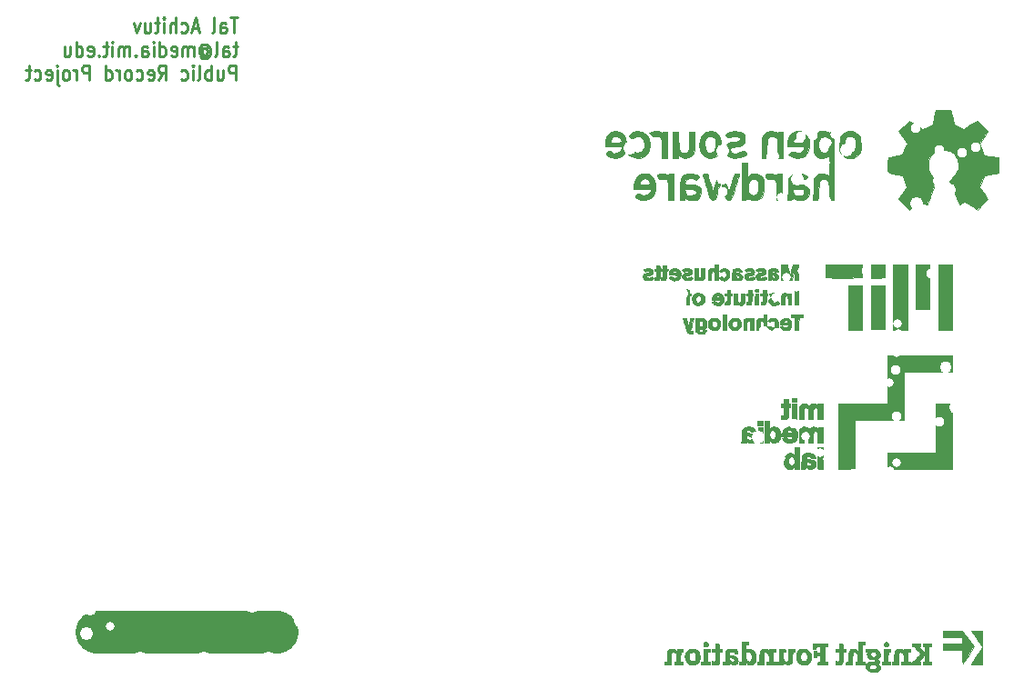
<source format=gbr>
G04 #@! TF.FileFunction,Legend,Bot*
%FSLAX46Y46*%
G04 Gerber Fmt 4.6, Leading zero omitted, Abs format (unit mm)*
G04 Created by KiCad (PCBNEW (2015-03-02 BZR 5466)-product) date 2015 April 22, Wednesday 22:19:37*
%MOMM*%
G01*
G04 APERTURE LIST*
%ADD10C,0.150000*%
%ADD11C,4.000000*%
%ADD12C,0.250000*%
%ADD13C,0.100000*%
%ADD14R,1.676400X1.676400*%
%ADD15C,1.676400*%
%ADD16C,1.652400*%
%ADD17C,2.152400*%
%ADD18C,0.777240*%
%ADD19C,0.736600*%
%ADD20R,1.219200X1.219200*%
%ADD21C,1.219200*%
%ADD22C,0.742240*%
%ADD23C,0.737400*%
%ADD24C,5.752400*%
%ADD25C,0.752400*%
%ADD26R,4.342400X2.817400*%
%ADD27C,1.552400*%
%ADD28C,2.000000*%
%ADD29C,0.838200*%
%ADD30C,0.939800*%
%ADD31C,1.092200*%
G04 APERTURE END LIST*
D10*
D11*
X96730000Y-168520000D02*
X79970000Y-168520000D01*
D12*
X93105714Y-111323333D02*
X92420000Y-111323333D01*
X92762857Y-112723333D02*
X92762857Y-111323333D01*
X91505714Y-112723333D02*
X91505714Y-111990000D01*
X91562857Y-111856667D01*
X91677143Y-111790000D01*
X91905714Y-111790000D01*
X92020000Y-111856667D01*
X91505714Y-112656667D02*
X91620000Y-112723333D01*
X91905714Y-112723333D01*
X92020000Y-112656667D01*
X92077143Y-112523333D01*
X92077143Y-112390000D01*
X92020000Y-112256667D01*
X91905714Y-112190000D01*
X91620000Y-112190000D01*
X91505714Y-112123333D01*
X90762857Y-112723333D02*
X90877143Y-112656667D01*
X90934286Y-112523333D01*
X90934286Y-111323333D01*
X89448572Y-112323333D02*
X88877143Y-112323333D01*
X89562857Y-112723333D02*
X89162857Y-111323333D01*
X88762857Y-112723333D01*
X87848572Y-112656667D02*
X87962858Y-112723333D01*
X88191429Y-112723333D01*
X88305715Y-112656667D01*
X88362858Y-112590000D01*
X88420001Y-112456667D01*
X88420001Y-112056667D01*
X88362858Y-111923333D01*
X88305715Y-111856667D01*
X88191429Y-111790000D01*
X87962858Y-111790000D01*
X87848572Y-111856667D01*
X87334287Y-112723333D02*
X87334287Y-111323333D01*
X86820001Y-112723333D02*
X86820001Y-111990000D01*
X86877144Y-111856667D01*
X86991430Y-111790000D01*
X87162858Y-111790000D01*
X87277144Y-111856667D01*
X87334287Y-111923333D01*
X86248573Y-112723333D02*
X86248573Y-111790000D01*
X86248573Y-111323333D02*
X86305716Y-111390000D01*
X86248573Y-111456667D01*
X86191430Y-111390000D01*
X86248573Y-111323333D01*
X86248573Y-111456667D01*
X85848572Y-111790000D02*
X85391429Y-111790000D01*
X85677144Y-111323333D02*
X85677144Y-112523333D01*
X85620001Y-112656667D01*
X85505715Y-112723333D01*
X85391429Y-112723333D01*
X84477144Y-111790000D02*
X84477144Y-112723333D01*
X84991430Y-111790000D02*
X84991430Y-112523333D01*
X84934287Y-112656667D01*
X84820001Y-112723333D01*
X84648573Y-112723333D01*
X84534287Y-112656667D01*
X84477144Y-112590000D01*
X84020001Y-111790000D02*
X83734287Y-112723333D01*
X83448573Y-111790000D01*
X93105714Y-114000000D02*
X92648571Y-114000000D01*
X92934286Y-113533333D02*
X92934286Y-114733333D01*
X92877143Y-114866667D01*
X92762857Y-114933333D01*
X92648571Y-114933333D01*
X91734286Y-114933333D02*
X91734286Y-114200000D01*
X91791429Y-114066667D01*
X91905715Y-114000000D01*
X92134286Y-114000000D01*
X92248572Y-114066667D01*
X91734286Y-114866667D02*
X91848572Y-114933333D01*
X92134286Y-114933333D01*
X92248572Y-114866667D01*
X92305715Y-114733333D01*
X92305715Y-114600000D01*
X92248572Y-114466667D01*
X92134286Y-114400000D01*
X91848572Y-114400000D01*
X91734286Y-114333333D01*
X90991429Y-114933333D02*
X91105715Y-114866667D01*
X91162858Y-114733333D01*
X91162858Y-113533333D01*
X89791430Y-114266667D02*
X89848572Y-114200000D01*
X89962858Y-114133333D01*
X90077144Y-114133333D01*
X90191430Y-114200000D01*
X90248572Y-114266667D01*
X90305715Y-114400000D01*
X90305715Y-114533333D01*
X90248572Y-114666667D01*
X90191430Y-114733333D01*
X90077144Y-114800000D01*
X89962858Y-114800000D01*
X89848572Y-114733333D01*
X89791430Y-114666667D01*
X89791430Y-114133333D02*
X89791430Y-114666667D01*
X89734287Y-114733333D01*
X89677144Y-114733333D01*
X89562858Y-114666667D01*
X89505715Y-114533333D01*
X89505715Y-114200000D01*
X89620001Y-114000000D01*
X89791430Y-113866667D01*
X90020001Y-113800000D01*
X90248572Y-113866667D01*
X90420001Y-114000000D01*
X90534287Y-114200000D01*
X90591430Y-114466667D01*
X90534287Y-114733333D01*
X90420001Y-114933333D01*
X90248572Y-115066667D01*
X90020001Y-115133333D01*
X89791430Y-115066667D01*
X89620001Y-114933333D01*
X88991430Y-114933333D02*
X88991430Y-114000000D01*
X88991430Y-114133333D02*
X88934287Y-114066667D01*
X88820001Y-114000000D01*
X88648573Y-114000000D01*
X88534287Y-114066667D01*
X88477144Y-114200000D01*
X88477144Y-114933333D01*
X88477144Y-114200000D02*
X88420001Y-114066667D01*
X88305715Y-114000000D01*
X88134287Y-114000000D01*
X88020001Y-114066667D01*
X87962858Y-114200000D01*
X87962858Y-114933333D01*
X86934287Y-114866667D02*
X87048573Y-114933333D01*
X87277144Y-114933333D01*
X87391430Y-114866667D01*
X87448573Y-114733333D01*
X87448573Y-114200000D01*
X87391430Y-114066667D01*
X87277144Y-114000000D01*
X87048573Y-114000000D01*
X86934287Y-114066667D01*
X86877144Y-114200000D01*
X86877144Y-114333333D01*
X87448573Y-114466667D01*
X85848573Y-114933333D02*
X85848573Y-113533333D01*
X85848573Y-114866667D02*
X85962859Y-114933333D01*
X86191430Y-114933333D01*
X86305716Y-114866667D01*
X86362859Y-114800000D01*
X86420002Y-114666667D01*
X86420002Y-114266667D01*
X86362859Y-114133333D01*
X86305716Y-114066667D01*
X86191430Y-114000000D01*
X85962859Y-114000000D01*
X85848573Y-114066667D01*
X85277145Y-114933333D02*
X85277145Y-114000000D01*
X85277145Y-113533333D02*
X85334288Y-113600000D01*
X85277145Y-113666667D01*
X85220002Y-113600000D01*
X85277145Y-113533333D01*
X85277145Y-113666667D01*
X84191430Y-114933333D02*
X84191430Y-114200000D01*
X84248573Y-114066667D01*
X84362859Y-114000000D01*
X84591430Y-114000000D01*
X84705716Y-114066667D01*
X84191430Y-114866667D02*
X84305716Y-114933333D01*
X84591430Y-114933333D01*
X84705716Y-114866667D01*
X84762859Y-114733333D01*
X84762859Y-114600000D01*
X84705716Y-114466667D01*
X84591430Y-114400000D01*
X84305716Y-114400000D01*
X84191430Y-114333333D01*
X83620002Y-114800000D02*
X83562859Y-114866667D01*
X83620002Y-114933333D01*
X83677145Y-114866667D01*
X83620002Y-114800000D01*
X83620002Y-114933333D01*
X83048573Y-114933333D02*
X83048573Y-114000000D01*
X83048573Y-114133333D02*
X82991430Y-114066667D01*
X82877144Y-114000000D01*
X82705716Y-114000000D01*
X82591430Y-114066667D01*
X82534287Y-114200000D01*
X82534287Y-114933333D01*
X82534287Y-114200000D02*
X82477144Y-114066667D01*
X82362858Y-114000000D01*
X82191430Y-114000000D01*
X82077144Y-114066667D01*
X82020001Y-114200000D01*
X82020001Y-114933333D01*
X81448573Y-114933333D02*
X81448573Y-114000000D01*
X81448573Y-113533333D02*
X81505716Y-113600000D01*
X81448573Y-113666667D01*
X81391430Y-113600000D01*
X81448573Y-113533333D01*
X81448573Y-113666667D01*
X81048572Y-114000000D02*
X80591429Y-114000000D01*
X80877144Y-113533333D02*
X80877144Y-114733333D01*
X80820001Y-114866667D01*
X80705715Y-114933333D01*
X80591429Y-114933333D01*
X80191430Y-114800000D02*
X80134287Y-114866667D01*
X80191430Y-114933333D01*
X80248573Y-114866667D01*
X80191430Y-114800000D01*
X80191430Y-114933333D01*
X79162858Y-114866667D02*
X79277144Y-114933333D01*
X79505715Y-114933333D01*
X79620001Y-114866667D01*
X79677144Y-114733333D01*
X79677144Y-114200000D01*
X79620001Y-114066667D01*
X79505715Y-114000000D01*
X79277144Y-114000000D01*
X79162858Y-114066667D01*
X79105715Y-114200000D01*
X79105715Y-114333333D01*
X79677144Y-114466667D01*
X78077144Y-114933333D02*
X78077144Y-113533333D01*
X78077144Y-114866667D02*
X78191430Y-114933333D01*
X78420001Y-114933333D01*
X78534287Y-114866667D01*
X78591430Y-114800000D01*
X78648573Y-114666667D01*
X78648573Y-114266667D01*
X78591430Y-114133333D01*
X78534287Y-114066667D01*
X78420001Y-114000000D01*
X78191430Y-114000000D01*
X78077144Y-114066667D01*
X76991430Y-114000000D02*
X76991430Y-114933333D01*
X77505716Y-114000000D02*
X77505716Y-114733333D01*
X77448573Y-114866667D01*
X77334287Y-114933333D01*
X77162859Y-114933333D01*
X77048573Y-114866667D01*
X76991430Y-114800000D01*
X92934286Y-117143333D02*
X92934286Y-115743333D01*
X92477143Y-115743333D01*
X92362857Y-115810000D01*
X92305714Y-115876667D01*
X92248571Y-116010000D01*
X92248571Y-116210000D01*
X92305714Y-116343333D01*
X92362857Y-116410000D01*
X92477143Y-116476667D01*
X92934286Y-116476667D01*
X91220000Y-116210000D02*
X91220000Y-117143333D01*
X91734286Y-116210000D02*
X91734286Y-116943333D01*
X91677143Y-117076667D01*
X91562857Y-117143333D01*
X91391429Y-117143333D01*
X91277143Y-117076667D01*
X91220000Y-117010000D01*
X90648572Y-117143333D02*
X90648572Y-115743333D01*
X90648572Y-116276667D02*
X90534286Y-116210000D01*
X90305715Y-116210000D01*
X90191429Y-116276667D01*
X90134286Y-116343333D01*
X90077143Y-116476667D01*
X90077143Y-116876667D01*
X90134286Y-117010000D01*
X90191429Y-117076667D01*
X90305715Y-117143333D01*
X90534286Y-117143333D01*
X90648572Y-117076667D01*
X89391429Y-117143333D02*
X89505715Y-117076667D01*
X89562858Y-116943333D01*
X89562858Y-115743333D01*
X88934287Y-117143333D02*
X88934287Y-116210000D01*
X88934287Y-115743333D02*
X88991430Y-115810000D01*
X88934287Y-115876667D01*
X88877144Y-115810000D01*
X88934287Y-115743333D01*
X88934287Y-115876667D01*
X87848572Y-117076667D02*
X87962858Y-117143333D01*
X88191429Y-117143333D01*
X88305715Y-117076667D01*
X88362858Y-117010000D01*
X88420001Y-116876667D01*
X88420001Y-116476667D01*
X88362858Y-116343333D01*
X88305715Y-116276667D01*
X88191429Y-116210000D01*
X87962858Y-116210000D01*
X87848572Y-116276667D01*
X85734286Y-117143333D02*
X86134286Y-116476667D01*
X86420001Y-117143333D02*
X86420001Y-115743333D01*
X85962858Y-115743333D01*
X85848572Y-115810000D01*
X85791429Y-115876667D01*
X85734286Y-116010000D01*
X85734286Y-116210000D01*
X85791429Y-116343333D01*
X85848572Y-116410000D01*
X85962858Y-116476667D01*
X86420001Y-116476667D01*
X84762858Y-117076667D02*
X84877144Y-117143333D01*
X85105715Y-117143333D01*
X85220001Y-117076667D01*
X85277144Y-116943333D01*
X85277144Y-116410000D01*
X85220001Y-116276667D01*
X85105715Y-116210000D01*
X84877144Y-116210000D01*
X84762858Y-116276667D01*
X84705715Y-116410000D01*
X84705715Y-116543333D01*
X85277144Y-116676667D01*
X83677144Y-117076667D02*
X83791430Y-117143333D01*
X84020001Y-117143333D01*
X84134287Y-117076667D01*
X84191430Y-117010000D01*
X84248573Y-116876667D01*
X84248573Y-116476667D01*
X84191430Y-116343333D01*
X84134287Y-116276667D01*
X84020001Y-116210000D01*
X83791430Y-116210000D01*
X83677144Y-116276667D01*
X82991430Y-117143333D02*
X83105716Y-117076667D01*
X83162859Y-117010000D01*
X83220002Y-116876667D01*
X83220002Y-116476667D01*
X83162859Y-116343333D01*
X83105716Y-116276667D01*
X82991430Y-116210000D01*
X82820002Y-116210000D01*
X82705716Y-116276667D01*
X82648573Y-116343333D01*
X82591430Y-116476667D01*
X82591430Y-116876667D01*
X82648573Y-117010000D01*
X82705716Y-117076667D01*
X82820002Y-117143333D01*
X82991430Y-117143333D01*
X82077145Y-117143333D02*
X82077145Y-116210000D01*
X82077145Y-116476667D02*
X82020002Y-116343333D01*
X81962859Y-116276667D01*
X81848573Y-116210000D01*
X81734288Y-116210000D01*
X80820002Y-117143333D02*
X80820002Y-115743333D01*
X80820002Y-117076667D02*
X80934288Y-117143333D01*
X81162859Y-117143333D01*
X81277145Y-117076667D01*
X81334288Y-117010000D01*
X81391431Y-116876667D01*
X81391431Y-116476667D01*
X81334288Y-116343333D01*
X81277145Y-116276667D01*
X81162859Y-116210000D01*
X80934288Y-116210000D01*
X80820002Y-116276667D01*
X79334288Y-117143333D02*
X79334288Y-115743333D01*
X78877145Y-115743333D01*
X78762859Y-115810000D01*
X78705716Y-115876667D01*
X78648573Y-116010000D01*
X78648573Y-116210000D01*
X78705716Y-116343333D01*
X78762859Y-116410000D01*
X78877145Y-116476667D01*
X79334288Y-116476667D01*
X78134288Y-117143333D02*
X78134288Y-116210000D01*
X78134288Y-116476667D02*
X78077145Y-116343333D01*
X78020002Y-116276667D01*
X77905716Y-116210000D01*
X77791431Y-116210000D01*
X77220002Y-117143333D02*
X77334288Y-117076667D01*
X77391431Y-117010000D01*
X77448574Y-116876667D01*
X77448574Y-116476667D01*
X77391431Y-116343333D01*
X77334288Y-116276667D01*
X77220002Y-116210000D01*
X77048574Y-116210000D01*
X76934288Y-116276667D01*
X76877145Y-116343333D01*
X76820002Y-116476667D01*
X76820002Y-116876667D01*
X76877145Y-117010000D01*
X76934288Y-117076667D01*
X77048574Y-117143333D01*
X77220002Y-117143333D01*
X76305717Y-116210000D02*
X76305717Y-117410000D01*
X76362860Y-117543333D01*
X76477145Y-117610000D01*
X76534288Y-117610000D01*
X76305717Y-115743333D02*
X76362860Y-115810000D01*
X76305717Y-115876667D01*
X76248574Y-115810000D01*
X76305717Y-115743333D01*
X76305717Y-115876667D01*
X75277145Y-117076667D02*
X75391431Y-117143333D01*
X75620002Y-117143333D01*
X75734288Y-117076667D01*
X75791431Y-116943333D01*
X75791431Y-116410000D01*
X75734288Y-116276667D01*
X75620002Y-116210000D01*
X75391431Y-116210000D01*
X75277145Y-116276667D01*
X75220002Y-116410000D01*
X75220002Y-116543333D01*
X75791431Y-116676667D01*
X74191431Y-117076667D02*
X74305717Y-117143333D01*
X74534288Y-117143333D01*
X74648574Y-117076667D01*
X74705717Y-117010000D01*
X74762860Y-116876667D01*
X74762860Y-116476667D01*
X74705717Y-116343333D01*
X74648574Y-116276667D01*
X74534288Y-116210000D01*
X74305717Y-116210000D01*
X74191431Y-116276667D01*
X73848574Y-116210000D02*
X73391431Y-116210000D01*
X73677146Y-115743333D02*
X73677146Y-116943333D01*
X73620003Y-117076667D01*
X73505717Y-117143333D01*
X73391431Y-117143333D01*
D13*
G36*
X153577871Y-125302480D02*
X153578666Y-125025961D01*
X153585618Y-124702063D01*
X153604159Y-124454712D01*
X153630816Y-124322978D01*
X153642166Y-124311361D01*
X153838761Y-124293033D01*
X154113547Y-124248435D01*
X154411815Y-124188931D01*
X154678853Y-124125888D01*
X154859950Y-124070672D01*
X154900780Y-124049884D01*
X154986082Y-123929455D01*
X155100851Y-123706180D01*
X155185649Y-123511817D01*
X155370264Y-123056953D01*
X154982443Y-122478846D01*
X154594621Y-121900739D01*
X155090844Y-121404516D01*
X155587068Y-120908292D01*
X156181910Y-121303835D01*
X156776751Y-121699378D01*
X157273209Y-121502765D01*
X157769666Y-121306152D01*
X157893499Y-120607743D01*
X158017331Y-119909333D01*
X158721656Y-119909333D01*
X159119356Y-119920086D01*
X159361352Y-119953519D01*
X159459975Y-120011396D01*
X159461432Y-120015167D01*
X159494283Y-120147305D01*
X159546767Y-120393437D01*
X159607701Y-120701048D01*
X159609524Y-120710580D01*
X159722166Y-121300160D01*
X160205822Y-121506564D01*
X160689477Y-121712968D01*
X161294538Y-121310630D01*
X161899598Y-120908292D01*
X162394136Y-121403646D01*
X162888674Y-121899000D01*
X162509337Y-122443215D01*
X162329257Y-122713802D01*
X162195460Y-122938157D01*
X162132097Y-123075174D01*
X162130000Y-123088846D01*
X162162368Y-123216489D01*
X162246202Y-123442865D01*
X162335604Y-123655172D01*
X162541209Y-124120080D01*
X163224604Y-124226390D01*
X163908000Y-124332701D01*
X163908000Y-125036312D01*
X163902947Y-125389765D01*
X163883240Y-125608456D01*
X163842058Y-125726775D01*
X163772578Y-125779113D01*
X163759833Y-125783241D01*
X163628993Y-125813340D01*
X163397882Y-125860263D01*
X163122284Y-125913422D01*
X162857983Y-125962229D01*
X162660765Y-125996097D01*
X162589643Y-126005333D01*
X162550707Y-126076825D01*
X162464648Y-126264790D01*
X162349637Y-126529461D01*
X162342726Y-126545704D01*
X162113065Y-127086074D01*
X162502556Y-127666667D01*
X162892046Y-128247261D01*
X162393385Y-128745922D01*
X161894723Y-129244583D01*
X161337056Y-128846640D01*
X160779389Y-128448697D01*
X160525966Y-128598398D01*
X160349532Y-128688261D01*
X160246799Y-128713701D01*
X160241144Y-128710216D01*
X160198974Y-128622377D01*
X160104857Y-128407382D01*
X159971416Y-128094615D01*
X159811274Y-127713461D01*
X159756320Y-127581534D01*
X159302894Y-126490735D01*
X159530623Y-126294851D01*
X159905458Y-125885131D01*
X160122521Y-125443488D01*
X160178384Y-124983324D01*
X160069618Y-124518040D01*
X160015250Y-124400424D01*
X159734141Y-124014457D01*
X159353854Y-123765483D01*
X158872909Y-123652533D01*
X158868606Y-123652172D01*
X158367716Y-123684163D01*
X157942596Y-123857634D01*
X157612685Y-124156407D01*
X157397418Y-124564303D01*
X157322290Y-124939259D01*
X157344929Y-125408254D01*
X157507343Y-125810527D01*
X157823567Y-126179049D01*
X157866118Y-126217000D01*
X158157027Y-126471000D01*
X157716393Y-127571667D01*
X157555441Y-127971221D01*
X157416533Y-128311362D01*
X157311829Y-128562672D01*
X157253486Y-128695733D01*
X157246482Y-128708674D01*
X157159470Y-128699852D01*
X156981500Y-128631945D01*
X156935263Y-128610566D01*
X156788762Y-128546572D01*
X156670655Y-128530394D01*
X156537046Y-128574911D01*
X156344039Y-128693000D01*
X156113836Y-128851555D01*
X155574353Y-129226994D01*
X155072297Y-128724937D01*
X154570240Y-128222881D01*
X154958403Y-127667608D01*
X155346566Y-127112336D01*
X155141202Y-126588309D01*
X155032770Y-126318073D01*
X154947974Y-126118577D01*
X154906037Y-126034482D01*
X154813351Y-126004988D01*
X154603002Y-125958683D01*
X154375618Y-125915620D01*
X154008117Y-125850403D01*
X153774978Y-125790401D01*
X153645815Y-125701694D01*
X153590241Y-125550361D01*
X153577871Y-125302480D01*
X153577871Y-125302480D01*
X153577871Y-125302480D01*
G37*
X153577871Y-125302480D02*
X153578666Y-125025961D01*
X153585618Y-124702063D01*
X153604159Y-124454712D01*
X153630816Y-124322978D01*
X153642166Y-124311361D01*
X153838761Y-124293033D01*
X154113547Y-124248435D01*
X154411815Y-124188931D01*
X154678853Y-124125888D01*
X154859950Y-124070672D01*
X154900780Y-124049884D01*
X154986082Y-123929455D01*
X155100851Y-123706180D01*
X155185649Y-123511817D01*
X155370264Y-123056953D01*
X154982443Y-122478846D01*
X154594621Y-121900739D01*
X155090844Y-121404516D01*
X155587068Y-120908292D01*
X156181910Y-121303835D01*
X156776751Y-121699378D01*
X157273209Y-121502765D01*
X157769666Y-121306152D01*
X157893499Y-120607743D01*
X158017331Y-119909333D01*
X158721656Y-119909333D01*
X159119356Y-119920086D01*
X159361352Y-119953519D01*
X159459975Y-120011396D01*
X159461432Y-120015167D01*
X159494283Y-120147305D01*
X159546767Y-120393437D01*
X159607701Y-120701048D01*
X159609524Y-120710580D01*
X159722166Y-121300160D01*
X160205822Y-121506564D01*
X160689477Y-121712968D01*
X161294538Y-121310630D01*
X161899598Y-120908292D01*
X162394136Y-121403646D01*
X162888674Y-121899000D01*
X162509337Y-122443215D01*
X162329257Y-122713802D01*
X162195460Y-122938157D01*
X162132097Y-123075174D01*
X162130000Y-123088846D01*
X162162368Y-123216489D01*
X162246202Y-123442865D01*
X162335604Y-123655172D01*
X162541209Y-124120080D01*
X163224604Y-124226390D01*
X163908000Y-124332701D01*
X163908000Y-125036312D01*
X163902947Y-125389765D01*
X163883240Y-125608456D01*
X163842058Y-125726775D01*
X163772578Y-125779113D01*
X163759833Y-125783241D01*
X163628993Y-125813340D01*
X163397882Y-125860263D01*
X163122284Y-125913422D01*
X162857983Y-125962229D01*
X162660765Y-125996097D01*
X162589643Y-126005333D01*
X162550707Y-126076825D01*
X162464648Y-126264790D01*
X162349637Y-126529461D01*
X162342726Y-126545704D01*
X162113065Y-127086074D01*
X162502556Y-127666667D01*
X162892046Y-128247261D01*
X162393385Y-128745922D01*
X161894723Y-129244583D01*
X161337056Y-128846640D01*
X160779389Y-128448697D01*
X160525966Y-128598398D01*
X160349532Y-128688261D01*
X160246799Y-128713701D01*
X160241144Y-128710216D01*
X160198974Y-128622377D01*
X160104857Y-128407382D01*
X159971416Y-128094615D01*
X159811274Y-127713461D01*
X159756320Y-127581534D01*
X159302894Y-126490735D01*
X159530623Y-126294851D01*
X159905458Y-125885131D01*
X160122521Y-125443488D01*
X160178384Y-124983324D01*
X160069618Y-124518040D01*
X160015250Y-124400424D01*
X159734141Y-124014457D01*
X159353854Y-123765483D01*
X158872909Y-123652533D01*
X158868606Y-123652172D01*
X158367716Y-123684163D01*
X157942596Y-123857634D01*
X157612685Y-124156407D01*
X157397418Y-124564303D01*
X157322290Y-124939259D01*
X157344929Y-125408254D01*
X157507343Y-125810527D01*
X157823567Y-126179049D01*
X157866118Y-126217000D01*
X158157027Y-126471000D01*
X157716393Y-127571667D01*
X157555441Y-127971221D01*
X157416533Y-128311362D01*
X157311829Y-128562672D01*
X157253486Y-128695733D01*
X157246482Y-128708674D01*
X157159470Y-128699852D01*
X156981500Y-128631945D01*
X156935263Y-128610566D01*
X156788762Y-128546572D01*
X156670655Y-128530394D01*
X156537046Y-128574911D01*
X156344039Y-128693000D01*
X156113836Y-128851555D01*
X155574353Y-129226994D01*
X155072297Y-128724937D01*
X154570240Y-128222881D01*
X154958403Y-127667608D01*
X155346566Y-127112336D01*
X155141202Y-126588309D01*
X155032770Y-126318073D01*
X154947974Y-126118577D01*
X154906037Y-126034482D01*
X154813351Y-126004988D01*
X154603002Y-125958683D01*
X154375618Y-125915620D01*
X154008117Y-125850403D01*
X153774978Y-125790401D01*
X153645815Y-125701694D01*
X153590241Y-125550361D01*
X153577871Y-125302480D01*
X153577871Y-125302480D01*
G36*
X149091333Y-123225312D02*
X149108633Y-122777439D01*
X149169672Y-122459066D01*
X149288155Y-122233048D01*
X149477790Y-122062234D01*
X149533723Y-122026356D01*
X149556398Y-122017593D01*
X149556398Y-123098032D01*
X149569898Y-123410083D01*
X149641210Y-123677170D01*
X149704144Y-123782833D01*
X149842220Y-123856194D01*
X150059486Y-123888586D01*
X150070566Y-123888667D01*
X150345773Y-123823195D01*
X150523869Y-123624132D01*
X150607621Y-123287510D01*
X150615333Y-123107828D01*
X150560312Y-122740002D01*
X150406303Y-122489567D01*
X150169893Y-122370934D01*
X149867663Y-122398516D01*
X149818844Y-122415706D01*
X149685264Y-122548481D01*
X149596318Y-122793377D01*
X149556398Y-123098032D01*
X149556398Y-122017593D01*
X149919151Y-121877391D01*
X150305187Y-121897317D01*
X150588763Y-122021786D01*
X150821485Y-122199357D01*
X150968239Y-122416004D01*
X151045362Y-122711921D01*
X151069193Y-123127305D01*
X151069174Y-123203667D01*
X151063315Y-123529503D01*
X151038030Y-123738997D01*
X150975151Y-123885135D01*
X150856511Y-124020903D01*
X150757111Y-124113833D01*
X150525227Y-124297030D01*
X150306826Y-124379455D01*
X150057777Y-124396667D01*
X149784950Y-124375475D01*
X149583287Y-124287412D01*
X149379200Y-124108800D01*
X149227263Y-123945402D01*
X149141014Y-123799260D01*
X149101959Y-123613618D01*
X149091607Y-123331721D01*
X149091333Y-123225312D01*
X149091333Y-123225312D01*
X149091333Y-123225312D01*
G37*
X149091333Y-123225312D02*
X149108633Y-122777439D01*
X149169672Y-122459066D01*
X149288155Y-122233048D01*
X149477790Y-122062234D01*
X149533723Y-122026356D01*
X149556398Y-122017593D01*
X149556398Y-123098032D01*
X149569898Y-123410083D01*
X149641210Y-123677170D01*
X149704144Y-123782833D01*
X149842220Y-123856194D01*
X150059486Y-123888586D01*
X150070566Y-123888667D01*
X150345773Y-123823195D01*
X150523869Y-123624132D01*
X150607621Y-123287510D01*
X150615333Y-123107828D01*
X150560312Y-122740002D01*
X150406303Y-122489567D01*
X150169893Y-122370934D01*
X149867663Y-122398516D01*
X149818844Y-122415706D01*
X149685264Y-122548481D01*
X149596318Y-122793377D01*
X149556398Y-123098032D01*
X149556398Y-122017593D01*
X149919151Y-121877391D01*
X150305187Y-121897317D01*
X150588763Y-122021786D01*
X150821485Y-122199357D01*
X150968239Y-122416004D01*
X151045362Y-122711921D01*
X151069193Y-123127305D01*
X151069174Y-123203667D01*
X151063315Y-123529503D01*
X151038030Y-123738997D01*
X150975151Y-123885135D01*
X150856511Y-124020903D01*
X150757111Y-124113833D01*
X150525227Y-124297030D01*
X150306826Y-124379455D01*
X150057777Y-124396667D01*
X149784950Y-124375475D01*
X149583287Y-124287412D01*
X149379200Y-124108800D01*
X149227263Y-123945402D01*
X149141014Y-123799260D01*
X149101959Y-123613618D01*
X149091607Y-123331721D01*
X149091333Y-123225312D01*
X149091333Y-123225312D01*
G36*
X146621818Y-128291333D02*
X146650076Y-127267809D01*
X146663512Y-126835698D01*
X146680498Y-126538959D01*
X146708375Y-126343673D01*
X146754490Y-126215921D01*
X146826184Y-126121785D01*
X146915888Y-126040142D01*
X147214738Y-125880124D01*
X147560495Y-125837493D01*
X147885077Y-125916916D01*
X147971828Y-125967801D01*
X148160000Y-126099602D01*
X148160000Y-125111397D01*
X148160000Y-124123192D01*
X147951312Y-124259929D01*
X147618017Y-124384598D01*
X147260368Y-124367359D01*
X146939923Y-124212227D01*
X146915888Y-124192393D01*
X146806152Y-124089760D01*
X146736761Y-123984076D01*
X146698487Y-123835609D01*
X146682101Y-123604622D01*
X146678372Y-123251382D01*
X146678333Y-123169632D01*
X146680146Y-122791415D01*
X146692669Y-122541564D01*
X146726533Y-122379109D01*
X146792367Y-122263084D01*
X146900799Y-122152520D01*
X146954836Y-122103905D01*
X147140453Y-121987472D01*
X147140453Y-123285514D01*
X147185906Y-123570506D01*
X147281620Y-123760192D01*
X147496952Y-123869836D01*
X147750329Y-123860153D01*
X147972046Y-123742444D01*
X148055814Y-123634667D01*
X148126786Y-123389422D01*
X148138685Y-123085580D01*
X148097637Y-122786107D01*
X148009769Y-122553972D01*
X147943214Y-122477454D01*
X147675399Y-122371984D01*
X147408857Y-122426886D01*
X147298833Y-122504789D01*
X147197800Y-122688247D01*
X147144713Y-122969959D01*
X147140453Y-123285514D01*
X147140453Y-121987472D01*
X147272078Y-121904906D01*
X147601036Y-121873252D01*
X147927166Y-121989761D01*
X148091062Y-122055107D01*
X148159821Y-122032334D01*
X148160000Y-122028704D01*
X148232439Y-121963032D01*
X148371666Y-121941333D01*
X148583333Y-121941333D01*
X148583333Y-125116333D01*
X148583333Y-128291333D01*
X148371666Y-128291333D01*
X148273147Y-128285646D01*
X148211220Y-128247312D01*
X148177390Y-128144429D01*
X148163161Y-127945091D01*
X148160040Y-127617393D01*
X148160000Y-127496380D01*
X148142526Y-127010753D01*
X148083749Y-126671069D01*
X147974135Y-126456943D01*
X147804152Y-126347992D01*
X147611153Y-126322833D01*
X147418606Y-126350384D01*
X147285371Y-126448857D01*
X147201703Y-126641991D01*
X147157859Y-126953519D01*
X147144097Y-127407179D01*
X147144000Y-127460849D01*
X147144000Y-128291333D01*
X146882909Y-128291333D01*
X146621818Y-128291333D01*
X146621818Y-128291333D01*
X146621818Y-128291333D01*
G37*
X146621818Y-128291333D02*
X146650076Y-127267809D01*
X146663512Y-126835698D01*
X146680498Y-126538959D01*
X146708375Y-126343673D01*
X146754490Y-126215921D01*
X146826184Y-126121785D01*
X146915888Y-126040142D01*
X147214738Y-125880124D01*
X147560495Y-125837493D01*
X147885077Y-125916916D01*
X147971828Y-125967801D01*
X148160000Y-126099602D01*
X148160000Y-125111397D01*
X148160000Y-124123192D01*
X147951312Y-124259929D01*
X147618017Y-124384598D01*
X147260368Y-124367359D01*
X146939923Y-124212227D01*
X146915888Y-124192393D01*
X146806152Y-124089760D01*
X146736761Y-123984076D01*
X146698487Y-123835609D01*
X146682101Y-123604622D01*
X146678372Y-123251382D01*
X146678333Y-123169632D01*
X146680146Y-122791415D01*
X146692669Y-122541564D01*
X146726533Y-122379109D01*
X146792367Y-122263084D01*
X146900799Y-122152520D01*
X146954836Y-122103905D01*
X147140453Y-121987472D01*
X147140453Y-123285514D01*
X147185906Y-123570506D01*
X147281620Y-123760192D01*
X147496952Y-123869836D01*
X147750329Y-123860153D01*
X147972046Y-123742444D01*
X148055814Y-123634667D01*
X148126786Y-123389422D01*
X148138685Y-123085580D01*
X148097637Y-122786107D01*
X148009769Y-122553972D01*
X147943214Y-122477454D01*
X147675399Y-122371984D01*
X147408857Y-122426886D01*
X147298833Y-122504789D01*
X147197800Y-122688247D01*
X147144713Y-122969959D01*
X147140453Y-123285514D01*
X147140453Y-121987472D01*
X147272078Y-121904906D01*
X147601036Y-121873252D01*
X147927166Y-121989761D01*
X148091062Y-122055107D01*
X148159821Y-122032334D01*
X148160000Y-122028704D01*
X148232439Y-121963032D01*
X148371666Y-121941333D01*
X148583333Y-121941333D01*
X148583333Y-125116333D01*
X148583333Y-128291333D01*
X148371666Y-128291333D01*
X148273147Y-128285646D01*
X148211220Y-128247312D01*
X148177390Y-128144429D01*
X148163161Y-127945091D01*
X148160040Y-127617393D01*
X148160000Y-127496380D01*
X148142526Y-127010753D01*
X148083749Y-126671069D01*
X147974135Y-126456943D01*
X147804152Y-126347992D01*
X147611153Y-126322833D01*
X147418606Y-126350384D01*
X147285371Y-126448857D01*
X147201703Y-126641991D01*
X147157859Y-126953519D01*
X147144097Y-127407179D01*
X147144000Y-127460849D01*
X147144000Y-128291333D01*
X146882909Y-128291333D01*
X146621818Y-128291333D01*
X146621818Y-128291333D01*
G36*
X144265333Y-122991296D02*
X144330682Y-122583135D01*
X144510905Y-122240309D01*
X144773333Y-122013850D01*
X144773333Y-122801122D01*
X144795927Y-122888902D01*
X144888925Y-122936334D01*
X145090153Y-122955049D01*
X145281333Y-122957333D01*
X145570144Y-122949241D01*
X145726027Y-122918295D01*
X145784897Y-122854490D01*
X145789333Y-122815834D01*
X145717616Y-122590611D01*
X145536462Y-122437981D01*
X145296869Y-122376362D01*
X145049835Y-122424175D01*
X144928167Y-122504789D01*
X144806390Y-122675013D01*
X144773333Y-122801122D01*
X144773333Y-122013850D01*
X144782263Y-122006143D01*
X144813838Y-121990209D01*
X145177514Y-121871971D01*
X145501132Y-121899621D01*
X145797979Y-122050262D01*
X146079898Y-122339299D01*
X146240233Y-122741306D01*
X146276311Y-123248697D01*
X146266640Y-123380667D01*
X146220558Y-123682219D01*
X146131391Y-123890753D01*
X145963706Y-124082412D01*
X145921900Y-124121500D01*
X145566139Y-124344300D01*
X145169489Y-124410766D01*
X144754883Y-124321411D01*
X144357574Y-124086594D01*
X144380883Y-124012345D01*
X144473687Y-123892327D01*
X144590817Y-123785557D01*
X144705435Y-123778730D01*
X144877398Y-123856365D01*
X145163016Y-123934196D01*
X145438708Y-123895883D01*
X145659238Y-123761124D01*
X145779372Y-123549614D01*
X145789333Y-123459286D01*
X145775144Y-123381593D01*
X145711191Y-123333303D01*
X145565400Y-123307543D01*
X145305693Y-123297439D01*
X145027333Y-123296000D01*
X144265333Y-123296000D01*
X144265333Y-122991296D01*
X144265333Y-122991296D01*
X144265333Y-122991296D01*
G37*
X144265333Y-122991296D02*
X144330682Y-122583135D01*
X144510905Y-122240309D01*
X144773333Y-122013850D01*
X144773333Y-122801122D01*
X144795927Y-122888902D01*
X144888925Y-122936334D01*
X145090153Y-122955049D01*
X145281333Y-122957333D01*
X145570144Y-122949241D01*
X145726027Y-122918295D01*
X145784897Y-122854490D01*
X145789333Y-122815834D01*
X145717616Y-122590611D01*
X145536462Y-122437981D01*
X145296869Y-122376362D01*
X145049835Y-122424175D01*
X144928167Y-122504789D01*
X144806390Y-122675013D01*
X144773333Y-122801122D01*
X144773333Y-122013850D01*
X144782263Y-122006143D01*
X144813838Y-121990209D01*
X145177514Y-121871971D01*
X145501132Y-121899621D01*
X145797979Y-122050262D01*
X146079898Y-122339299D01*
X146240233Y-122741306D01*
X146276311Y-123248697D01*
X146266640Y-123380667D01*
X146220558Y-123682219D01*
X146131391Y-123890753D01*
X145963706Y-124082412D01*
X145921900Y-124121500D01*
X145566139Y-124344300D01*
X145169489Y-124410766D01*
X144754883Y-124321411D01*
X144357574Y-124086594D01*
X144380883Y-124012345D01*
X144473687Y-123892327D01*
X144590817Y-123785557D01*
X144705435Y-123778730D01*
X144877398Y-123856365D01*
X145163016Y-123934196D01*
X145438708Y-123895883D01*
X145659238Y-123761124D01*
X145779372Y-123549614D01*
X145789333Y-123459286D01*
X145775144Y-123381593D01*
X145711191Y-123333303D01*
X145565400Y-123307543D01*
X145305693Y-123297439D01*
X145027333Y-123296000D01*
X144265333Y-123296000D01*
X144265333Y-122991296D01*
X144265333Y-122991296D01*
G36*
X141894666Y-123353092D02*
X141896564Y-122913678D01*
X141905845Y-122610371D01*
X141927894Y-122409959D01*
X141968093Y-122279227D01*
X142031825Y-122184962D01*
X142094192Y-122122073D01*
X142391841Y-121945269D01*
X142739341Y-121891140D01*
X143069261Y-121968825D01*
X143101166Y-121985576D01*
X143262507Y-122052608D01*
X143333600Y-122033871D01*
X143334000Y-122028704D01*
X143407560Y-121967363D01*
X143584803Y-121941340D01*
X143588000Y-121941333D01*
X143842000Y-121941333D01*
X143842000Y-123169000D01*
X143842000Y-124396667D01*
X143588000Y-124396667D01*
X143334000Y-124396667D01*
X143334000Y-123520789D01*
X143329667Y-123111342D01*
X143313138Y-122836336D01*
X143279116Y-122661021D01*
X143222307Y-122550645D01*
X143179166Y-122504789D01*
X142930300Y-122378185D01*
X142667089Y-122409787D01*
X142487333Y-122534000D01*
X142408267Y-122634228D01*
X142358083Y-122768694D01*
X142330541Y-122974829D01*
X142319404Y-123290063D01*
X142318000Y-123550000D01*
X142316712Y-123934225D01*
X142307695Y-124180032D01*
X142283219Y-124318337D01*
X142235557Y-124380057D01*
X142156980Y-124396107D01*
X142106333Y-124396667D01*
X141894666Y-124396667D01*
X141894666Y-123353092D01*
X141894666Y-123353092D01*
X141894666Y-123353092D01*
G37*
X141894666Y-123353092D02*
X141896564Y-122913678D01*
X141905845Y-122610371D01*
X141927894Y-122409959D01*
X141968093Y-122279227D01*
X142031825Y-122184962D01*
X142094192Y-122122073D01*
X142391841Y-121945269D01*
X142739341Y-121891140D01*
X143069261Y-121968825D01*
X143101166Y-121985576D01*
X143262507Y-122052608D01*
X143333600Y-122033871D01*
X143334000Y-122028704D01*
X143407560Y-121967363D01*
X143584803Y-121941340D01*
X143588000Y-121941333D01*
X143842000Y-121941333D01*
X143842000Y-123169000D01*
X143842000Y-124396667D01*
X143588000Y-124396667D01*
X143334000Y-124396667D01*
X143334000Y-123520789D01*
X143329667Y-123111342D01*
X143313138Y-122836336D01*
X143279116Y-122661021D01*
X143222307Y-122550645D01*
X143179166Y-122504789D01*
X142930300Y-122378185D01*
X142667089Y-122409787D01*
X142487333Y-122534000D01*
X142408267Y-122634228D01*
X142358083Y-122768694D01*
X142330541Y-122974829D01*
X142319404Y-123290063D01*
X142318000Y-123550000D01*
X142316712Y-123934225D01*
X142307695Y-124180032D01*
X142283219Y-124318337D01*
X142235557Y-124380057D01*
X142156980Y-124396107D01*
X142106333Y-124396667D01*
X141894666Y-124396667D01*
X141894666Y-123353092D01*
X141894666Y-123353092D01*
G36*
X138370463Y-123575453D02*
X138464040Y-123292807D01*
X138684945Y-123066819D01*
X139012405Y-122919584D01*
X139383913Y-122872667D01*
X139641216Y-122831383D01*
X139797601Y-122724834D01*
X139826223Y-122578975D01*
X139778000Y-122491667D01*
X139610791Y-122400472D01*
X139355210Y-122367836D01*
X139082833Y-122396721D01*
X138918724Y-122456082D01*
X138753535Y-122498779D01*
X138594066Y-122408133D01*
X138582988Y-122398241D01*
X138486121Y-122260105D01*
X138534213Y-122138532D01*
X138736517Y-122021380D01*
X138922801Y-121952454D01*
X139352764Y-121863955D01*
X139727315Y-121914023D01*
X139903067Y-121989146D01*
X140132825Y-122135202D01*
X140246992Y-122303305D01*
X140283353Y-122557872D01*
X140284703Y-122639833D01*
X140235259Y-122944451D01*
X140072207Y-123155072D01*
X139777843Y-123287337D01*
X139491162Y-123340810D01*
X139129459Y-123412909D01*
X138924360Y-123517121D01*
X138879627Y-123649773D01*
X138999020Y-123807190D01*
X139006959Y-123813704D01*
X139256673Y-123948313D01*
X139531789Y-123947784D01*
X139870028Y-123811897D01*
X139876150Y-123808625D01*
X140076309Y-123709118D01*
X140191066Y-123691600D01*
X140282048Y-123754057D01*
X140319397Y-123794125D01*
X140425339Y-123930081D01*
X140426778Y-124027699D01*
X140305655Y-124126063D01*
X140120039Y-124225613D01*
X139713725Y-124367294D01*
X139303202Y-124397842D01*
X138926532Y-124324734D01*
X138621776Y-124155445D01*
X138426995Y-123897452D01*
X138424987Y-123892660D01*
X138370463Y-123575453D01*
X138370463Y-123575453D01*
X138370463Y-123575453D01*
G37*
X138370463Y-123575453D02*
X138464040Y-123292807D01*
X138684945Y-123066819D01*
X139012405Y-122919584D01*
X139383913Y-122872667D01*
X139641216Y-122831383D01*
X139797601Y-122724834D01*
X139826223Y-122578975D01*
X139778000Y-122491667D01*
X139610791Y-122400472D01*
X139355210Y-122367836D01*
X139082833Y-122396721D01*
X138918724Y-122456082D01*
X138753535Y-122498779D01*
X138594066Y-122408133D01*
X138582988Y-122398241D01*
X138486121Y-122260105D01*
X138534213Y-122138532D01*
X138736517Y-122021380D01*
X138922801Y-121952454D01*
X139352764Y-121863955D01*
X139727315Y-121914023D01*
X139903067Y-121989146D01*
X140132825Y-122135202D01*
X140246992Y-122303305D01*
X140283353Y-122557872D01*
X140284703Y-122639833D01*
X140235259Y-122944451D01*
X140072207Y-123155072D01*
X139777843Y-123287337D01*
X139491162Y-123340810D01*
X139129459Y-123412909D01*
X138924360Y-123517121D01*
X138879627Y-123649773D01*
X138999020Y-123807190D01*
X139006959Y-123813704D01*
X139256673Y-123948313D01*
X139531789Y-123947784D01*
X139870028Y-123811897D01*
X139876150Y-123808625D01*
X140076309Y-123709118D01*
X140191066Y-123691600D01*
X140282048Y-123754057D01*
X140319397Y-123794125D01*
X140425339Y-123930081D01*
X140426778Y-124027699D01*
X140305655Y-124126063D01*
X140120039Y-124225613D01*
X139713725Y-124367294D01*
X139303202Y-124397842D01*
X138926532Y-124324734D01*
X138621776Y-124155445D01*
X138426995Y-123897452D01*
X138424987Y-123892660D01*
X138370463Y-123575453D01*
X138370463Y-123575453D01*
G36*
X136057381Y-123217618D02*
X136078819Y-122824784D01*
X136153165Y-122486417D01*
X136186209Y-122405172D01*
X136408032Y-122120195D01*
X136560666Y-122031905D01*
X136560666Y-123133741D01*
X136592753Y-123513593D01*
X136696663Y-123753051D01*
X136883877Y-123869937D01*
X137046881Y-123888667D01*
X137311952Y-123835237D01*
X137481006Y-123665283D01*
X137564013Y-123364305D01*
X137576666Y-123118345D01*
X137565703Y-122822901D01*
X137522263Y-122643665D01*
X137430519Y-122528335D01*
X137388494Y-122496468D01*
X137103536Y-122375426D01*
X136838545Y-122419200D01*
X136715500Y-122504789D01*
X136617454Y-122648499D01*
X136569902Y-122879934D01*
X136560666Y-123133741D01*
X136560666Y-122031905D01*
X136727687Y-121935292D01*
X137094465Y-121869235D01*
X137449666Y-121937441D01*
X137625492Y-122048201D01*
X137814728Y-122218236D01*
X137818781Y-122222578D01*
X137969475Y-122486251D01*
X138057862Y-122849494D01*
X138078830Y-123252495D01*
X138027266Y-123635441D01*
X137956739Y-123836330D01*
X137729813Y-124143346D01*
X137422554Y-124331767D01*
X137074214Y-124400625D01*
X136724047Y-124348950D01*
X136411308Y-124175775D01*
X136175339Y-123880298D01*
X136089379Y-123593323D01*
X136057381Y-123217618D01*
X136057381Y-123217618D01*
X136057381Y-123217618D01*
G37*
X136057381Y-123217618D02*
X136078819Y-122824784D01*
X136153165Y-122486417D01*
X136186209Y-122405172D01*
X136408032Y-122120195D01*
X136560666Y-122031905D01*
X136560666Y-123133741D01*
X136592753Y-123513593D01*
X136696663Y-123753051D01*
X136883877Y-123869937D01*
X137046881Y-123888667D01*
X137311952Y-123835237D01*
X137481006Y-123665283D01*
X137564013Y-123364305D01*
X137576666Y-123118345D01*
X137565703Y-122822901D01*
X137522263Y-122643665D01*
X137430519Y-122528335D01*
X137388494Y-122496468D01*
X137103536Y-122375426D01*
X136838545Y-122419200D01*
X136715500Y-122504789D01*
X136617454Y-122648499D01*
X136569902Y-122879934D01*
X136560666Y-123133741D01*
X136560666Y-122031905D01*
X136727687Y-121935292D01*
X137094465Y-121869235D01*
X137449666Y-121937441D01*
X137625492Y-122048201D01*
X137814728Y-122218236D01*
X137818781Y-122222578D01*
X137969475Y-122486251D01*
X138057862Y-122849494D01*
X138078830Y-123252495D01*
X138027266Y-123635441D01*
X137956739Y-123836330D01*
X137729813Y-124143346D01*
X137422554Y-124331767D01*
X137074214Y-124400625D01*
X136724047Y-124348950D01*
X136411308Y-124175775D01*
X136175339Y-123880298D01*
X136089379Y-123593323D01*
X136057381Y-123217618D01*
X136057381Y-123217618D01*
G36*
X131393211Y-122054451D02*
X131610256Y-121955559D01*
X131902485Y-121868125D01*
X132173526Y-121908497D01*
X132348500Y-121989761D01*
X132512395Y-122055107D01*
X132581155Y-122032334D01*
X132581333Y-122028704D01*
X132654894Y-121967363D01*
X132832136Y-121941340D01*
X132835333Y-121941333D01*
X133089333Y-121941333D01*
X133089333Y-123169000D01*
X133089333Y-124396667D01*
X132835333Y-124396667D01*
X132581333Y-124396667D01*
X132581333Y-123568839D01*
X132567426Y-123072344D01*
X132519786Y-122724448D01*
X132429538Y-122506252D01*
X132287805Y-122398854D01*
X132085710Y-122383355D01*
X132028189Y-122391055D01*
X131786814Y-122390947D01*
X131601101Y-122274577D01*
X131572406Y-122245195D01*
X131393211Y-122054451D01*
X131393211Y-122054451D01*
X131393211Y-122054451D01*
G37*
X131393211Y-122054451D02*
X131610256Y-121955559D01*
X131902485Y-121868125D01*
X132173526Y-121908497D01*
X132348500Y-121989761D01*
X132512395Y-122055107D01*
X132581155Y-122032334D01*
X132581333Y-122028704D01*
X132654894Y-121967363D01*
X132832136Y-121941340D01*
X132835333Y-121941333D01*
X133089333Y-121941333D01*
X133089333Y-123169000D01*
X133089333Y-124396667D01*
X132835333Y-124396667D01*
X132581333Y-124396667D01*
X132581333Y-123568839D01*
X132567426Y-123072344D01*
X132519786Y-122724448D01*
X132429538Y-122506252D01*
X132287805Y-122398854D01*
X132085710Y-122383355D01*
X132028189Y-122391055D01*
X131786814Y-122390947D01*
X131601101Y-122274577D01*
X131572406Y-122245195D01*
X131393211Y-122054451D01*
X131393211Y-122054451D01*
G36*
X129423719Y-124045318D02*
X129595211Y-123873826D01*
X129749233Y-123759319D01*
X129894256Y-123772805D01*
X129940785Y-123795501D01*
X130267118Y-123894093D01*
X130568660Y-123850610D01*
X130807191Y-123679554D01*
X130939524Y-123416523D01*
X130967854Y-123063010D01*
X130884377Y-122758055D01*
X130714599Y-122526574D01*
X130484026Y-122393478D01*
X130218164Y-122383680D01*
X129988352Y-122487470D01*
X129837374Y-122565096D01*
X129701726Y-122528858D01*
X129626810Y-122479842D01*
X129512695Y-122347060D01*
X129552618Y-122207371D01*
X129751709Y-122050719D01*
X129882795Y-121978084D01*
X130267829Y-121865654D01*
X130655001Y-121921644D01*
X130862233Y-122022275D01*
X131180413Y-122281438D01*
X131364146Y-122604762D01*
X131431464Y-123026980D01*
X131432584Y-123120790D01*
X131369828Y-123619397D01*
X131192329Y-124000575D01*
X130905911Y-124257643D01*
X130516395Y-124383922D01*
X130320704Y-124396350D01*
X130025772Y-124349352D01*
X129736217Y-124235163D01*
X129711360Y-124220676D01*
X129423719Y-124045318D01*
X129423719Y-124045318D01*
X129423719Y-124045318D01*
G37*
X129423719Y-124045318D02*
X129595211Y-123873826D01*
X129749233Y-123759319D01*
X129894256Y-123772805D01*
X129940785Y-123795501D01*
X130267118Y-123894093D01*
X130568660Y-123850610D01*
X130807191Y-123679554D01*
X130939524Y-123416523D01*
X130967854Y-123063010D01*
X130884377Y-122758055D01*
X130714599Y-122526574D01*
X130484026Y-122393478D01*
X130218164Y-122383680D01*
X129988352Y-122487470D01*
X129837374Y-122565096D01*
X129701726Y-122528858D01*
X129626810Y-122479842D01*
X129512695Y-122347060D01*
X129552618Y-122207371D01*
X129751709Y-122050719D01*
X129882795Y-121978084D01*
X130267829Y-121865654D01*
X130655001Y-121921644D01*
X130862233Y-122022275D01*
X131180413Y-122281438D01*
X131364146Y-122604762D01*
X131431464Y-123026980D01*
X131432584Y-123120790D01*
X131369828Y-123619397D01*
X131192329Y-124000575D01*
X130905911Y-124257643D01*
X130516395Y-124383922D01*
X130320704Y-124396350D01*
X130025772Y-124349352D01*
X129736217Y-124235163D01*
X129711360Y-124220676D01*
X129423719Y-124045318D01*
X129423719Y-124045318D01*
G36*
X127332000Y-122891506D02*
X127386076Y-122486822D01*
X127558519Y-122189163D01*
X127771234Y-122034020D01*
X127771234Y-122752916D01*
X127775866Y-122875750D01*
X127916134Y-122938213D01*
X128207141Y-122957178D01*
X128249222Y-122957333D01*
X128524257Y-122948823D01*
X128725601Y-122926802D01*
X128796576Y-122903868D01*
X128801888Y-122796791D01*
X128732607Y-122630799D01*
X128622869Y-122476791D01*
X128568158Y-122429463D01*
X128336506Y-122362606D01*
X128081848Y-122407840D01*
X127889334Y-122549740D01*
X127887134Y-122552839D01*
X127771234Y-122752916D01*
X127771234Y-122034020D01*
X127840935Y-121983183D01*
X128213358Y-121866833D01*
X128572619Y-121916212D01*
X128684125Y-121964982D01*
X128989513Y-122211113D01*
X129190677Y-122577129D01*
X129276846Y-123041703D01*
X129279333Y-123143392D01*
X129256396Y-123477034D01*
X129196903Y-123770855D01*
X129150900Y-123891438D01*
X128921025Y-124165380D01*
X128594263Y-124335597D01*
X128214244Y-124392858D01*
X127824596Y-124327932D01*
X127594693Y-124220676D01*
X127414507Y-124104032D01*
X127361661Y-124025331D01*
X127418670Y-123934762D01*
X127474403Y-123877967D01*
X127596212Y-123772044D01*
X127702798Y-123760651D01*
X127868448Y-123840806D01*
X127903329Y-123860739D01*
X128137800Y-123958662D01*
X128351060Y-123943821D01*
X128402819Y-123927192D01*
X128587678Y-123813004D01*
X128738595Y-123640072D01*
X128816162Y-123463766D01*
X128803506Y-123364227D01*
X128705136Y-123333114D01*
X128479600Y-123309439D01*
X128169028Y-123296998D01*
X128046670Y-123296000D01*
X127332000Y-123296000D01*
X127332000Y-122891506D01*
X127332000Y-122891506D01*
X127332000Y-122891506D01*
G37*
X127332000Y-122891506D02*
X127386076Y-122486822D01*
X127558519Y-122189163D01*
X127771234Y-122034020D01*
X127771234Y-122752916D01*
X127775866Y-122875750D01*
X127916134Y-122938213D01*
X128207141Y-122957178D01*
X128249222Y-122957333D01*
X128524257Y-122948823D01*
X128725601Y-122926802D01*
X128796576Y-122903868D01*
X128801888Y-122796791D01*
X128732607Y-122630799D01*
X128622869Y-122476791D01*
X128568158Y-122429463D01*
X128336506Y-122362606D01*
X128081848Y-122407840D01*
X127889334Y-122549740D01*
X127887134Y-122552839D01*
X127771234Y-122752916D01*
X127771234Y-122034020D01*
X127840935Y-121983183D01*
X128213358Y-121866833D01*
X128572619Y-121916212D01*
X128684125Y-121964982D01*
X128989513Y-122211113D01*
X129190677Y-122577129D01*
X129276846Y-123041703D01*
X129279333Y-123143392D01*
X129256396Y-123477034D01*
X129196903Y-123770855D01*
X129150900Y-123891438D01*
X128921025Y-124165380D01*
X128594263Y-124335597D01*
X128214244Y-124392858D01*
X127824596Y-124327932D01*
X127594693Y-124220676D01*
X127414507Y-124104032D01*
X127361661Y-124025331D01*
X127418670Y-123934762D01*
X127474403Y-123877967D01*
X127596212Y-123772044D01*
X127702798Y-123760651D01*
X127868448Y-123840806D01*
X127903329Y-123860739D01*
X128137800Y-123958662D01*
X128351060Y-123943821D01*
X128402819Y-123927192D01*
X128587678Y-123813004D01*
X128738595Y-123640072D01*
X128816162Y-123463766D01*
X128803506Y-123364227D01*
X128705136Y-123333114D01*
X128479600Y-123309439D01*
X128169028Y-123296998D01*
X128046670Y-123296000D01*
X127332000Y-123296000D01*
X127332000Y-122891506D01*
X127332000Y-122891506D01*
G36*
X133597333Y-121941333D02*
X133851333Y-121941333D01*
X134105333Y-121941333D01*
X134105333Y-122726828D01*
X134121361Y-123209996D01*
X134175365Y-123546993D01*
X134276221Y-123758461D01*
X134432809Y-123865044D01*
X134605012Y-123888667D01*
X134819067Y-123859413D01*
X134967052Y-123756097D01*
X135059642Y-123555390D01*
X135107510Y-123233962D01*
X135121330Y-122768484D01*
X135121333Y-122760167D01*
X135121333Y-121941333D01*
X135375333Y-121941333D01*
X135629333Y-121941333D01*
X135629333Y-122835900D01*
X135620232Y-123318007D01*
X135586863Y-123666176D01*
X135520128Y-123915121D01*
X135410929Y-124099556D01*
X135259590Y-124246618D01*
X135000300Y-124363627D01*
X134680134Y-124386597D01*
X134380046Y-124313998D01*
X134293505Y-124264866D01*
X134157602Y-124180395D01*
X134110103Y-124200277D01*
X134105333Y-124264866D01*
X134036578Y-124367856D01*
X133851333Y-124396667D01*
X133597333Y-124396667D01*
X133597333Y-123169000D01*
X133597333Y-121941333D01*
X133597333Y-121941333D01*
X133597333Y-121941333D01*
G37*
X133597333Y-121941333D02*
X133851333Y-121941333D01*
X134105333Y-121941333D01*
X134105333Y-122726828D01*
X134121361Y-123209996D01*
X134175365Y-123546993D01*
X134276221Y-123758461D01*
X134432809Y-123865044D01*
X134605012Y-123888667D01*
X134819067Y-123859413D01*
X134967052Y-123756097D01*
X135059642Y-123555390D01*
X135107510Y-123233962D01*
X135121330Y-122768484D01*
X135121333Y-122760167D01*
X135121333Y-121941333D01*
X135375333Y-121941333D01*
X135629333Y-121941333D01*
X135629333Y-122835900D01*
X135620232Y-123318007D01*
X135586863Y-123666176D01*
X135520128Y-123915121D01*
X135410929Y-124099556D01*
X135259590Y-124246618D01*
X135000300Y-124363627D01*
X134680134Y-124386597D01*
X134380046Y-124313998D01*
X134293505Y-124264866D01*
X134157602Y-124180395D01*
X134110103Y-124200277D01*
X134105333Y-124264866D01*
X134036578Y-124367856D01*
X133851333Y-124396667D01*
X133597333Y-124396667D01*
X133597333Y-123169000D01*
X133597333Y-121941333D01*
X133597333Y-121941333D01*
G36*
X140032000Y-124820000D02*
X140286000Y-124820000D01*
X140540000Y-124820000D01*
X140540000Y-125459801D01*
X140540000Y-126099602D01*
X140561751Y-126084367D01*
X140561751Y-127215424D01*
X140629354Y-127522003D01*
X140758773Y-127749512D01*
X140820463Y-127801481D01*
X141062068Y-127865952D01*
X141302893Y-127794118D01*
X141424199Y-127679828D01*
X141507552Y-127467170D01*
X141549163Y-127170845D01*
X141547533Y-126859062D01*
X141501166Y-126600027D01*
X141450166Y-126496922D01*
X141234400Y-126337257D01*
X140990334Y-126322692D01*
X140765185Y-126446766D01*
X140647081Y-126606835D01*
X140564736Y-126890219D01*
X140561751Y-127215424D01*
X140561751Y-126084367D01*
X140728172Y-125967801D01*
X140939798Y-125879047D01*
X141207938Y-125836612D01*
X141240021Y-125836000D01*
X141586035Y-125904955D01*
X141837415Y-126112367D01*
X141994595Y-126459059D01*
X142058012Y-126945852D01*
X142047481Y-127361740D01*
X141976257Y-127789542D01*
X141826112Y-128076629D01*
X141583100Y-128238657D01*
X141233279Y-128291281D01*
X141219508Y-128291333D01*
X140959181Y-128269560D01*
X140761865Y-128214689D01*
X140715683Y-128185500D01*
X140615207Y-128122125D01*
X140564694Y-128185500D01*
X140461074Y-128261585D01*
X140278944Y-128291333D01*
X140032000Y-128291333D01*
X140032000Y-126555667D01*
X140032000Y-124820000D01*
X140032000Y-124820000D01*
X140032000Y-124820000D01*
G37*
X140032000Y-124820000D02*
X140286000Y-124820000D01*
X140540000Y-124820000D01*
X140540000Y-125459801D01*
X140540000Y-126099602D01*
X140561751Y-126084367D01*
X140561751Y-127215424D01*
X140629354Y-127522003D01*
X140758773Y-127749512D01*
X140820463Y-127801481D01*
X141062068Y-127865952D01*
X141302893Y-127794118D01*
X141424199Y-127679828D01*
X141507552Y-127467170D01*
X141549163Y-127170845D01*
X141547533Y-126859062D01*
X141501166Y-126600027D01*
X141450166Y-126496922D01*
X141234400Y-126337257D01*
X140990334Y-126322692D01*
X140765185Y-126446766D01*
X140647081Y-126606835D01*
X140564736Y-126890219D01*
X140561751Y-127215424D01*
X140561751Y-126084367D01*
X140728172Y-125967801D01*
X140939798Y-125879047D01*
X141207938Y-125836612D01*
X141240021Y-125836000D01*
X141586035Y-125904955D01*
X141837415Y-126112367D01*
X141994595Y-126459059D01*
X142058012Y-126945852D01*
X142047481Y-127361740D01*
X141976257Y-127789542D01*
X141826112Y-128076629D01*
X141583100Y-128238657D01*
X141233279Y-128291281D01*
X141219508Y-128291333D01*
X140959181Y-128269560D01*
X140761865Y-128214689D01*
X140715683Y-128185500D01*
X140615207Y-128122125D01*
X140564694Y-128185500D01*
X140461074Y-128261585D01*
X140278944Y-128291333D01*
X140032000Y-128291333D01*
X140032000Y-126555667D01*
X140032000Y-124820000D01*
X140032000Y-124820000D01*
G36*
X144251152Y-128291333D02*
X144279409Y-127267809D01*
X144292846Y-126835698D01*
X144309831Y-126538959D01*
X144337709Y-126343673D01*
X144383823Y-126215921D01*
X144455518Y-126121785D01*
X144545221Y-126040142D01*
X144773333Y-125920100D01*
X144773333Y-127470067D01*
X144835821Y-127709423D01*
X145025794Y-127839812D01*
X145249008Y-127868000D01*
X145560900Y-127840820D01*
X145733504Y-127751231D01*
X145789214Y-127587162D01*
X145789333Y-127576720D01*
X145771958Y-127415210D01*
X145695304Y-127324241D01*
X145522572Y-127284166D01*
X145224889Y-127275333D01*
X144962670Y-127281885D01*
X144827925Y-127313530D01*
X144778941Y-127388258D01*
X144773333Y-127470067D01*
X144773333Y-125920100D01*
X144808828Y-125901420D01*
X145154329Y-125832117D01*
X145516285Y-125834739D01*
X145829256Y-125911789D01*
X145955992Y-125986143D01*
X146081179Y-126100844D01*
X146078764Y-126183287D01*
X145981339Y-126281149D01*
X145841202Y-126373267D01*
X145683160Y-126368118D01*
X145554342Y-126325259D01*
X145246916Y-126267701D01*
X144992026Y-126327720D01*
X144827433Y-126490740D01*
X144788876Y-126620725D01*
X144781321Y-126747605D01*
X144821019Y-126816747D01*
X144945360Y-126845679D01*
X145191735Y-126851928D01*
X145282222Y-126852000D01*
X145586051Y-126861277D01*
X145784368Y-126903126D01*
X145940603Y-126998572D01*
X146060287Y-127109928D01*
X146225206Y-127300532D01*
X146283719Y-127470236D01*
X146268015Y-127681428D01*
X146162068Y-127993916D01*
X145952876Y-128189704D01*
X145623353Y-128281020D01*
X145415887Y-128291333D01*
X145145102Y-128272795D01*
X144938876Y-128225465D01*
X144874933Y-128189733D01*
X144791038Y-128130829D01*
X144773333Y-128189733D01*
X144699155Y-128261388D01*
X144516567Y-128291321D01*
X144512242Y-128291333D01*
X144251152Y-128291333D01*
X144251152Y-128291333D01*
X144251152Y-128291333D01*
G37*
X144251152Y-128291333D02*
X144279409Y-127267809D01*
X144292846Y-126835698D01*
X144309831Y-126538959D01*
X144337709Y-126343673D01*
X144383823Y-126215921D01*
X144455518Y-126121785D01*
X144545221Y-126040142D01*
X144773333Y-125920100D01*
X144773333Y-127470067D01*
X144835821Y-127709423D01*
X145025794Y-127839812D01*
X145249008Y-127868000D01*
X145560900Y-127840820D01*
X145733504Y-127751231D01*
X145789214Y-127587162D01*
X145789333Y-127576720D01*
X145771958Y-127415210D01*
X145695304Y-127324241D01*
X145522572Y-127284166D01*
X145224889Y-127275333D01*
X144962670Y-127281885D01*
X144827925Y-127313530D01*
X144778941Y-127388258D01*
X144773333Y-127470067D01*
X144773333Y-125920100D01*
X144808828Y-125901420D01*
X145154329Y-125832117D01*
X145516285Y-125834739D01*
X145829256Y-125911789D01*
X145955992Y-125986143D01*
X146081179Y-126100844D01*
X146078764Y-126183287D01*
X145981339Y-126281149D01*
X145841202Y-126373267D01*
X145683160Y-126368118D01*
X145554342Y-126325259D01*
X145246916Y-126267701D01*
X144992026Y-126327720D01*
X144827433Y-126490740D01*
X144788876Y-126620725D01*
X144781321Y-126747605D01*
X144821019Y-126816747D01*
X144945360Y-126845679D01*
X145191735Y-126851928D01*
X145282222Y-126852000D01*
X145586051Y-126861277D01*
X145784368Y-126903126D01*
X145940603Y-126998572D01*
X146060287Y-127109928D01*
X146225206Y-127300532D01*
X146283719Y-127470236D01*
X146268015Y-127681428D01*
X146162068Y-127993916D01*
X145952876Y-128189704D01*
X145623353Y-128281020D01*
X145415887Y-128291333D01*
X145145102Y-128272795D01*
X144938876Y-128225465D01*
X144874933Y-128189733D01*
X144791038Y-128130829D01*
X144773333Y-128189733D01*
X144699155Y-128261388D01*
X144516567Y-128291321D01*
X144512242Y-128291333D01*
X144251152Y-128291333D01*
X144251152Y-128291333D01*
G36*
X142167116Y-126073335D02*
X142178074Y-125966154D01*
X142293975Y-125874082D01*
X142509447Y-125837483D01*
X142764110Y-125856243D01*
X142997586Y-125930250D01*
X143061161Y-125967801D01*
X143197064Y-126052272D01*
X143244564Y-126032390D01*
X143249333Y-125967801D01*
X143318088Y-125864811D01*
X143503333Y-125836000D01*
X143757333Y-125836000D01*
X143757333Y-127063667D01*
X143757333Y-128291333D01*
X143503333Y-128291333D01*
X143249333Y-128291333D01*
X143249333Y-127460849D01*
X143239131Y-127006722D01*
X143202902Y-126692697D01*
X143132216Y-126490462D01*
X143018642Y-126371701D01*
X142910666Y-126323563D01*
X142732013Y-126319176D01*
X142601519Y-126350886D01*
X142414453Y-126347849D01*
X142251311Y-126238668D01*
X142167116Y-126073335D01*
X142167116Y-126073335D01*
X142167116Y-126073335D01*
G37*
X142167116Y-126073335D02*
X142178074Y-125966154D01*
X142293975Y-125874082D01*
X142509447Y-125837483D01*
X142764110Y-125856243D01*
X142997586Y-125930250D01*
X143061161Y-125967801D01*
X143197064Y-126052272D01*
X143244564Y-126032390D01*
X143249333Y-125967801D01*
X143318088Y-125864811D01*
X143503333Y-125836000D01*
X143757333Y-125836000D01*
X143757333Y-127063667D01*
X143757333Y-128291333D01*
X143503333Y-128291333D01*
X143249333Y-128291333D01*
X143249333Y-127460849D01*
X143239131Y-127006722D01*
X143202902Y-126692697D01*
X143132216Y-126490462D01*
X143018642Y-126371701D01*
X142910666Y-126323563D01*
X142732013Y-126319176D01*
X142601519Y-126350886D01*
X142414453Y-126347849D01*
X142251311Y-126238668D01*
X142167116Y-126073335D01*
X142167116Y-126073335D01*
G36*
X136333629Y-125892661D02*
X136415600Y-125842284D01*
X136548953Y-125836000D01*
X136643736Y-125834363D01*
X136714843Y-125844896D01*
X136773289Y-125890766D01*
X136830088Y-125995138D01*
X136896254Y-126181179D01*
X136982802Y-126472055D01*
X137100744Y-126890933D01*
X137172885Y-127148333D01*
X137291807Y-127571667D01*
X137579241Y-126703833D01*
X137713843Y-126311815D01*
X137816480Y-126055957D01*
X137901420Y-125909522D01*
X137982931Y-125845770D01*
X138042333Y-125836000D01*
X138129474Y-125859528D01*
X138210543Y-125947935D01*
X138299810Y-126127962D01*
X138411541Y-126426347D01*
X138505425Y-126703833D01*
X138792859Y-127571667D01*
X138911781Y-127148333D01*
X139049009Y-126658703D01*
X139149475Y-126308360D01*
X139224195Y-126074138D01*
X139284181Y-125932872D01*
X139340449Y-125861395D01*
X139404012Y-125836540D01*
X139485885Y-125835142D01*
X139535713Y-125836000D01*
X139709120Y-125851796D01*
X139753833Y-125924922D01*
X139731120Y-126026500D01*
X139683590Y-126177758D01*
X139596186Y-126452286D01*
X139481010Y-126812196D01*
X139350160Y-127219599D01*
X139339037Y-127254167D01*
X139200167Y-127679833D01*
X139097407Y-127969749D01*
X139016662Y-128149884D01*
X138943839Y-128246208D01*
X138864843Y-128284690D01*
X138776153Y-128291333D01*
X138662066Y-128280201D01*
X138579048Y-128225333D01*
X138507684Y-128094521D01*
X138428557Y-127855558D01*
X138353698Y-127590551D01*
X138232904Y-127165673D01*
X138141241Y-126899804D01*
X138065884Y-126787898D01*
X137994008Y-126824909D01*
X137912788Y-127005792D01*
X137809398Y-127325502D01*
X137795499Y-127370967D01*
X137697145Y-127704313D01*
X137621701Y-127980752D01*
X137580774Y-128156845D01*
X137576666Y-128189869D01*
X137503303Y-128261664D01*
X137328044Y-128291333D01*
X137224225Y-128285218D01*
X137143364Y-128249547D01*
X137070872Y-128158339D01*
X136992157Y-127985609D01*
X136892629Y-127705374D01*
X136757696Y-127291651D01*
X136745629Y-127254167D01*
X136614027Y-126844537D01*
X136497099Y-126479273D01*
X136406945Y-126196264D01*
X136355667Y-126033399D01*
X136353547Y-126026500D01*
X136333629Y-125892661D01*
X136333629Y-125892661D01*
X136333629Y-125892661D01*
G37*
X136333629Y-125892661D02*
X136415600Y-125842284D01*
X136548953Y-125836000D01*
X136643736Y-125834363D01*
X136714843Y-125844896D01*
X136773289Y-125890766D01*
X136830088Y-125995138D01*
X136896254Y-126181179D01*
X136982802Y-126472055D01*
X137100744Y-126890933D01*
X137172885Y-127148333D01*
X137291807Y-127571667D01*
X137579241Y-126703833D01*
X137713843Y-126311815D01*
X137816480Y-126055957D01*
X137901420Y-125909522D01*
X137982931Y-125845770D01*
X138042333Y-125836000D01*
X138129474Y-125859528D01*
X138210543Y-125947935D01*
X138299810Y-126127962D01*
X138411541Y-126426347D01*
X138505425Y-126703833D01*
X138792859Y-127571667D01*
X138911781Y-127148333D01*
X139049009Y-126658703D01*
X139149475Y-126308360D01*
X139224195Y-126074138D01*
X139284181Y-125932872D01*
X139340449Y-125861395D01*
X139404012Y-125836540D01*
X139485885Y-125835142D01*
X139535713Y-125836000D01*
X139709120Y-125851796D01*
X139753833Y-125924922D01*
X139731120Y-126026500D01*
X139683590Y-126177758D01*
X139596186Y-126452286D01*
X139481010Y-126812196D01*
X139350160Y-127219599D01*
X139339037Y-127254167D01*
X139200167Y-127679833D01*
X139097407Y-127969749D01*
X139016662Y-128149884D01*
X138943839Y-128246208D01*
X138864843Y-128284690D01*
X138776153Y-128291333D01*
X138662066Y-128280201D01*
X138579048Y-128225333D01*
X138507684Y-128094521D01*
X138428557Y-127855558D01*
X138353698Y-127590551D01*
X138232904Y-127165673D01*
X138141241Y-126899804D01*
X138065884Y-126787898D01*
X137994008Y-126824909D01*
X137912788Y-127005792D01*
X137809398Y-127325502D01*
X137795499Y-127370967D01*
X137697145Y-127704313D01*
X137621701Y-127980752D01*
X137580774Y-128156845D01*
X137576666Y-128189869D01*
X137503303Y-128261664D01*
X137328044Y-128291333D01*
X137224225Y-128285218D01*
X137143364Y-128249547D01*
X137070872Y-128158339D01*
X136992157Y-127985609D01*
X136892629Y-127705374D01*
X136757696Y-127291651D01*
X136745629Y-127254167D01*
X136614027Y-126844537D01*
X136497099Y-126479273D01*
X136406945Y-126196264D01*
X136355667Y-126033399D01*
X136353547Y-126026500D01*
X136333629Y-125892661D01*
X136333629Y-125892661D01*
G36*
X134274666Y-127284713D02*
X134281605Y-126770455D01*
X134312327Y-126400630D01*
X134381692Y-126150574D01*
X134504559Y-125995621D01*
X134695788Y-125911109D01*
X134970239Y-125872371D01*
X135131187Y-125863008D01*
X135447494Y-125864674D01*
X135719493Y-125894182D01*
X135862166Y-125934713D01*
X136025204Y-126072117D01*
X136023118Y-126220866D01*
X135874243Y-126348865D01*
X135697898Y-126400554D01*
X135603310Y-126351844D01*
X135428252Y-126275176D01*
X135181509Y-126266425D01*
X134944566Y-126321314D01*
X134831047Y-126392381D01*
X134721680Y-126572331D01*
X134698000Y-126688714D01*
X134698000Y-127354488D01*
X134725852Y-127486397D01*
X134782340Y-127655474D01*
X134851416Y-127790654D01*
X134958316Y-127850370D01*
X135158394Y-127857312D01*
X135260500Y-127851486D01*
X135568310Y-127794908D01*
X135748234Y-127682972D01*
X135785131Y-127530246D01*
X135719890Y-127409430D01*
X135592851Y-127341343D01*
X135376846Y-127294505D01*
X135125986Y-127271826D01*
X134894382Y-127276213D01*
X134736142Y-127310578D01*
X134698000Y-127354488D01*
X134698000Y-126688714D01*
X134719823Y-126783000D01*
X134811669Y-126832305D01*
X135013103Y-126850379D01*
X135167871Y-126852000D01*
X135575585Y-126889993D01*
X135904799Y-126994807D01*
X136119734Y-127152695D01*
X136169406Y-127236793D01*
X136220047Y-127582036D01*
X136134459Y-127925208D01*
X136046521Y-128068249D01*
X135921579Y-128198387D01*
X135772409Y-128265524D01*
X135540516Y-128289420D01*
X135386121Y-128291333D01*
X135102973Y-128274524D01*
X134883504Y-128231187D01*
X134799600Y-128189733D01*
X134715705Y-128130829D01*
X134698000Y-128189733D01*
X134625658Y-128266060D01*
X134486333Y-128291333D01*
X134274666Y-128291333D01*
X134274666Y-127284713D01*
X134274666Y-127284713D01*
X134274666Y-127284713D01*
G37*
X134274666Y-127284713D02*
X134281605Y-126770455D01*
X134312327Y-126400630D01*
X134381692Y-126150574D01*
X134504559Y-125995621D01*
X134695788Y-125911109D01*
X134970239Y-125872371D01*
X135131187Y-125863008D01*
X135447494Y-125864674D01*
X135719493Y-125894182D01*
X135862166Y-125934713D01*
X136025204Y-126072117D01*
X136023118Y-126220866D01*
X135874243Y-126348865D01*
X135697898Y-126400554D01*
X135603310Y-126351844D01*
X135428252Y-126275176D01*
X135181509Y-126266425D01*
X134944566Y-126321314D01*
X134831047Y-126392381D01*
X134721680Y-126572331D01*
X134698000Y-126688714D01*
X134698000Y-127354488D01*
X134725852Y-127486397D01*
X134782340Y-127655474D01*
X134851416Y-127790654D01*
X134958316Y-127850370D01*
X135158394Y-127857312D01*
X135260500Y-127851486D01*
X135568310Y-127794908D01*
X135748234Y-127682972D01*
X135785131Y-127530246D01*
X135719890Y-127409430D01*
X135592851Y-127341343D01*
X135376846Y-127294505D01*
X135125986Y-127271826D01*
X134894382Y-127276213D01*
X134736142Y-127310578D01*
X134698000Y-127354488D01*
X134698000Y-126688714D01*
X134719823Y-126783000D01*
X134811669Y-126832305D01*
X135013103Y-126850379D01*
X135167871Y-126852000D01*
X135575585Y-126889993D01*
X135904799Y-126994807D01*
X136119734Y-127152695D01*
X136169406Y-127236793D01*
X136220047Y-127582036D01*
X136134459Y-127925208D01*
X136046521Y-128068249D01*
X135921579Y-128198387D01*
X135772409Y-128265524D01*
X135540516Y-128289420D01*
X135386121Y-128291333D01*
X135102973Y-128274524D01*
X134883504Y-128231187D01*
X134799600Y-128189733D01*
X134715705Y-128130829D01*
X134698000Y-128189733D01*
X134625658Y-128266060D01*
X134486333Y-128291333D01*
X134274666Y-128291333D01*
X134274666Y-127284713D01*
X134274666Y-127284713D01*
G36*
X132109658Y-126037428D02*
X132127443Y-125945123D01*
X132170236Y-125911313D01*
X132372857Y-125851103D01*
X132649443Y-125842883D01*
X132913218Y-125885377D01*
X133010233Y-125923646D01*
X133145023Y-125968046D01*
X133174000Y-125923646D01*
X133247559Y-125862112D01*
X133424799Y-125836007D01*
X133428000Y-125836000D01*
X133682000Y-125836000D01*
X133682000Y-127063667D01*
X133682000Y-128291333D01*
X133430864Y-128291333D01*
X133179729Y-128291333D01*
X133155698Y-127383480D01*
X133142878Y-126980253D01*
X133124947Y-126713004D01*
X133094392Y-126548393D01*
X133043701Y-126453082D01*
X132965363Y-126393730D01*
X132928349Y-126374448D01*
X132654945Y-126319106D01*
X132532878Y-126346328D01*
X132374750Y-126370989D01*
X132250640Y-126275960D01*
X132198099Y-126201708D01*
X132109658Y-126037428D01*
X132109658Y-126037428D01*
X132109658Y-126037428D01*
G37*
X132109658Y-126037428D02*
X132127443Y-125945123D01*
X132170236Y-125911313D01*
X132372857Y-125851103D01*
X132649443Y-125842883D01*
X132913218Y-125885377D01*
X133010233Y-125923646D01*
X133145023Y-125968046D01*
X133174000Y-125923646D01*
X133247559Y-125862112D01*
X133424799Y-125836007D01*
X133428000Y-125836000D01*
X133682000Y-125836000D01*
X133682000Y-127063667D01*
X133682000Y-128291333D01*
X133430864Y-128291333D01*
X133179729Y-128291333D01*
X133155698Y-127383480D01*
X133142878Y-126980253D01*
X133124947Y-126713004D01*
X133094392Y-126548393D01*
X133043701Y-126453082D01*
X132965363Y-126393730D01*
X132928349Y-126374448D01*
X132654945Y-126319106D01*
X132532878Y-126346328D01*
X132374750Y-126370989D01*
X132250640Y-126275960D01*
X132198099Y-126201708D01*
X132109658Y-126037428D01*
X132109658Y-126037428D01*
G36*
X129956666Y-127275333D02*
X129956798Y-126957833D01*
X130011267Y-126598855D01*
X130154961Y-126265274D01*
X130358748Y-126015229D01*
X130464666Y-125944259D01*
X130470293Y-125942483D01*
X130470293Y-126750045D01*
X130613250Y-126824521D01*
X130914117Y-126851568D01*
X130972666Y-126852000D01*
X131256932Y-126845561D01*
X131410542Y-126817939D01*
X131471950Y-126756682D01*
X131480666Y-126687468D01*
X131407966Y-126510651D01*
X131231622Y-126352721D01*
X131014270Y-126264577D01*
X130953828Y-126259333D01*
X130784756Y-126316165D01*
X130634000Y-126428667D01*
X130479219Y-126620605D01*
X130470293Y-126750045D01*
X130470293Y-125942483D01*
X130701459Y-125869511D01*
X130972666Y-125838496D01*
X131244384Y-125869617D01*
X131480666Y-125944259D01*
X131727424Y-126155258D01*
X131893719Y-126473775D01*
X131978290Y-126857658D01*
X131979874Y-127264757D01*
X131897211Y-127652920D01*
X131729038Y-127979995D01*
X131546978Y-128159194D01*
X131291007Y-128259091D01*
X130950888Y-128293697D01*
X130597573Y-128265143D01*
X130302014Y-128175561D01*
X130210666Y-128119059D01*
X130071239Y-127998014D01*
X130056552Y-127921228D01*
X130157601Y-127829104D01*
X130165904Y-127822740D01*
X130342327Y-127744949D01*
X130462237Y-127752034D01*
X130823426Y-127849824D01*
X131139745Y-127820199D01*
X131379786Y-127672565D01*
X131506633Y-127439183D01*
X131515209Y-127362894D01*
X131472691Y-127314834D01*
X131349327Y-127288534D01*
X131115363Y-127277524D01*
X130753073Y-127275333D01*
X129956666Y-127275333D01*
X129956666Y-127275333D01*
X129956666Y-127275333D01*
G37*
X129956666Y-127275333D02*
X129956798Y-126957833D01*
X130011267Y-126598855D01*
X130154961Y-126265274D01*
X130358748Y-126015229D01*
X130464666Y-125944259D01*
X130470293Y-125942483D01*
X130470293Y-126750045D01*
X130613250Y-126824521D01*
X130914117Y-126851568D01*
X130972666Y-126852000D01*
X131256932Y-126845561D01*
X131410542Y-126817939D01*
X131471950Y-126756682D01*
X131480666Y-126687468D01*
X131407966Y-126510651D01*
X131231622Y-126352721D01*
X131014270Y-126264577D01*
X130953828Y-126259333D01*
X130784756Y-126316165D01*
X130634000Y-126428667D01*
X130479219Y-126620605D01*
X130470293Y-126750045D01*
X130470293Y-125942483D01*
X130701459Y-125869511D01*
X130972666Y-125838496D01*
X131244384Y-125869617D01*
X131480666Y-125944259D01*
X131727424Y-126155258D01*
X131893719Y-126473775D01*
X131978290Y-126857658D01*
X131979874Y-127264757D01*
X131897211Y-127652920D01*
X131729038Y-127979995D01*
X131546978Y-128159194D01*
X131291007Y-128259091D01*
X130950888Y-128293697D01*
X130597573Y-128265143D01*
X130302014Y-128175561D01*
X130210666Y-128119059D01*
X130071239Y-127998014D01*
X130056552Y-127921228D01*
X130157601Y-127829104D01*
X130165904Y-127822740D01*
X130342327Y-127744949D01*
X130462237Y-127752034D01*
X130823426Y-127849824D01*
X131139745Y-127820199D01*
X131379786Y-127672565D01*
X131506633Y-127439183D01*
X131515209Y-127362894D01*
X131472691Y-127314834D01*
X131349327Y-127288534D01*
X131115363Y-127277524D01*
X130753073Y-127275333D01*
X129956666Y-127275333D01*
X129956666Y-127275333D01*
G36*
X135528303Y-139326528D02*
X135520685Y-139355798D01*
X135500502Y-139423353D01*
X135471762Y-139515859D01*
X135464792Y-139537907D01*
X135377702Y-139816658D01*
X135308613Y-140046761D01*
X135257657Y-140227733D01*
X135224965Y-140359090D01*
X135210670Y-140440350D01*
X135211664Y-140467126D01*
X135248534Y-140499474D01*
X135329726Y-140510727D01*
X135337698Y-140510779D01*
X135446980Y-140510779D01*
X135446980Y-140632764D01*
X135442927Y-140705971D01*
X135432679Y-140750455D01*
X135426649Y-140756479D01*
X135283227Y-140763047D01*
X135161995Y-140757773D01*
X135077554Y-140741390D01*
X135070253Y-140738572D01*
X135004961Y-140701842D01*
X134966045Y-140668314D01*
X134948109Y-140631632D01*
X134916770Y-140552177D01*
X134875035Y-140438847D01*
X134825914Y-140300542D01*
X134772414Y-140146160D01*
X134717543Y-139984601D01*
X134664308Y-139824763D01*
X134615719Y-139675545D01*
X134574783Y-139545846D01*
X134544507Y-139444566D01*
X134527901Y-139380602D01*
X134525664Y-139365475D01*
X134533842Y-139338427D01*
X134566817Y-139323956D01*
X134636490Y-139318499D01*
X134684219Y-139318037D01*
X134843124Y-139318037D01*
X134873780Y-139460353D01*
X134913885Y-139644999D01*
X134944787Y-139783138D01*
X134968142Y-139881378D01*
X134985607Y-139946331D01*
X134998840Y-139984604D01*
X135009496Y-140002807D01*
X135009855Y-140003174D01*
X135025444Y-139989325D01*
X135047703Y-139933263D01*
X135072567Y-139845921D01*
X135080246Y-139813865D01*
X135108840Y-139690650D01*
X135137909Y-139567457D01*
X135161342Y-139470182D01*
X135162092Y-139467129D01*
X135195432Y-139331591D01*
X135361868Y-139323520D01*
X135448713Y-139320948D01*
X135508932Y-139322296D01*
X135528303Y-139326528D01*
X135528303Y-139326528D01*
X135528303Y-139326528D01*
G37*
X135528303Y-139326528D02*
X135520685Y-139355798D01*
X135500502Y-139423353D01*
X135471762Y-139515859D01*
X135464792Y-139537907D01*
X135377702Y-139816658D01*
X135308613Y-140046761D01*
X135257657Y-140227733D01*
X135224965Y-140359090D01*
X135210670Y-140440350D01*
X135211664Y-140467126D01*
X135248534Y-140499474D01*
X135329726Y-140510727D01*
X135337698Y-140510779D01*
X135446980Y-140510779D01*
X135446980Y-140632764D01*
X135442927Y-140705971D01*
X135432679Y-140750455D01*
X135426649Y-140756479D01*
X135283227Y-140763047D01*
X135161995Y-140757773D01*
X135077554Y-140741390D01*
X135070253Y-140738572D01*
X135004961Y-140701842D01*
X134966045Y-140668314D01*
X134948109Y-140631632D01*
X134916770Y-140552177D01*
X134875035Y-140438847D01*
X134825914Y-140300542D01*
X134772414Y-140146160D01*
X134717543Y-139984601D01*
X134664308Y-139824763D01*
X134615719Y-139675545D01*
X134574783Y-139545846D01*
X134544507Y-139444566D01*
X134527901Y-139380602D01*
X134525664Y-139365475D01*
X134533842Y-139338427D01*
X134566817Y-139323956D01*
X134636490Y-139318499D01*
X134684219Y-139318037D01*
X134843124Y-139318037D01*
X134873780Y-139460353D01*
X134913885Y-139644999D01*
X134944787Y-139783138D01*
X134968142Y-139881378D01*
X134985607Y-139946331D01*
X134998840Y-139984604D01*
X135009496Y-140002807D01*
X135009855Y-140003174D01*
X135025444Y-139989325D01*
X135047703Y-139933263D01*
X135072567Y-139845921D01*
X135080246Y-139813865D01*
X135108840Y-139690650D01*
X135137909Y-139567457D01*
X135161342Y-139470182D01*
X135162092Y-139467129D01*
X135195432Y-139331591D01*
X135361868Y-139323520D01*
X135448713Y-139320948D01*
X135508932Y-139322296D01*
X135528303Y-139326528D01*
X135528303Y-139326528D01*
G36*
X136716159Y-139757615D02*
X136713489Y-139920956D01*
X136675355Y-140075426D01*
X136602381Y-140206105D01*
X136580542Y-140231432D01*
X136492892Y-140290362D01*
X136395632Y-140318745D01*
X136395632Y-139839261D01*
X136386428Y-139728951D01*
X136354803Y-139634508D01*
X136316181Y-139585083D01*
X136224640Y-139540253D01*
X136130637Y-139549010D01*
X136066685Y-139586719D01*
X136031057Y-139622985D01*
X136011631Y-139669433D01*
X136003779Y-139742518D01*
X136002689Y-139814290D01*
X136013324Y-139949668D01*
X136047447Y-140039748D01*
X136108393Y-140089559D01*
X136194678Y-140104163D01*
X136278937Y-140085981D01*
X136342217Y-140029616D01*
X136381275Y-139945972D01*
X136395632Y-139839261D01*
X136395632Y-140318745D01*
X136373440Y-140325222D01*
X136240412Y-140332843D01*
X136117897Y-140311913D01*
X135989135Y-140272115D01*
X135989135Y-140375957D01*
X136006390Y-140479034D01*
X136059581Y-140542923D01*
X136150849Y-140569300D01*
X136233105Y-140566960D01*
X136276011Y-140544845D01*
X136331387Y-140495607D01*
X136344795Y-140480886D01*
X136391959Y-140433121D01*
X136438564Y-140410284D01*
X136505747Y-140405231D01*
X136561658Y-140407587D01*
X136645500Y-140414160D01*
X136687672Y-140426107D01*
X136700695Y-140450390D01*
X136698503Y-140483672D01*
X136657017Y-140599314D01*
X136569052Y-140690871D01*
X136524259Y-140718101D01*
X136427257Y-140750171D01*
X136297519Y-140768786D01*
X136154996Y-140773275D01*
X136019639Y-140762971D01*
X135914900Y-140738521D01*
X135818983Y-140686590D01*
X135743156Y-140616285D01*
X135738700Y-140610278D01*
X135718707Y-140579811D01*
X135703444Y-140546737D01*
X135692131Y-140503421D01*
X135683989Y-140442227D01*
X135678238Y-140355521D01*
X135674100Y-140235667D01*
X135670795Y-140075031D01*
X135668364Y-139921185D01*
X135659333Y-139318037D01*
X135808421Y-139318037D01*
X135907321Y-139324258D01*
X135961302Y-139342072D01*
X135968887Y-139351921D01*
X135988353Y-139370388D01*
X136032973Y-139357174D01*
X136054877Y-139346052D01*
X136176417Y-139308390D01*
X136312438Y-139308635D01*
X136445679Y-139343139D01*
X136558878Y-139408250D01*
X136612615Y-139463995D01*
X136682742Y-139600321D01*
X136716159Y-139757615D01*
X136716159Y-139757615D01*
X136716159Y-139757615D01*
G37*
X136716159Y-139757615D02*
X136713489Y-139920956D01*
X136675355Y-140075426D01*
X136602381Y-140206105D01*
X136580542Y-140231432D01*
X136492892Y-140290362D01*
X136395632Y-140318745D01*
X136395632Y-139839261D01*
X136386428Y-139728951D01*
X136354803Y-139634508D01*
X136316181Y-139585083D01*
X136224640Y-139540253D01*
X136130637Y-139549010D01*
X136066685Y-139586719D01*
X136031057Y-139622985D01*
X136011631Y-139669433D01*
X136003779Y-139742518D01*
X136002689Y-139814290D01*
X136013324Y-139949668D01*
X136047447Y-140039748D01*
X136108393Y-140089559D01*
X136194678Y-140104163D01*
X136278937Y-140085981D01*
X136342217Y-140029616D01*
X136381275Y-139945972D01*
X136395632Y-139839261D01*
X136395632Y-140318745D01*
X136373440Y-140325222D01*
X136240412Y-140332843D01*
X136117897Y-140311913D01*
X135989135Y-140272115D01*
X135989135Y-140375957D01*
X136006390Y-140479034D01*
X136059581Y-140542923D01*
X136150849Y-140569300D01*
X136233105Y-140566960D01*
X136276011Y-140544845D01*
X136331387Y-140495607D01*
X136344795Y-140480886D01*
X136391959Y-140433121D01*
X136438564Y-140410284D01*
X136505747Y-140405231D01*
X136561658Y-140407587D01*
X136645500Y-140414160D01*
X136687672Y-140426107D01*
X136700695Y-140450390D01*
X136698503Y-140483672D01*
X136657017Y-140599314D01*
X136569052Y-140690871D01*
X136524259Y-140718101D01*
X136427257Y-140750171D01*
X136297519Y-140768786D01*
X136154996Y-140773275D01*
X136019639Y-140762971D01*
X135914900Y-140738521D01*
X135818983Y-140686590D01*
X135743156Y-140616285D01*
X135738700Y-140610278D01*
X135718707Y-140579811D01*
X135703444Y-140546737D01*
X135692131Y-140503421D01*
X135683989Y-140442227D01*
X135678238Y-140355521D01*
X135674100Y-140235667D01*
X135670795Y-140075031D01*
X135668364Y-139921185D01*
X135659333Y-139318037D01*
X135808421Y-139318037D01*
X135907321Y-139324258D01*
X135961302Y-139342072D01*
X135968887Y-139351921D01*
X135988353Y-139370388D01*
X136032973Y-139357174D01*
X136054877Y-139346052D01*
X136176417Y-139308390D01*
X136312438Y-139308635D01*
X136445679Y-139343139D01*
X136558878Y-139408250D01*
X136612615Y-139463995D01*
X136682742Y-139600321D01*
X136716159Y-139757615D01*
X136716159Y-139757615D01*
G36*
X138008593Y-139862436D02*
X137985997Y-140042538D01*
X137920469Y-140191455D01*
X137815161Y-140305741D01*
X137694875Y-140370324D01*
X137694875Y-139843468D01*
X137677450Y-139733332D01*
X137630403Y-139638234D01*
X137555124Y-139570266D01*
X137486767Y-139545379D01*
X137370102Y-139545431D01*
X137278917Y-139591593D01*
X137216261Y-139680619D01*
X137185182Y-139809260D01*
X137182278Y-139869680D01*
X137187963Y-139959170D01*
X137213341Y-140023008D01*
X137269874Y-140089132D01*
X137274045Y-140093319D01*
X137367636Y-140164344D01*
X137456556Y-140182873D01*
X137545706Y-140149775D01*
X137555510Y-140143179D01*
X137635296Y-140060484D01*
X137681287Y-139956550D01*
X137694875Y-139843468D01*
X137694875Y-140370324D01*
X137673225Y-140381949D01*
X137502076Y-140416337D01*
X137391866Y-140417032D01*
X137281207Y-140406667D01*
X137242195Y-140399269D01*
X137100618Y-140339619D01*
X136987757Y-140238919D01*
X136908214Y-140104675D01*
X136866591Y-139944393D01*
X136865310Y-139784530D01*
X136899647Y-139627333D01*
X136972063Y-139498275D01*
X137082822Y-139388680D01*
X137134928Y-139349023D01*
X137181586Y-139324283D01*
X137237656Y-139310952D01*
X137318003Y-139305521D01*
X137437487Y-139304483D01*
X137439514Y-139304483D01*
X137559833Y-139305518D01*
X137640836Y-139310935D01*
X137697417Y-139324204D01*
X137744466Y-139348793D01*
X137796094Y-139387547D01*
X137909011Y-139503182D01*
X137977887Y-139638910D01*
X138006984Y-139804251D01*
X138008593Y-139862436D01*
X138008593Y-139862436D01*
X138008593Y-139862436D01*
G37*
X138008593Y-139862436D02*
X137985997Y-140042538D01*
X137920469Y-140191455D01*
X137815161Y-140305741D01*
X137694875Y-140370324D01*
X137694875Y-139843468D01*
X137677450Y-139733332D01*
X137630403Y-139638234D01*
X137555124Y-139570266D01*
X137486767Y-139545379D01*
X137370102Y-139545431D01*
X137278917Y-139591593D01*
X137216261Y-139680619D01*
X137185182Y-139809260D01*
X137182278Y-139869680D01*
X137187963Y-139959170D01*
X137213341Y-140023008D01*
X137269874Y-140089132D01*
X137274045Y-140093319D01*
X137367636Y-140164344D01*
X137456556Y-140182873D01*
X137545706Y-140149775D01*
X137555510Y-140143179D01*
X137635296Y-140060484D01*
X137681287Y-139956550D01*
X137694875Y-139843468D01*
X137694875Y-140370324D01*
X137673225Y-140381949D01*
X137502076Y-140416337D01*
X137391866Y-140417032D01*
X137281207Y-140406667D01*
X137242195Y-140399269D01*
X137100618Y-140339619D01*
X136987757Y-140238919D01*
X136908214Y-140104675D01*
X136866591Y-139944393D01*
X136865310Y-139784530D01*
X136899647Y-139627333D01*
X136972063Y-139498275D01*
X137082822Y-139388680D01*
X137134928Y-139349023D01*
X137181586Y-139324283D01*
X137237656Y-139310952D01*
X137318003Y-139305521D01*
X137437487Y-139304483D01*
X137439514Y-139304483D01*
X137559833Y-139305518D01*
X137640836Y-139310935D01*
X137697417Y-139324204D01*
X137744466Y-139348793D01*
X137796094Y-139387547D01*
X137909011Y-139503182D01*
X137977887Y-139638910D01*
X138006984Y-139804251D01*
X138008593Y-139862436D01*
X138008593Y-139862436D01*
G36*
X139906211Y-139846639D02*
X139893293Y-140018921D01*
X139857805Y-140137406D01*
X139770721Y-140259557D01*
X139647022Y-140350668D01*
X139587057Y-140373236D01*
X139587057Y-139901699D01*
X139583782Y-139788086D01*
X139554853Y-139682634D01*
X139502098Y-139600408D01*
X139444925Y-139561834D01*
X139327879Y-139536566D01*
X139228155Y-139559643D01*
X139171061Y-139598579D01*
X139127321Y-139644978D01*
X139102122Y-139701413D01*
X139088481Y-139786546D01*
X139085005Y-139828485D01*
X139080123Y-139922015D01*
X139086894Y-139982085D01*
X139112033Y-140029224D01*
X139162255Y-140083962D01*
X139171644Y-140093374D01*
X139236351Y-140152337D01*
X139286141Y-140177644D01*
X139340302Y-140177705D01*
X139357843Y-140174551D01*
X139441469Y-140141788D01*
X139509341Y-140093143D01*
X139562852Y-140008406D01*
X139587057Y-139901699D01*
X139587057Y-140373236D01*
X139496815Y-140407200D01*
X139330210Y-140425616D01*
X139157313Y-140402376D01*
X139126278Y-140393488D01*
X138977548Y-140321190D01*
X138864481Y-140211045D01*
X138790543Y-140068827D01*
X138759204Y-139900312D01*
X138762431Y-139787600D01*
X138796576Y-139629365D01*
X138867995Y-139500298D01*
X138980255Y-139388680D01*
X139032305Y-139349025D01*
X139078918Y-139324285D01*
X139134953Y-139310954D01*
X139215264Y-139305522D01*
X139334710Y-139304483D01*
X139336836Y-139304483D01*
X139456975Y-139305485D01*
X139537768Y-139310830D01*
X139594077Y-139324026D01*
X139640763Y-139348581D01*
X139692691Y-139388004D01*
X139693528Y-139388680D01*
X139801961Y-139492216D01*
X139868291Y-139600575D01*
X139900214Y-139730324D01*
X139906211Y-139846639D01*
X139906211Y-139846639D01*
X139906211Y-139846639D01*
G37*
X139906211Y-139846639D02*
X139893293Y-140018921D01*
X139857805Y-140137406D01*
X139770721Y-140259557D01*
X139647022Y-140350668D01*
X139587057Y-140373236D01*
X139587057Y-139901699D01*
X139583782Y-139788086D01*
X139554853Y-139682634D01*
X139502098Y-139600408D01*
X139444925Y-139561834D01*
X139327879Y-139536566D01*
X139228155Y-139559643D01*
X139171061Y-139598579D01*
X139127321Y-139644978D01*
X139102122Y-139701413D01*
X139088481Y-139786546D01*
X139085005Y-139828485D01*
X139080123Y-139922015D01*
X139086894Y-139982085D01*
X139112033Y-140029224D01*
X139162255Y-140083962D01*
X139171644Y-140093374D01*
X139236351Y-140152337D01*
X139286141Y-140177644D01*
X139340302Y-140177705D01*
X139357843Y-140174551D01*
X139441469Y-140141788D01*
X139509341Y-140093143D01*
X139562852Y-140008406D01*
X139587057Y-139901699D01*
X139587057Y-140373236D01*
X139496815Y-140407200D01*
X139330210Y-140425616D01*
X139157313Y-140402376D01*
X139126278Y-140393488D01*
X138977548Y-140321190D01*
X138864481Y-140211045D01*
X138790543Y-140068827D01*
X138759204Y-139900312D01*
X138762431Y-139787600D01*
X138796576Y-139629365D01*
X138867995Y-139500298D01*
X138980255Y-139388680D01*
X139032305Y-139349025D01*
X139078918Y-139324285D01*
X139134953Y-139310954D01*
X139215264Y-139305522D01*
X139334710Y-139304483D01*
X139336836Y-139304483D01*
X139456975Y-139305485D01*
X139537768Y-139310830D01*
X139594077Y-139324026D01*
X139640763Y-139348581D01*
X139692691Y-139388004D01*
X139693528Y-139388680D01*
X139801961Y-139492216D01*
X139868291Y-139600575D01*
X139900214Y-139730324D01*
X139906211Y-139846639D01*
X139906211Y-139846639D01*
G36*
X143405095Y-139779789D02*
X143403806Y-139963474D01*
X143358317Y-140123501D01*
X143274413Y-140254837D01*
X143157878Y-140352447D01*
X143014497Y-140411295D01*
X142850055Y-140426347D01*
X142693065Y-140399524D01*
X142627464Y-140368770D01*
X142552239Y-140317084D01*
X142481900Y-140256775D01*
X142430956Y-140200153D01*
X142413682Y-140162505D01*
X142434434Y-140132085D01*
X142485270Y-140096450D01*
X142549053Y-140063898D01*
X142608651Y-140042728D01*
X142646929Y-140041240D01*
X142652153Y-140047005D01*
X142697502Y-140112317D01*
X142773896Y-140162819D01*
X142808838Y-140174880D01*
X142895556Y-140171804D01*
X142973077Y-140124548D01*
X143034521Y-140043095D01*
X143073006Y-139937431D01*
X143081654Y-139817540D01*
X143078012Y-139784239D01*
X143041631Y-139665762D01*
X142978804Y-139583663D01*
X142898147Y-139542109D01*
X142808276Y-139545268D01*
X142717806Y-139597307D01*
X142708769Y-139605637D01*
X142634935Y-139676375D01*
X142524308Y-139614199D01*
X142458926Y-139573558D01*
X142419220Y-139541370D01*
X142413682Y-139532020D01*
X142435226Y-139495675D01*
X142490183Y-139444518D01*
X142564037Y-139389077D01*
X142642272Y-139339881D01*
X142710373Y-139307462D01*
X142731355Y-139301581D01*
X142914720Y-139290307D01*
X143077131Y-139326014D01*
X143213243Y-139404907D01*
X143317708Y-139523190D01*
X143385177Y-139677069D01*
X143405095Y-139779789D01*
X143405095Y-139779789D01*
X143405095Y-139779789D01*
G37*
X143405095Y-139779789D02*
X143403806Y-139963474D01*
X143358317Y-140123501D01*
X143274413Y-140254837D01*
X143157878Y-140352447D01*
X143014497Y-140411295D01*
X142850055Y-140426347D01*
X142693065Y-140399524D01*
X142627464Y-140368770D01*
X142552239Y-140317084D01*
X142481900Y-140256775D01*
X142430956Y-140200153D01*
X142413682Y-140162505D01*
X142434434Y-140132085D01*
X142485270Y-140096450D01*
X142549053Y-140063898D01*
X142608651Y-140042728D01*
X142646929Y-140041240D01*
X142652153Y-140047005D01*
X142697502Y-140112317D01*
X142773896Y-140162819D01*
X142808838Y-140174880D01*
X142895556Y-140171804D01*
X142973077Y-140124548D01*
X143034521Y-140043095D01*
X143073006Y-139937431D01*
X143081654Y-139817540D01*
X143078012Y-139784239D01*
X143041631Y-139665762D01*
X142978804Y-139583663D01*
X142898147Y-139542109D01*
X142808276Y-139545268D01*
X142717806Y-139597307D01*
X142708769Y-139605637D01*
X142634935Y-139676375D01*
X142524308Y-139614199D01*
X142458926Y-139573558D01*
X142419220Y-139541370D01*
X142413682Y-139532020D01*
X142435226Y-139495675D01*
X142490183Y-139444518D01*
X142564037Y-139389077D01*
X142642272Y-139339881D01*
X142710373Y-139307462D01*
X142731355Y-139301581D01*
X142914720Y-139290307D01*
X143077131Y-139326014D01*
X143213243Y-139404907D01*
X143317708Y-139523190D01*
X143385177Y-139677069D01*
X143405095Y-139779789D01*
X143405095Y-139779789D01*
G36*
X144608818Y-139863659D02*
X144595589Y-140035549D01*
X144552227Y-140170326D01*
X144475143Y-140278150D01*
X144455763Y-140297006D01*
X144332410Y-140376203D01*
X144179396Y-140420176D01*
X144010130Y-140426633D01*
X143857621Y-140399245D01*
X143796582Y-140370036D01*
X143721948Y-140318890D01*
X143647523Y-140257501D01*
X143587110Y-140197566D01*
X143554511Y-140150782D01*
X143552209Y-140140459D01*
X143573795Y-140112318D01*
X143628134Y-140072449D01*
X143656109Y-140055751D01*
X143760010Y-139997355D01*
X143851182Y-140091421D01*
X143922285Y-140153733D01*
X143989375Y-140181043D01*
X144046699Y-140185486D01*
X144147144Y-140164442D01*
X144228327Y-140109069D01*
X144276574Y-140031003D01*
X144284119Y-139983410D01*
X144284119Y-139914408D01*
X144284119Y-139682760D01*
X144259981Y-139612857D01*
X144198593Y-139556818D01*
X144116493Y-139521720D01*
X144030221Y-139514642D01*
X143956477Y-139542538D01*
X143910383Y-139590909D01*
X143876277Y-139648266D01*
X143864500Y-139695006D01*
X143869420Y-139707535D01*
X143903089Y-139715872D01*
X143975984Y-139721963D01*
X144073125Y-139724622D01*
X144085329Y-139724653D01*
X144190583Y-139722565D01*
X144251904Y-139714869D01*
X144279466Y-139699422D01*
X144284119Y-139682760D01*
X144284119Y-139914408D01*
X143902067Y-139914408D01*
X143520014Y-139914408D01*
X143538690Y-139772092D01*
X143582906Y-139594348D01*
X143663102Y-139457092D01*
X143778456Y-139360997D01*
X143928148Y-139306738D01*
X144111357Y-139294990D01*
X144118873Y-139295386D01*
X144231407Y-139306019D01*
X144311218Y-139326922D01*
X144379673Y-139364655D01*
X144405270Y-139383331D01*
X144512402Y-139494789D01*
X144579218Y-139636924D01*
X144607540Y-139814037D01*
X144608818Y-139863659D01*
X144608818Y-139863659D01*
X144608818Y-139863659D01*
G37*
X144608818Y-139863659D02*
X144595589Y-140035549D01*
X144552227Y-140170326D01*
X144475143Y-140278150D01*
X144455763Y-140297006D01*
X144332410Y-140376203D01*
X144179396Y-140420176D01*
X144010130Y-140426633D01*
X143857621Y-140399245D01*
X143796582Y-140370036D01*
X143721948Y-140318890D01*
X143647523Y-140257501D01*
X143587110Y-140197566D01*
X143554511Y-140150782D01*
X143552209Y-140140459D01*
X143573795Y-140112318D01*
X143628134Y-140072449D01*
X143656109Y-140055751D01*
X143760010Y-139997355D01*
X143851182Y-140091421D01*
X143922285Y-140153733D01*
X143989375Y-140181043D01*
X144046699Y-140185486D01*
X144147144Y-140164442D01*
X144228327Y-140109069D01*
X144276574Y-140031003D01*
X144284119Y-139983410D01*
X144284119Y-139914408D01*
X144284119Y-139682760D01*
X144259981Y-139612857D01*
X144198593Y-139556818D01*
X144116493Y-139521720D01*
X144030221Y-139514642D01*
X143956477Y-139542538D01*
X143910383Y-139590909D01*
X143876277Y-139648266D01*
X143864500Y-139695006D01*
X143869420Y-139707535D01*
X143903089Y-139715872D01*
X143975984Y-139721963D01*
X144073125Y-139724622D01*
X144085329Y-139724653D01*
X144190583Y-139722565D01*
X144251904Y-139714869D01*
X144279466Y-139699422D01*
X144284119Y-139682760D01*
X144284119Y-139914408D01*
X143902067Y-139914408D01*
X143520014Y-139914408D01*
X143538690Y-139772092D01*
X143582906Y-139594348D01*
X143663102Y-139457092D01*
X143778456Y-139360997D01*
X143928148Y-139306738D01*
X144111357Y-139294990D01*
X144118873Y-139295386D01*
X144231407Y-139306019D01*
X144311218Y-139326922D01*
X144379673Y-139364655D01*
X144405270Y-139383331D01*
X144512402Y-139494789D01*
X144579218Y-139636924D01*
X144607540Y-139814037D01*
X144608818Y-139863659D01*
X144608818Y-139863659D01*
G36*
X138537268Y-140402348D02*
X138387324Y-140402348D01*
X138286979Y-140396000D01*
X138231995Y-140377759D01*
X138224199Y-140367997D01*
X138220884Y-140332454D01*
X138218441Y-140250374D01*
X138216932Y-140129429D01*
X138216418Y-139977292D01*
X138216964Y-139801635D01*
X138218272Y-139642863D01*
X138225528Y-138952081D01*
X138381398Y-138943952D01*
X138537268Y-138935822D01*
X138537268Y-139669085D01*
X138537268Y-140402348D01*
X138537268Y-140402348D01*
X138537268Y-140402348D01*
G37*
X138537268Y-140402348D02*
X138387324Y-140402348D01*
X138286979Y-140396000D01*
X138231995Y-140377759D01*
X138224199Y-140367997D01*
X138220884Y-140332454D01*
X138218441Y-140250374D01*
X138216932Y-140129429D01*
X138216418Y-139977292D01*
X138216964Y-139801635D01*
X138218272Y-139642863D01*
X138225528Y-138952081D01*
X138381398Y-138943952D01*
X138537268Y-138935822D01*
X138537268Y-139669085D01*
X138537268Y-140402348D01*
X138537268Y-140402348D01*
G36*
X141085400Y-140405054D02*
X140929530Y-140396924D01*
X140773660Y-140388794D01*
X140766140Y-140002646D01*
X140762776Y-139850512D01*
X140758576Y-139743356D01*
X140751994Y-139671944D01*
X140741484Y-139627043D01*
X140725501Y-139599420D01*
X140702499Y-139579842D01*
X140694464Y-139574462D01*
X140606851Y-139545609D01*
X140560166Y-139550030D01*
X140513748Y-139573894D01*
X140479587Y-139623108D01*
X140456188Y-139704045D01*
X140442055Y-139823075D01*
X140435696Y-139986572D01*
X140434964Y-140083832D01*
X140434813Y-140402348D01*
X140285720Y-140402348D01*
X140136627Y-140402348D01*
X140136627Y-139939734D01*
X140138390Y-139760360D01*
X140143415Y-139611612D01*
X140151304Y-139500500D01*
X140161662Y-139434037D01*
X140165917Y-139422391D01*
X140227273Y-139359635D01*
X140323940Y-139316280D01*
X140439570Y-139295278D01*
X140557813Y-139299585D01*
X140662319Y-139332156D01*
X140663080Y-139332551D01*
X140733303Y-139357398D01*
X140770156Y-139345938D01*
X140811475Y-139330118D01*
X140886871Y-139320006D01*
X140941729Y-139318037D01*
X141085400Y-139318037D01*
X141085400Y-139861545D01*
X141085400Y-140405054D01*
X141085400Y-140405054D01*
X141085400Y-140405054D01*
G37*
X141085400Y-140405054D02*
X140929530Y-140396924D01*
X140773660Y-140388794D01*
X140766140Y-140002646D01*
X140762776Y-139850512D01*
X140758576Y-139743356D01*
X140751994Y-139671944D01*
X140741484Y-139627043D01*
X140725501Y-139599420D01*
X140702499Y-139579842D01*
X140694464Y-139574462D01*
X140606851Y-139545609D01*
X140560166Y-139550030D01*
X140513748Y-139573894D01*
X140479587Y-139623108D01*
X140456188Y-139704045D01*
X140442055Y-139823075D01*
X140435696Y-139986572D01*
X140434964Y-140083832D01*
X140434813Y-140402348D01*
X140285720Y-140402348D01*
X140136627Y-140402348D01*
X140136627Y-139939734D01*
X140138390Y-139760360D01*
X140143415Y-139611612D01*
X140151304Y-139500500D01*
X140161662Y-139434037D01*
X140165917Y-139422391D01*
X140227273Y-139359635D01*
X140323940Y-139316280D01*
X140439570Y-139295278D01*
X140557813Y-139299585D01*
X140662319Y-139332156D01*
X140663080Y-139332551D01*
X140733303Y-139357398D01*
X140770156Y-139345938D01*
X140811475Y-139330118D01*
X140886871Y-139320006D01*
X140941729Y-139318037D01*
X141085400Y-139318037D01*
X141085400Y-139861545D01*
X141085400Y-140405054D01*
X141085400Y-140405054D01*
G36*
X142333230Y-140402348D02*
X142185802Y-140402348D01*
X142038373Y-140402348D01*
X142029496Y-140039151D01*
X142024874Y-139888014D01*
X142018674Y-139781185D01*
X142009445Y-139708757D01*
X141995737Y-139660821D01*
X141976099Y-139627470D01*
X141967788Y-139617665D01*
X141896451Y-139572282D01*
X141816167Y-139568488D01*
X141745841Y-139604354D01*
X141716674Y-139643330D01*
X141699786Y-139708375D01*
X141688352Y-139823241D01*
X141682719Y-139983775D01*
X141682171Y-140056724D01*
X141681771Y-140402348D01*
X141532679Y-140402348D01*
X141383586Y-140402348D01*
X141383586Y-139941943D01*
X141383586Y-139481539D01*
X141459742Y-139396305D01*
X141557192Y-139325198D01*
X141678382Y-139292543D01*
X141806946Y-139300308D01*
X141912613Y-139341804D01*
X141975487Y-139377499D01*
X142015640Y-139397679D01*
X142021113Y-139399360D01*
X142026860Y-139374316D01*
X142032867Y-139307409D01*
X142038145Y-139210976D01*
X142039894Y-139165007D01*
X142047727Y-138930654D01*
X142183266Y-138930707D01*
X142318805Y-138930761D01*
X142326017Y-139666555D01*
X142333230Y-140402348D01*
X142333230Y-140402348D01*
X142333230Y-140402348D01*
G37*
X142333230Y-140402348D02*
X142185802Y-140402348D01*
X142038373Y-140402348D01*
X142029496Y-140039151D01*
X142024874Y-139888014D01*
X142018674Y-139781185D01*
X142009445Y-139708757D01*
X141995737Y-139660821D01*
X141976099Y-139627470D01*
X141967788Y-139617665D01*
X141896451Y-139572282D01*
X141816167Y-139568488D01*
X141745841Y-139604354D01*
X141716674Y-139643330D01*
X141699786Y-139708375D01*
X141688352Y-139823241D01*
X141682719Y-139983775D01*
X141682171Y-140056724D01*
X141681771Y-140402348D01*
X141532679Y-140402348D01*
X141383586Y-140402348D01*
X141383586Y-139941943D01*
X141383586Y-139481539D01*
X141459742Y-139396305D01*
X141557192Y-139325198D01*
X141678382Y-139292543D01*
X141806946Y-139300308D01*
X141912613Y-139341804D01*
X141975487Y-139377499D01*
X142015640Y-139397679D01*
X142021113Y-139399360D01*
X142026860Y-139374316D01*
X142032867Y-139307409D01*
X142038145Y-139210976D01*
X142039894Y-139165007D01*
X142047727Y-138930654D01*
X142183266Y-138930707D01*
X142318805Y-138930761D01*
X142326017Y-139666555D01*
X142333230Y-140402348D01*
X142333230Y-140402348D01*
G36*
X145653063Y-139217165D02*
X145476862Y-139220162D01*
X145300662Y-139223159D01*
X145293356Y-139812754D01*
X145286050Y-140402348D01*
X145110378Y-140402348D01*
X144934706Y-140402348D01*
X144934706Y-139821357D01*
X144934849Y-139621916D01*
X144933620Y-139470320D01*
X144928531Y-139360208D01*
X144917094Y-139285221D01*
X144896822Y-139238999D01*
X144865227Y-139215183D01*
X144819822Y-139207412D01*
X144758120Y-139209328D01*
X144696931Y-139213465D01*
X144568751Y-139221347D01*
X144568751Y-139078705D01*
X144568751Y-138936063D01*
X145110907Y-138936063D01*
X145653063Y-138936063D01*
X145653063Y-139076614D01*
X145653063Y-139217165D01*
X145653063Y-139217165D01*
X145653063Y-139217165D01*
G37*
X145653063Y-139217165D02*
X145476862Y-139220162D01*
X145300662Y-139223159D01*
X145293356Y-139812754D01*
X145286050Y-140402348D01*
X145110378Y-140402348D01*
X144934706Y-140402348D01*
X144934706Y-139821357D01*
X144934849Y-139621916D01*
X144933620Y-139470320D01*
X144928531Y-139360208D01*
X144917094Y-139285221D01*
X144896822Y-139238999D01*
X144865227Y-139215183D01*
X144819822Y-139207412D01*
X144758120Y-139209328D01*
X144696931Y-139213465D01*
X144568751Y-139221347D01*
X144568751Y-139078705D01*
X144568751Y-138936063D01*
X145110907Y-138936063D01*
X145653063Y-138936063D01*
X145653063Y-139076614D01*
X145653063Y-139217165D01*
X145653063Y-139217165D01*
G36*
X151196943Y-140402348D02*
X150546187Y-140402348D01*
X149895432Y-140402348D01*
X149895432Y-138328602D01*
X149895785Y-137891882D01*
X149896841Y-137505623D01*
X149898594Y-137170304D01*
X149901036Y-136886400D01*
X149904162Y-136654390D01*
X149907966Y-136474750D01*
X149912442Y-136347956D01*
X149917582Y-136274486D01*
X149922540Y-136254314D01*
X149956415Y-136254135D01*
X150036444Y-136253933D01*
X150154566Y-136253720D01*
X150302721Y-136253510D01*
X150472846Y-136253317D01*
X150566350Y-136253228D01*
X151183052Y-136252684D01*
X151189997Y-138327516D01*
X151196943Y-140402348D01*
X151196943Y-140402348D01*
X151196943Y-140402348D01*
G37*
X151196943Y-140402348D02*
X150546187Y-140402348D01*
X149895432Y-140402348D01*
X149895432Y-138328602D01*
X149895785Y-137891882D01*
X149896841Y-137505623D01*
X149898594Y-137170304D01*
X149901036Y-136886400D01*
X149904162Y-136654390D01*
X149907966Y-136474750D01*
X149912442Y-136347956D01*
X149917582Y-136274486D01*
X149922540Y-136254314D01*
X149956415Y-136254135D01*
X150036444Y-136253933D01*
X150154566Y-136253720D01*
X150302721Y-136253510D01*
X150472846Y-136253317D01*
X150566350Y-136253228D01*
X151183052Y-136252684D01*
X151189997Y-138327516D01*
X151196943Y-140402348D01*
X151196943Y-140402348D01*
G36*
X155371206Y-140402348D02*
X154734173Y-140402348D01*
X154097140Y-140402348D01*
X154097140Y-137366276D01*
X154097140Y-134330203D01*
X154734173Y-134330203D01*
X155371206Y-134330203D01*
X155371206Y-137366276D01*
X155371206Y-140402348D01*
X155371206Y-140402348D01*
X155371206Y-140402348D01*
G37*
X155371206Y-140402348D02*
X154734173Y-140402348D01*
X154097140Y-140402348D01*
X154097140Y-137366276D01*
X154097140Y-134330203D01*
X154734173Y-134330203D01*
X155371206Y-134330203D01*
X155371206Y-137366276D01*
X155371206Y-140402348D01*
X155371206Y-140402348D01*
G36*
X159573148Y-134330203D02*
X159566254Y-137359499D01*
X159559359Y-140388794D01*
X158915549Y-140396062D01*
X158271739Y-140403329D01*
X158271739Y-137366766D01*
X158271739Y-134330203D01*
X158922444Y-134330203D01*
X159573148Y-134330203D01*
X159573148Y-134330203D01*
X159573148Y-134330203D01*
G37*
X159573148Y-134330203D02*
X159566254Y-137359499D01*
X159559359Y-140388794D01*
X158915549Y-140396062D01*
X158271739Y-140403329D01*
X158271739Y-137366766D01*
X158271739Y-134330203D01*
X158922444Y-134330203D01*
X159573148Y-134330203D01*
X159573148Y-134330203D01*
G36*
X153256798Y-140348133D02*
X152633979Y-140348133D01*
X152011160Y-140348133D01*
X152010182Y-138315048D01*
X152009203Y-136281964D01*
X152633001Y-136281964D01*
X153256798Y-136281964D01*
X153256798Y-138315048D01*
X153256798Y-140348133D01*
X153256798Y-140348133D01*
X153256798Y-140348133D01*
G37*
X153256798Y-140348133D02*
X152633979Y-140348133D01*
X152011160Y-140348133D01*
X152010182Y-138315048D01*
X152009203Y-136281964D01*
X152633001Y-136281964D01*
X153256798Y-136281964D01*
X153256798Y-138315048D01*
X153256798Y-140348133D01*
X153256798Y-140348133D01*
G36*
X157458506Y-138477695D02*
X156839544Y-138477695D01*
X156661581Y-138476936D01*
X156502043Y-138474807D01*
X156368825Y-138471533D01*
X156269819Y-138467338D01*
X156212920Y-138462445D01*
X156202511Y-138459623D01*
X156199621Y-138430268D01*
X156196873Y-138350914D01*
X156194304Y-138225778D01*
X156191953Y-138059076D01*
X156189854Y-137855025D01*
X156188045Y-137617841D01*
X156186562Y-137351740D01*
X156185443Y-137060940D01*
X156184724Y-136749657D01*
X156184442Y-136422107D01*
X156184440Y-136385877D01*
X156184440Y-134330203D01*
X156821473Y-134330203D01*
X157458506Y-134330203D01*
X157458506Y-136403949D01*
X157458506Y-138477695D01*
X157458506Y-138477695D01*
X157458506Y-138477695D01*
G37*
X157458506Y-138477695D02*
X156839544Y-138477695D01*
X156661581Y-138476936D01*
X156502043Y-138474807D01*
X156368825Y-138471533D01*
X156269819Y-138467338D01*
X156212920Y-138462445D01*
X156202511Y-138459623D01*
X156199621Y-138430268D01*
X156196873Y-138350914D01*
X156194304Y-138225778D01*
X156191953Y-138059076D01*
X156189854Y-137855025D01*
X156188045Y-137617841D01*
X156186562Y-137351740D01*
X156185443Y-137060940D01*
X156184724Y-136749657D01*
X156184442Y-136422107D01*
X156184440Y-136385877D01*
X156184440Y-134330203D01*
X156821473Y-134330203D01*
X157458506Y-134330203D01*
X157458506Y-136403949D01*
X157458506Y-138477695D01*
X157458506Y-138477695D01*
G36*
X138279638Y-137546656D02*
X138278622Y-137665798D01*
X138273058Y-137745842D01*
X138259359Y-137801898D01*
X138233937Y-137849073D01*
X138195957Y-137899057D01*
X138069865Y-138015821D01*
X137918910Y-138084944D01*
X137745965Y-138105370D01*
X137656264Y-138097608D01*
X137566932Y-138077933D01*
X137489033Y-138050429D01*
X137480064Y-138046010D01*
X137413692Y-138002509D01*
X137342838Y-137943434D01*
X137281226Y-137881930D01*
X137242584Y-137831143D01*
X137236094Y-137812354D01*
X137258614Y-137782861D01*
X137315045Y-137746455D01*
X137340250Y-137734158D01*
X137444407Y-137687190D01*
X137527920Y-137770703D01*
X137600366Y-137829075D01*
X137676763Y-137852066D01*
X137723181Y-137854216D01*
X137828599Y-137833665D01*
X137911801Y-137778846D01*
X137960448Y-137700012D01*
X137968004Y-137650837D01*
X137968004Y-137580532D01*
X137959072Y-137580637D01*
X137959072Y-137353573D01*
X137953540Y-137332391D01*
X137903049Y-137247699D01*
X137820341Y-137197186D01*
X137719764Y-137187267D01*
X137661256Y-137201731D01*
X137603353Y-137240790D01*
X137561146Y-137298105D01*
X137546998Y-137354181D01*
X137552616Y-137373053D01*
X137583578Y-137382823D01*
X137654444Y-137390026D01*
X137750917Y-137393311D01*
X137768122Y-137393383D01*
X137871286Y-137392599D01*
X137930593Y-137387974D01*
X137956403Y-137376101D01*
X137959072Y-137353573D01*
X137959072Y-137580637D01*
X137595272Y-137584922D01*
X137222540Y-137589312D01*
X137214162Y-137520522D01*
X137222805Y-137390847D01*
X137272181Y-137256337D01*
X137352886Y-137132788D01*
X137455517Y-137035998D01*
X137526208Y-136996283D01*
X137677081Y-136959164D01*
X137834998Y-136964549D01*
X137986211Y-137008596D01*
X138116975Y-137087461D01*
X138206800Y-137186543D01*
X138242049Y-137246250D01*
X138263706Y-137303275D01*
X138275008Y-137373626D01*
X138279195Y-137473315D01*
X138279638Y-137546656D01*
X138279638Y-137546656D01*
X138279638Y-137546656D01*
G37*
X138279638Y-137546656D02*
X138278622Y-137665798D01*
X138273058Y-137745842D01*
X138259359Y-137801898D01*
X138233937Y-137849073D01*
X138195957Y-137899057D01*
X138069865Y-138015821D01*
X137918910Y-138084944D01*
X137745965Y-138105370D01*
X137656264Y-138097608D01*
X137566932Y-138077933D01*
X137489033Y-138050429D01*
X137480064Y-138046010D01*
X137413692Y-138002509D01*
X137342838Y-137943434D01*
X137281226Y-137881930D01*
X137242584Y-137831143D01*
X137236094Y-137812354D01*
X137258614Y-137782861D01*
X137315045Y-137746455D01*
X137340250Y-137734158D01*
X137444407Y-137687190D01*
X137527920Y-137770703D01*
X137600366Y-137829075D01*
X137676763Y-137852066D01*
X137723181Y-137854216D01*
X137828599Y-137833665D01*
X137911801Y-137778846D01*
X137960448Y-137700012D01*
X137968004Y-137650837D01*
X137968004Y-137580532D01*
X137959072Y-137580637D01*
X137959072Y-137353573D01*
X137953540Y-137332391D01*
X137903049Y-137247699D01*
X137820341Y-137197186D01*
X137719764Y-137187267D01*
X137661256Y-137201731D01*
X137603353Y-137240790D01*
X137561146Y-137298105D01*
X137546998Y-137354181D01*
X137552616Y-137373053D01*
X137583578Y-137382823D01*
X137654444Y-137390026D01*
X137750917Y-137393311D01*
X137768122Y-137393383D01*
X137871286Y-137392599D01*
X137930593Y-137387974D01*
X137956403Y-137376101D01*
X137959072Y-137353573D01*
X137959072Y-137580637D01*
X137595272Y-137584922D01*
X137222540Y-137589312D01*
X137214162Y-137520522D01*
X137222805Y-137390847D01*
X137272181Y-137256337D01*
X137352886Y-137132788D01*
X137455517Y-137035998D01*
X137526208Y-136996283D01*
X137677081Y-136959164D01*
X137834998Y-136964549D01*
X137986211Y-137008596D01*
X138116975Y-137087461D01*
X138206800Y-137186543D01*
X138242049Y-137246250D01*
X138263706Y-137303275D01*
X138275008Y-137373626D01*
X138279195Y-137473315D01*
X138279638Y-137546656D01*
X138279638Y-137546656D01*
G36*
X136526300Y-137522131D02*
X136508765Y-137686731D01*
X136454345Y-137834774D01*
X136402938Y-137911056D01*
X136289907Y-138006029D01*
X136206937Y-138042316D01*
X136206937Y-137545854D01*
X136196501Y-137434132D01*
X136159260Y-137333191D01*
X136096305Y-137256042D01*
X136016424Y-137217223D01*
X135902911Y-137215963D01*
X135808185Y-137261357D01*
X135737978Y-137347437D01*
X135698021Y-137468236D01*
X135690950Y-137556061D01*
X135699301Y-137639089D01*
X135732147Y-137704956D01*
X135783116Y-137762049D01*
X135869758Y-137830732D01*
X135951995Y-137851295D01*
X136044246Y-137826463D01*
X136066527Y-137815587D01*
X136143040Y-137749593D01*
X136189480Y-137655345D01*
X136206937Y-137545854D01*
X136206937Y-138042316D01*
X136145364Y-138069246D01*
X135983532Y-138098067D01*
X135818632Y-138089852D01*
X135674249Y-138046326D01*
X135548211Y-137961968D01*
X135456386Y-137845604D01*
X135398772Y-137707286D01*
X135375370Y-137557067D01*
X135386180Y-137404997D01*
X135431202Y-137261130D01*
X135510435Y-137135517D01*
X135623881Y-137038210D01*
X135674249Y-137011519D01*
X135826291Y-136966405D01*
X135987023Y-136959380D01*
X136144020Y-136987349D01*
X136284857Y-137047216D01*
X136397110Y-137135887D01*
X136446936Y-137204030D01*
X136506006Y-137356166D01*
X136526300Y-137522131D01*
X136526300Y-137522131D01*
X136526300Y-137522131D01*
G37*
X136526300Y-137522131D02*
X136508765Y-137686731D01*
X136454345Y-137834774D01*
X136402938Y-137911056D01*
X136289907Y-138006029D01*
X136206937Y-138042316D01*
X136206937Y-137545854D01*
X136196501Y-137434132D01*
X136159260Y-137333191D01*
X136096305Y-137256042D01*
X136016424Y-137217223D01*
X135902911Y-137215963D01*
X135808185Y-137261357D01*
X135737978Y-137347437D01*
X135698021Y-137468236D01*
X135690950Y-137556061D01*
X135699301Y-137639089D01*
X135732147Y-137704956D01*
X135783116Y-137762049D01*
X135869758Y-137830732D01*
X135951995Y-137851295D01*
X136044246Y-137826463D01*
X136066527Y-137815587D01*
X136143040Y-137749593D01*
X136189480Y-137655345D01*
X136206937Y-137545854D01*
X136206937Y-138042316D01*
X136145364Y-138069246D01*
X135983532Y-138098067D01*
X135818632Y-138089852D01*
X135674249Y-138046326D01*
X135548211Y-137961968D01*
X135456386Y-137845604D01*
X135398772Y-137707286D01*
X135375370Y-137557067D01*
X135386180Y-137404997D01*
X135431202Y-137261130D01*
X135510435Y-137135517D01*
X135623881Y-137038210D01*
X135674249Y-137011519D01*
X135826291Y-136966405D01*
X135987023Y-136959380D01*
X136144020Y-136987349D01*
X136284857Y-137047216D01*
X136397110Y-137135887D01*
X136446936Y-137204030D01*
X136506006Y-137356166D01*
X136526300Y-137522131D01*
X136526300Y-137522131D01*
G36*
X139079424Y-137108752D02*
X139073270Y-137172334D01*
X139045826Y-137200317D01*
X139004877Y-137208605D01*
X138930331Y-137217183D01*
X138923471Y-137556030D01*
X138917198Y-137728821D01*
X138905241Y-137855053D01*
X138885830Y-137942241D01*
X138857194Y-137997901D01*
X138817566Y-138029547D01*
X138811311Y-138032375D01*
X138707339Y-138062222D01*
X138589479Y-138076399D01*
X138496606Y-138072029D01*
X138444559Y-138056838D01*
X138419070Y-138024961D01*
X138408267Y-137959206D01*
X138406947Y-137942186D01*
X138404148Y-137870086D01*
X138415952Y-137836889D01*
X138451678Y-137827543D01*
X138478174Y-137827108D01*
X138538323Y-137820742D01*
X138578707Y-137796094D01*
X138602595Y-137744837D01*
X138613257Y-137658646D01*
X138613964Y-137529196D01*
X138612829Y-137484260D01*
X138605037Y-137217183D01*
X138503383Y-137208770D01*
X138436724Y-137199237D01*
X138408209Y-137175184D01*
X138401781Y-137120812D01*
X138401729Y-137108752D01*
X138406185Y-137048314D01*
X138430258Y-137020626D01*
X138490004Y-137009888D01*
X138503383Y-137008734D01*
X138605037Y-137000321D01*
X138613167Y-136844451D01*
X138621297Y-136688581D01*
X138767684Y-136688581D01*
X138914071Y-136688581D01*
X138922201Y-136844451D01*
X138928603Y-136932580D01*
X138940641Y-136980273D01*
X138965234Y-137001291D01*
X139004877Y-137008898D01*
X139056228Y-137022341D01*
X139076503Y-137058276D01*
X139079424Y-137108752D01*
X139079424Y-137108752D01*
X139079424Y-137108752D01*
G37*
X139079424Y-137108752D02*
X139073270Y-137172334D01*
X139045826Y-137200317D01*
X139004877Y-137208605D01*
X138930331Y-137217183D01*
X138923471Y-137556030D01*
X138917198Y-137728821D01*
X138905241Y-137855053D01*
X138885830Y-137942241D01*
X138857194Y-137997901D01*
X138817566Y-138029547D01*
X138811311Y-138032375D01*
X138707339Y-138062222D01*
X138589479Y-138076399D01*
X138496606Y-138072029D01*
X138444559Y-138056838D01*
X138419070Y-138024961D01*
X138408267Y-137959206D01*
X138406947Y-137942186D01*
X138404148Y-137870086D01*
X138415952Y-137836889D01*
X138451678Y-137827543D01*
X138478174Y-137827108D01*
X138538323Y-137820742D01*
X138578707Y-137796094D01*
X138602595Y-137744837D01*
X138613257Y-137658646D01*
X138613964Y-137529196D01*
X138612829Y-137484260D01*
X138605037Y-137217183D01*
X138503383Y-137208770D01*
X138436724Y-137199237D01*
X138408209Y-137175184D01*
X138401781Y-137120812D01*
X138401729Y-137108752D01*
X138406185Y-137048314D01*
X138430258Y-137020626D01*
X138490004Y-137009888D01*
X138503383Y-137008734D01*
X138605037Y-137000321D01*
X138613167Y-136844451D01*
X138621297Y-136688581D01*
X138767684Y-136688581D01*
X138914071Y-136688581D01*
X138922201Y-136844451D01*
X138928603Y-136932580D01*
X138940641Y-136980273D01*
X138965234Y-137001291D01*
X139004877Y-137008898D01*
X139056228Y-137022341D01*
X139076503Y-137058276D01*
X139079424Y-137108752D01*
X139079424Y-137108752D01*
G36*
X140217951Y-137913853D02*
X140125784Y-138006020D01*
X140059199Y-138064335D01*
X139996826Y-138090908D01*
X139910877Y-138097042D01*
X139902145Y-138096988D01*
X139788829Y-138083239D01*
X139684559Y-138049849D01*
X139671649Y-138043474D01*
X139607361Y-138012640D01*
X139574275Y-138008863D01*
X139557457Y-138030723D01*
X139556744Y-138032546D01*
X139532012Y-138057583D01*
X139475629Y-138067342D01*
X139398243Y-138065728D01*
X139255624Y-138057524D01*
X139255624Y-137528922D01*
X139255624Y-137000321D01*
X139404717Y-137000321D01*
X139553810Y-137000321D01*
X139560445Y-137339168D01*
X139564363Y-137504292D01*
X139569984Y-137623736D01*
X139579318Y-137706035D01*
X139594374Y-137759724D01*
X139617163Y-137793337D01*
X139649693Y-137815410D01*
X139675290Y-137826899D01*
X139742020Y-137846341D01*
X139795496Y-137833610D01*
X139823984Y-137816639D01*
X139850418Y-137797306D01*
X139869029Y-137773599D01*
X139881426Y-137736249D01*
X139889219Y-137675989D01*
X139894018Y-137583552D01*
X139897431Y-137449671D01*
X139898691Y-137386469D01*
X139906211Y-137000321D01*
X140062081Y-136992191D01*
X140217951Y-136984061D01*
X140217951Y-137448957D01*
X140217951Y-137913853D01*
X140217951Y-137913853D01*
X140217951Y-137913853D01*
G37*
X140217951Y-137913853D02*
X140125784Y-138006020D01*
X140059199Y-138064335D01*
X139996826Y-138090908D01*
X139910877Y-138097042D01*
X139902145Y-138096988D01*
X139788829Y-138083239D01*
X139684559Y-138049849D01*
X139671649Y-138043474D01*
X139607361Y-138012640D01*
X139574275Y-138008863D01*
X139557457Y-138030723D01*
X139556744Y-138032546D01*
X139532012Y-138057583D01*
X139475629Y-138067342D01*
X139398243Y-138065728D01*
X139255624Y-138057524D01*
X139255624Y-137528922D01*
X139255624Y-137000321D01*
X139404717Y-137000321D01*
X139553810Y-137000321D01*
X139560445Y-137339168D01*
X139564363Y-137504292D01*
X139569984Y-137623736D01*
X139579318Y-137706035D01*
X139594374Y-137759724D01*
X139617163Y-137793337D01*
X139649693Y-137815410D01*
X139675290Y-137826899D01*
X139742020Y-137846341D01*
X139795496Y-137833610D01*
X139823984Y-137816639D01*
X139850418Y-137797306D01*
X139869029Y-137773599D01*
X139881426Y-137736249D01*
X139889219Y-137675989D01*
X139894018Y-137583552D01*
X139897431Y-137449671D01*
X139898691Y-137386469D01*
X139906211Y-137000321D01*
X140062081Y-136992191D01*
X140217951Y-136984061D01*
X140217951Y-137448957D01*
X140217951Y-137913853D01*
X140217951Y-137913853D01*
G36*
X141058292Y-137108752D02*
X141052139Y-137172334D01*
X141024695Y-137200317D01*
X140983746Y-137208605D01*
X140909199Y-137217183D01*
X140895646Y-137589056D01*
X140888150Y-137751913D01*
X140878772Y-137867953D01*
X140866539Y-137944565D01*
X140850480Y-137989140D01*
X140841430Y-138001029D01*
X140778360Y-138037036D01*
X140682034Y-138064100D01*
X140573234Y-138077695D01*
X140495806Y-138076315D01*
X140441308Y-138067390D01*
X140415721Y-138044267D01*
X140408146Y-137990994D01*
X140407705Y-137947376D01*
X140410753Y-137872635D01*
X140425083Y-137837485D01*
X140458470Y-137827411D01*
X140472156Y-137827108D01*
X140526294Y-137819516D01*
X140562544Y-137791340D01*
X140583729Y-137734485D01*
X140592673Y-137640854D01*
X140592197Y-137502349D01*
X140591698Y-137484260D01*
X140583906Y-137217183D01*
X140482252Y-137208770D01*
X140415593Y-137199237D01*
X140387078Y-137175184D01*
X140380649Y-137120812D01*
X140380597Y-137108752D01*
X140385054Y-137048314D01*
X140409126Y-137020626D01*
X140468873Y-137009888D01*
X140482252Y-137008734D01*
X140583906Y-137000321D01*
X140592036Y-136844451D01*
X140600165Y-136688581D01*
X140746553Y-136688581D01*
X140892940Y-136688581D01*
X140901070Y-136844451D01*
X140907472Y-136932580D01*
X140919510Y-136980273D01*
X140944103Y-137001291D01*
X140983746Y-137008898D01*
X141035096Y-137022341D01*
X141055371Y-137058276D01*
X141058292Y-137108752D01*
X141058292Y-137108752D01*
X141058292Y-137108752D01*
G37*
X141058292Y-137108752D02*
X141052139Y-137172334D01*
X141024695Y-137200317D01*
X140983746Y-137208605D01*
X140909199Y-137217183D01*
X140895646Y-137589056D01*
X140888150Y-137751913D01*
X140878772Y-137867953D01*
X140866539Y-137944565D01*
X140850480Y-137989140D01*
X140841430Y-138001029D01*
X140778360Y-138037036D01*
X140682034Y-138064100D01*
X140573234Y-138077695D01*
X140495806Y-138076315D01*
X140441308Y-138067390D01*
X140415721Y-138044267D01*
X140408146Y-137990994D01*
X140407705Y-137947376D01*
X140410753Y-137872635D01*
X140425083Y-137837485D01*
X140458470Y-137827411D01*
X140472156Y-137827108D01*
X140526294Y-137819516D01*
X140562544Y-137791340D01*
X140583729Y-137734485D01*
X140592673Y-137640854D01*
X140592197Y-137502349D01*
X140591698Y-137484260D01*
X140583906Y-137217183D01*
X140482252Y-137208770D01*
X140415593Y-137199237D01*
X140387078Y-137175184D01*
X140380649Y-137120812D01*
X140380597Y-137108752D01*
X140385054Y-137048314D01*
X140409126Y-137020626D01*
X140468873Y-137009888D01*
X140482252Y-137008734D01*
X140583906Y-137000321D01*
X140592036Y-136844451D01*
X140600165Y-136688581D01*
X140746553Y-136688581D01*
X140892940Y-136688581D01*
X140901070Y-136844451D01*
X140907472Y-136932580D01*
X140919510Y-136980273D01*
X140944103Y-137001291D01*
X140983746Y-137008898D01*
X141035096Y-137022341D01*
X141055371Y-137058276D01*
X141058292Y-137108752D01*
X141058292Y-137108752D01*
G36*
X142400128Y-137108752D02*
X142391858Y-137168203D01*
X142356737Y-137193303D01*
X142325581Y-137198653D01*
X142251035Y-137207230D01*
X142251035Y-137556319D01*
X142250369Y-137701433D01*
X142247325Y-137803022D01*
X142240335Y-137871771D01*
X142227831Y-137918365D01*
X142208244Y-137953488D01*
X142189253Y-137977234D01*
X142105275Y-138038095D01*
X141990163Y-138072869D01*
X141862717Y-138076584D01*
X141830864Y-138072029D01*
X141778817Y-138056838D01*
X141753328Y-138024961D01*
X141742525Y-137959206D01*
X141741205Y-137942186D01*
X141739366Y-137869229D01*
X141751670Y-137835609D01*
X141783698Y-137827128D01*
X141786427Y-137827108D01*
X141845105Y-137824182D01*
X141884490Y-137809416D01*
X141908412Y-137773833D01*
X141920702Y-137708455D01*
X141925190Y-137604301D01*
X141925742Y-137500551D01*
X141925742Y-137206902D01*
X141824087Y-137198488D01*
X141757223Y-137188608D01*
X141728650Y-137164712D01*
X141722442Y-137112742D01*
X141722433Y-137108752D01*
X141727866Y-137054811D01*
X141754780Y-137029724D01*
X141819101Y-137019435D01*
X141824087Y-137019015D01*
X141925742Y-137010602D01*
X141925742Y-136849591D01*
X141925742Y-136688581D01*
X142088388Y-136688581D01*
X142251035Y-136688581D01*
X142251035Y-136849427D01*
X142252493Y-136939128D01*
X142260840Y-136988167D01*
X142282036Y-137010088D01*
X142322041Y-137018438D01*
X142325581Y-137018851D01*
X142379207Y-137034042D01*
X142398511Y-137074578D01*
X142400128Y-137108752D01*
X142400128Y-137108752D01*
X142400128Y-137108752D01*
G37*
X142400128Y-137108752D02*
X142391858Y-137168203D01*
X142356737Y-137193303D01*
X142325581Y-137198653D01*
X142251035Y-137207230D01*
X142251035Y-137556319D01*
X142250369Y-137701433D01*
X142247325Y-137803022D01*
X142240335Y-137871771D01*
X142227831Y-137918365D01*
X142208244Y-137953488D01*
X142189253Y-137977234D01*
X142105275Y-138038095D01*
X141990163Y-138072869D01*
X141862717Y-138076584D01*
X141830864Y-138072029D01*
X141778817Y-138056838D01*
X141753328Y-138024961D01*
X141742525Y-137959206D01*
X141741205Y-137942186D01*
X141739366Y-137869229D01*
X141751670Y-137835609D01*
X141783698Y-137827128D01*
X141786427Y-137827108D01*
X141845105Y-137824182D01*
X141884490Y-137809416D01*
X141908412Y-137773833D01*
X141920702Y-137708455D01*
X141925190Y-137604301D01*
X141925742Y-137500551D01*
X141925742Y-137206902D01*
X141824087Y-137198488D01*
X141757223Y-137188608D01*
X141728650Y-137164712D01*
X141722442Y-137112742D01*
X141722433Y-137108752D01*
X141727866Y-137054811D01*
X141754780Y-137029724D01*
X141819101Y-137019435D01*
X141824087Y-137019015D01*
X141925742Y-137010602D01*
X141925742Y-136849591D01*
X141925742Y-136688581D01*
X142088388Y-136688581D01*
X142251035Y-136688581D01*
X142251035Y-136849427D01*
X142252493Y-136939128D01*
X142260840Y-136988167D01*
X142282036Y-137010088D01*
X142322041Y-137018438D01*
X142325581Y-137018851D01*
X142379207Y-137034042D01*
X142398511Y-137074578D01*
X142400128Y-137108752D01*
X142400128Y-137108752D01*
G36*
X143493170Y-137878377D02*
X143478414Y-137914686D01*
X143446820Y-137946340D01*
X143332541Y-138018796D01*
X143186020Y-138067508D01*
X143024860Y-138090060D01*
X142866665Y-138084033D01*
X142729037Y-138047012D01*
X142725421Y-138045402D01*
X142596119Y-137965301D01*
X142513236Y-137865223D01*
X142479150Y-137750016D01*
X142496240Y-137624523D01*
X142506106Y-137598381D01*
X142568861Y-137511011D01*
X142678121Y-137440883D01*
X142836240Y-137386713D01*
X142932311Y-137365596D01*
X143034897Y-137342248D01*
X143091497Y-137317162D01*
X143110210Y-137284796D01*
X143102919Y-137248824D01*
X143062672Y-137212637D01*
X142988505Y-137197859D01*
X142896226Y-137204299D01*
X142801642Y-137231768D01*
X142759048Y-137252962D01*
X142710612Y-137277829D01*
X142675032Y-137276764D01*
X142632588Y-137244641D01*
X142598527Y-137211231D01*
X142547201Y-137148517D01*
X142538743Y-137099495D01*
X142576392Y-137057801D01*
X142663387Y-137017070D01*
X142704822Y-137002297D01*
X142860742Y-136967548D01*
X143018957Y-136964310D01*
X143165975Y-136990482D01*
X143288307Y-137043961D01*
X143358630Y-137104143D01*
X143407894Y-137200294D01*
X143424815Y-137318025D01*
X143412965Y-137407827D01*
X143358712Y-137506031D01*
X143259875Y-137578473D01*
X143121256Y-137621756D01*
X143107202Y-137624073D01*
X142959494Y-137654768D01*
X142862977Y-137693068D01*
X142818407Y-137738351D01*
X142826538Y-137789993D01*
X142861179Y-137827290D01*
X142923167Y-137849125D01*
X143013782Y-137847878D01*
X143114004Y-137826331D01*
X143204811Y-137787269D01*
X143225370Y-137773993D01*
X143310099Y-137713661D01*
X143404046Y-137785318D01*
X143469581Y-137839773D01*
X143493170Y-137878377D01*
X143493170Y-137878377D01*
X143493170Y-137878377D01*
G37*
X143493170Y-137878377D02*
X143478414Y-137914686D01*
X143446820Y-137946340D01*
X143332541Y-138018796D01*
X143186020Y-138067508D01*
X143024860Y-138090060D01*
X142866665Y-138084033D01*
X142729037Y-138047012D01*
X142725421Y-138045402D01*
X142596119Y-137965301D01*
X142513236Y-137865223D01*
X142479150Y-137750016D01*
X142496240Y-137624523D01*
X142506106Y-137598381D01*
X142568861Y-137511011D01*
X142678121Y-137440883D01*
X142836240Y-137386713D01*
X142932311Y-137365596D01*
X143034897Y-137342248D01*
X143091497Y-137317162D01*
X143110210Y-137284796D01*
X143102919Y-137248824D01*
X143062672Y-137212637D01*
X142988505Y-137197859D01*
X142896226Y-137204299D01*
X142801642Y-137231768D01*
X142759048Y-137252962D01*
X142710612Y-137277829D01*
X142675032Y-137276764D01*
X142632588Y-137244641D01*
X142598527Y-137211231D01*
X142547201Y-137148517D01*
X142538743Y-137099495D01*
X142576392Y-137057801D01*
X142663387Y-137017070D01*
X142704822Y-137002297D01*
X142860742Y-136967548D01*
X143018957Y-136964310D01*
X143165975Y-136990482D01*
X143288307Y-137043961D01*
X143358630Y-137104143D01*
X143407894Y-137200294D01*
X143424815Y-137318025D01*
X143412965Y-137407827D01*
X143358712Y-137506031D01*
X143259875Y-137578473D01*
X143121256Y-137621756D01*
X143107202Y-137624073D01*
X142959494Y-137654768D01*
X142862977Y-137693068D01*
X142818407Y-137738351D01*
X142826538Y-137789993D01*
X142861179Y-137827290D01*
X142923167Y-137849125D01*
X143013782Y-137847878D01*
X143114004Y-137826331D01*
X143204811Y-137787269D01*
X143225370Y-137773993D01*
X143310099Y-137713661D01*
X143404046Y-137785318D01*
X143469581Y-137839773D01*
X143493170Y-137878377D01*
X143493170Y-137878377D01*
G36*
X135284333Y-137108752D02*
X135279778Y-137172509D01*
X135256808Y-137198659D01*
X135203698Y-137203629D01*
X135123063Y-137203629D01*
X135115597Y-137630577D01*
X135108132Y-138057524D01*
X134971552Y-138065519D01*
X134889405Y-138066581D01*
X134831003Y-138060441D01*
X134815682Y-138054224D01*
X134809006Y-138021728D01*
X134803331Y-137944868D01*
X134799095Y-137833495D01*
X134796734Y-137697457D01*
X134796393Y-137619282D01*
X134796393Y-137203629D01*
X134686244Y-137203629D01*
X134616385Y-137201114D01*
X134586451Y-137185315D01*
X134582156Y-137143854D01*
X134584590Y-137115529D01*
X134595583Y-137057291D01*
X134624908Y-137030260D01*
X134689887Y-137019465D01*
X134696372Y-137018918D01*
X134763322Y-137009563D01*
X134790382Y-136988420D01*
X134791874Y-136943213D01*
X134791249Y-136937594D01*
X134775270Y-136885018D01*
X134732170Y-136861681D01*
X134694738Y-136856287D01*
X134640039Y-136847395D01*
X134614497Y-136824108D01*
X134607042Y-136770403D01*
X134606638Y-136728753D01*
X134609608Y-136654146D01*
X134626140Y-136616540D01*
X134667666Y-136598764D01*
X134697199Y-136592725D01*
X134804418Y-136589671D01*
X134917544Y-136612706D01*
X135013772Y-136655718D01*
X135053565Y-136688192D01*
X135086557Y-136749611D01*
X135110449Y-136840251D01*
X135115534Y-136878061D01*
X135125528Y-136958484D01*
X135141491Y-136998663D01*
X135172709Y-137012471D01*
X135206458Y-137013874D01*
X135258837Y-137019532D01*
X135280317Y-137047411D01*
X135284333Y-137108752D01*
X135284333Y-137108752D01*
X135284333Y-137108752D01*
G37*
X135284333Y-137108752D02*
X135279778Y-137172509D01*
X135256808Y-137198659D01*
X135203698Y-137203629D01*
X135123063Y-137203629D01*
X135115597Y-137630577D01*
X135108132Y-138057524D01*
X134971552Y-138065519D01*
X134889405Y-138066581D01*
X134831003Y-138060441D01*
X134815682Y-138054224D01*
X134809006Y-138021728D01*
X134803331Y-137944868D01*
X134799095Y-137833495D01*
X134796734Y-137697457D01*
X134796393Y-137619282D01*
X134796393Y-137203629D01*
X134686244Y-137203629D01*
X134616385Y-137201114D01*
X134586451Y-137185315D01*
X134582156Y-137143854D01*
X134584590Y-137115529D01*
X134595583Y-137057291D01*
X134624908Y-137030260D01*
X134689887Y-137019465D01*
X134696372Y-137018918D01*
X134763322Y-137009563D01*
X134790382Y-136988420D01*
X134791874Y-136943213D01*
X134791249Y-136937594D01*
X134775270Y-136885018D01*
X134732170Y-136861681D01*
X134694738Y-136856287D01*
X134640039Y-136847395D01*
X134614497Y-136824108D01*
X134607042Y-136770403D01*
X134606638Y-136728753D01*
X134609608Y-136654146D01*
X134626140Y-136616540D01*
X134667666Y-136598764D01*
X134697199Y-136592725D01*
X134804418Y-136589671D01*
X134917544Y-136612706D01*
X135013772Y-136655718D01*
X135053565Y-136688192D01*
X135086557Y-136749611D01*
X135110449Y-136840251D01*
X135115534Y-136878061D01*
X135125528Y-136958484D01*
X135141491Y-136998663D01*
X135172709Y-137012471D01*
X135206458Y-137013874D01*
X135258837Y-137019532D01*
X135280317Y-137047411D01*
X135284333Y-137108752D01*
X135284333Y-137108752D01*
G36*
X141546232Y-138071078D02*
X141396289Y-138071078D01*
X141294774Y-138064596D01*
X141240227Y-138045789D01*
X141233008Y-138036321D01*
X141229154Y-137999186D01*
X141226543Y-137917088D01*
X141225278Y-137799270D01*
X141225461Y-137654973D01*
X141227082Y-137500942D01*
X141234493Y-137000321D01*
X141390363Y-136992191D01*
X141546232Y-136984061D01*
X141546232Y-137527570D01*
X141546232Y-138071078D01*
X141546232Y-138071078D01*
X141546232Y-138071078D01*
G37*
X141546232Y-138071078D02*
X141396289Y-138071078D01*
X141294774Y-138064596D01*
X141240227Y-138045789D01*
X141233008Y-138036321D01*
X141229154Y-137999186D01*
X141226543Y-137917088D01*
X141225278Y-137799270D01*
X141225461Y-137654973D01*
X141227082Y-137500942D01*
X141234493Y-137000321D01*
X141390363Y-136992191D01*
X141546232Y-136984061D01*
X141546232Y-137527570D01*
X141546232Y-138071078D01*
X141546232Y-138071078D01*
G36*
X144610568Y-138073818D02*
X144454121Y-138065671D01*
X144297673Y-138057524D01*
X144284119Y-137664763D01*
X144270565Y-137272001D01*
X144196537Y-137236584D01*
X144108928Y-137218999D01*
X144035281Y-137251738D01*
X143984636Y-137329027D01*
X143974626Y-137381893D01*
X143966424Y-137475726D01*
X143960877Y-137597285D01*
X143958826Y-137733330D01*
X143958826Y-137733996D01*
X143958826Y-138071078D01*
X143809733Y-138071078D01*
X143660640Y-138071078D01*
X143660640Y-137625075D01*
X143662645Y-137439953D01*
X143668408Y-137289157D01*
X143677547Y-137179016D01*
X143689683Y-137115858D01*
X143691504Y-137111334D01*
X143754621Y-137033766D01*
X143852803Y-136983673D01*
X143972662Y-136964198D01*
X144100812Y-136978489D01*
X144165457Y-136999962D01*
X144248122Y-137024449D01*
X144308279Y-137015223D01*
X144314715Y-137012008D01*
X144374935Y-136995882D01*
X144458854Y-136990973D01*
X144481687Y-136992036D01*
X144595859Y-137000321D01*
X144603214Y-137537069D01*
X144610568Y-138073818D01*
X144610568Y-138073818D01*
X144610568Y-138073818D01*
G37*
X144610568Y-138073818D02*
X144454121Y-138065671D01*
X144297673Y-138057524D01*
X144284119Y-137664763D01*
X144270565Y-137272001D01*
X144196537Y-137236584D01*
X144108928Y-137218999D01*
X144035281Y-137251738D01*
X143984636Y-137329027D01*
X143974626Y-137381893D01*
X143966424Y-137475726D01*
X143960877Y-137597285D01*
X143958826Y-137733330D01*
X143958826Y-137733996D01*
X143958826Y-138071078D01*
X143809733Y-138071078D01*
X143660640Y-138071078D01*
X143660640Y-137625075D01*
X143662645Y-137439953D01*
X143668408Y-137289157D01*
X143677547Y-137179016D01*
X143689683Y-137115858D01*
X143691504Y-137111334D01*
X143754621Y-137033766D01*
X143852803Y-136983673D01*
X143972662Y-136964198D01*
X144100812Y-136978489D01*
X144165457Y-136999962D01*
X144248122Y-137024449D01*
X144308279Y-137015223D01*
X144314715Y-137012008D01*
X144374935Y-136995882D01*
X144458854Y-136990973D01*
X144481687Y-136992036D01*
X144595859Y-137000321D01*
X144603214Y-137537069D01*
X144610568Y-138073818D01*
X144610568Y-138073818D01*
G36*
X145260000Y-138071078D02*
X145083799Y-138071078D01*
X144907599Y-138071078D01*
X144907599Y-137339168D01*
X144907599Y-136607258D01*
X145083799Y-136607258D01*
X145260000Y-136607258D01*
X145260000Y-137339168D01*
X145260000Y-138071078D01*
X145260000Y-138071078D01*
X145260000Y-138071078D01*
G37*
X145260000Y-138071078D02*
X145083799Y-138071078D01*
X144907599Y-138071078D01*
X144907599Y-137339168D01*
X144907599Y-136607258D01*
X145083799Y-136607258D01*
X145260000Y-136607258D01*
X145260000Y-137339168D01*
X145260000Y-138071078D01*
X145260000Y-138071078D01*
G36*
X141546232Y-136851228D02*
X141396289Y-136851228D01*
X141295500Y-136845295D01*
X141242064Y-136826619D01*
X141231621Y-136812856D01*
X141223589Y-136758377D01*
X141225694Y-136697648D01*
X141234193Y-136654154D01*
X141256143Y-136630195D01*
X141305335Y-136618652D01*
X141390363Y-136612682D01*
X141546232Y-136604552D01*
X141546232Y-136727890D01*
X141546232Y-136851228D01*
X141546232Y-136851228D01*
X141546232Y-136851228D01*
G37*
X141546232Y-136851228D02*
X141396289Y-136851228D01*
X141295500Y-136845295D01*
X141242064Y-136826619D01*
X141231621Y-136812856D01*
X141223589Y-136758377D01*
X141225694Y-136697648D01*
X141234193Y-136654154D01*
X141256143Y-136630195D01*
X141305335Y-136618652D01*
X141390363Y-136612682D01*
X141546232Y-136604552D01*
X141546232Y-136727890D01*
X141546232Y-136851228D01*
X141546232Y-136851228D01*
G36*
X134293094Y-135238314D02*
X134289781Y-135356354D01*
X134273879Y-135443871D01*
X134240468Y-135524011D01*
X134227129Y-135548593D01*
X134132141Y-135664955D01*
X134002725Y-135747868D01*
X133849827Y-135793559D01*
X133684390Y-135798254D01*
X133568607Y-135775607D01*
X133431277Y-135710804D01*
X133329600Y-135628405D01*
X133264259Y-135554362D01*
X133244943Y-135501312D01*
X133273153Y-135459315D01*
X133350390Y-135418433D01*
X133362045Y-135413535D01*
X133415502Y-135395903D01*
X133456331Y-135402337D01*
X133504777Y-135439170D01*
X133534657Y-135467545D01*
X133612578Y-135529073D01*
X133689646Y-135553567D01*
X133726395Y-135555475D01*
X133828690Y-135532662D01*
X133910462Y-135472179D01*
X133957302Y-135385961D01*
X133962037Y-135360299D01*
X133969605Y-135292530D01*
X133956051Y-135292266D01*
X133956051Y-135047265D01*
X133934005Y-134994163D01*
X133880230Y-134936693D01*
X133813269Y-134890784D01*
X133752440Y-134872359D01*
X133682341Y-134891001D01*
X133612942Y-134936815D01*
X133562946Y-134994635D01*
X133549434Y-135036973D01*
X133554743Y-135063737D01*
X133578111Y-135079444D01*
X133630702Y-135086964D01*
X133723680Y-135089166D01*
X133752743Y-135089221D01*
X133859340Y-135087215D01*
X133921940Y-135079806D01*
X133950659Y-135064906D01*
X133956051Y-135047265D01*
X133956051Y-135292266D01*
X133583118Y-135285007D01*
X133196631Y-135277485D01*
X133213632Y-135163022D01*
X133260172Y-134984411D01*
X133339820Y-134838472D01*
X133428895Y-134747434D01*
X133485614Y-134707907D01*
X133538809Y-134684446D01*
X133605490Y-134672934D01*
X133702670Y-134669253D01*
X133752743Y-134669050D01*
X133866827Y-134670841D01*
X133943628Y-134678885D01*
X134000035Y-134697187D01*
X134052933Y-134729753D01*
X134073620Y-134745167D01*
X134186913Y-134859439D01*
X134258302Y-135000216D01*
X134290567Y-135173744D01*
X134293094Y-135238314D01*
X134293094Y-135238314D01*
X134293094Y-135238314D01*
G37*
X134293094Y-135238314D02*
X134289781Y-135356354D01*
X134273879Y-135443871D01*
X134240468Y-135524011D01*
X134227129Y-135548593D01*
X134132141Y-135664955D01*
X134002725Y-135747868D01*
X133849827Y-135793559D01*
X133684390Y-135798254D01*
X133568607Y-135775607D01*
X133431277Y-135710804D01*
X133329600Y-135628405D01*
X133264259Y-135554362D01*
X133244943Y-135501312D01*
X133273153Y-135459315D01*
X133350390Y-135418433D01*
X133362045Y-135413535D01*
X133415502Y-135395903D01*
X133456331Y-135402337D01*
X133504777Y-135439170D01*
X133534657Y-135467545D01*
X133612578Y-135529073D01*
X133689646Y-135553567D01*
X133726395Y-135555475D01*
X133828690Y-135532662D01*
X133910462Y-135472179D01*
X133957302Y-135385961D01*
X133962037Y-135360299D01*
X133969605Y-135292530D01*
X133956051Y-135292266D01*
X133956051Y-135047265D01*
X133934005Y-134994163D01*
X133880230Y-134936693D01*
X133813269Y-134890784D01*
X133752440Y-134872359D01*
X133682341Y-134891001D01*
X133612942Y-134936815D01*
X133562946Y-134994635D01*
X133549434Y-135036973D01*
X133554743Y-135063737D01*
X133578111Y-135079444D01*
X133630702Y-135086964D01*
X133723680Y-135089166D01*
X133752743Y-135089221D01*
X133859340Y-135087215D01*
X133921940Y-135079806D01*
X133950659Y-135064906D01*
X133956051Y-135047265D01*
X133956051Y-135292266D01*
X133583118Y-135285007D01*
X133196631Y-135277485D01*
X133213632Y-135163022D01*
X133260172Y-134984411D01*
X133339820Y-134838472D01*
X133428895Y-134747434D01*
X133485614Y-134707907D01*
X133538809Y-134684446D01*
X133605490Y-134672934D01*
X133702670Y-134669253D01*
X133752743Y-134669050D01*
X133866827Y-134670841D01*
X133943628Y-134678885D01*
X134000035Y-134697187D01*
X134052933Y-134729753D01*
X134073620Y-134745167D01*
X134186913Y-134859439D01*
X134258302Y-135000216D01*
X134290567Y-135173744D01*
X134293094Y-135238314D01*
X134293094Y-135238314D01*
G36*
X138858405Y-135288875D02*
X138850115Y-135400432D01*
X138835069Y-135476747D01*
X138807478Y-135536789D01*
X138764795Y-135595503D01*
X138639294Y-135711320D01*
X138490679Y-135779807D01*
X138326125Y-135798594D01*
X138203871Y-135780546D01*
X138084903Y-135737559D01*
X137984598Y-135668134D01*
X137908938Y-135590715D01*
X137871367Y-135542896D01*
X137869606Y-135511990D01*
X137908942Y-135483136D01*
X137955370Y-135460197D01*
X138032997Y-135426266D01*
X138083109Y-135419574D01*
X138126239Y-135442245D01*
X138168848Y-135482284D01*
X138257449Y-135540767D01*
X138348648Y-135546130D01*
X138436008Y-135498710D01*
X138467089Y-135466650D01*
X138508858Y-135406867D01*
X138530130Y-135341652D01*
X138537056Y-135249435D01*
X138537268Y-135220595D01*
X138534069Y-135124184D01*
X138519805Y-135061023D01*
X138487479Y-135010300D01*
X138454858Y-134975534D01*
X138393067Y-134922552D01*
X138339293Y-134904747D01*
X138285435Y-134909931D01*
X138208607Y-134939223D01*
X138151739Y-134982939D01*
X138101885Y-135020660D01*
X138042356Y-135016904D01*
X137963668Y-134970305D01*
X137940896Y-134952610D01*
X137873127Y-134898219D01*
X137990278Y-134791781D01*
X138126662Y-134702180D01*
X138279893Y-134659827D01*
X138439485Y-134665151D01*
X138594952Y-134718577D01*
X138668782Y-134764129D01*
X138766604Y-134859523D01*
X138828679Y-134981500D01*
X138857515Y-135137002D01*
X138858405Y-135288875D01*
X138858405Y-135288875D01*
X138858405Y-135288875D01*
G37*
X138858405Y-135288875D02*
X138850115Y-135400432D01*
X138835069Y-135476747D01*
X138807478Y-135536789D01*
X138764795Y-135595503D01*
X138639294Y-135711320D01*
X138490679Y-135779807D01*
X138326125Y-135798594D01*
X138203871Y-135780546D01*
X138084903Y-135737559D01*
X137984598Y-135668134D01*
X137908938Y-135590715D01*
X137871367Y-135542896D01*
X137869606Y-135511990D01*
X137908942Y-135483136D01*
X137955370Y-135460197D01*
X138032997Y-135426266D01*
X138083109Y-135419574D01*
X138126239Y-135442245D01*
X138168848Y-135482284D01*
X138257449Y-135540767D01*
X138348648Y-135546130D01*
X138436008Y-135498710D01*
X138467089Y-135466650D01*
X138508858Y-135406867D01*
X138530130Y-135341652D01*
X138537056Y-135249435D01*
X138537268Y-135220595D01*
X138534069Y-135124184D01*
X138519805Y-135061023D01*
X138487479Y-135010300D01*
X138454858Y-134975534D01*
X138393067Y-134922552D01*
X138339293Y-134904747D01*
X138285435Y-134909931D01*
X138208607Y-134939223D01*
X138151739Y-134982939D01*
X138101885Y-135020660D01*
X138042356Y-135016904D01*
X137963668Y-134970305D01*
X137940896Y-134952610D01*
X137873127Y-134898219D01*
X137990278Y-134791781D01*
X138126662Y-134702180D01*
X138279893Y-134659827D01*
X138439485Y-134665151D01*
X138594952Y-134718577D01*
X138668782Y-134764129D01*
X138766604Y-134859523D01*
X138828679Y-134981500D01*
X138857515Y-135137002D01*
X138858405Y-135288875D01*
X138858405Y-135288875D01*
G36*
X131821685Y-135598769D02*
X131716456Y-135667957D01*
X131567951Y-135739512D01*
X131396265Y-135781281D01*
X131223843Y-135789226D01*
X131123287Y-135774651D01*
X130991706Y-135723012D01*
X130887504Y-135643470D01*
X130815929Y-135545181D01*
X130782229Y-135437298D01*
X130791650Y-135328978D01*
X130826893Y-135257537D01*
X130897752Y-135190698D01*
X131003986Y-135130611D01*
X131126830Y-135086963D01*
X131178763Y-135075880D01*
X131284637Y-135053004D01*
X131370569Y-135024791D01*
X131423877Y-134996032D01*
X131435027Y-134979038D01*
X131415226Y-134948163D01*
X131379359Y-134917765D01*
X131310458Y-134897139D01*
X131213761Y-134902080D01*
X131108036Y-134930389D01*
X131050694Y-134956264D01*
X131008427Y-134966891D01*
X130960735Y-134946628D01*
X130908137Y-134904606D01*
X130857178Y-134851359D01*
X130833752Y-134809316D01*
X130834902Y-134798301D01*
X130890323Y-134751703D01*
X130985976Y-134710142D01*
X131107879Y-134678564D01*
X131215136Y-134663796D01*
X131385458Y-134667616D01*
X131527826Y-134706534D01*
X131637408Y-134775789D01*
X131709374Y-134870618D01*
X131738892Y-134986260D01*
X131721132Y-135117954D01*
X131709455Y-135151021D01*
X131655657Y-135219451D01*
X131556732Y-135278507D01*
X131421530Y-135323914D01*
X131306280Y-135345811D01*
X131192726Y-135370848D01*
X131132124Y-135407435D01*
X131124481Y-135455564D01*
X131150855Y-135496347D01*
X131225210Y-135540257D01*
X131326888Y-135546237D01*
X131444945Y-135514757D01*
X131514609Y-135480669D01*
X131634853Y-135411937D01*
X131728269Y-135505353D01*
X131821685Y-135598769D01*
X131821685Y-135598769D01*
X131821685Y-135598769D01*
G37*
X131821685Y-135598769D02*
X131716456Y-135667957D01*
X131567951Y-135739512D01*
X131396265Y-135781281D01*
X131223843Y-135789226D01*
X131123287Y-135774651D01*
X130991706Y-135723012D01*
X130887504Y-135643470D01*
X130815929Y-135545181D01*
X130782229Y-135437298D01*
X130791650Y-135328978D01*
X130826893Y-135257537D01*
X130897752Y-135190698D01*
X131003986Y-135130611D01*
X131126830Y-135086963D01*
X131178763Y-135075880D01*
X131284637Y-135053004D01*
X131370569Y-135024791D01*
X131423877Y-134996032D01*
X131435027Y-134979038D01*
X131415226Y-134948163D01*
X131379359Y-134917765D01*
X131310458Y-134897139D01*
X131213761Y-134902080D01*
X131108036Y-134930389D01*
X131050694Y-134956264D01*
X131008427Y-134966891D01*
X130960735Y-134946628D01*
X130908137Y-134904606D01*
X130857178Y-134851359D01*
X130833752Y-134809316D01*
X130834902Y-134798301D01*
X130890323Y-134751703D01*
X130985976Y-134710142D01*
X131107879Y-134678564D01*
X131215136Y-134663796D01*
X131385458Y-134667616D01*
X131527826Y-134706534D01*
X131637408Y-134775789D01*
X131709374Y-134870618D01*
X131738892Y-134986260D01*
X131721132Y-135117954D01*
X131709455Y-135151021D01*
X131655657Y-135219451D01*
X131556732Y-135278507D01*
X131421530Y-135323914D01*
X131306280Y-135345811D01*
X131192726Y-135370848D01*
X131132124Y-135407435D01*
X131124481Y-135455564D01*
X131150855Y-135496347D01*
X131225210Y-135540257D01*
X131326888Y-135546237D01*
X131444945Y-135514757D01*
X131514609Y-135480669D01*
X131634853Y-135411937D01*
X131728269Y-135505353D01*
X131821685Y-135598769D01*
X131821685Y-135598769D01*
G36*
X135449986Y-135590711D02*
X135373936Y-135652142D01*
X135237352Y-135730648D01*
X135070647Y-135776026D01*
X134888475Y-135785719D01*
X134732580Y-135764031D01*
X134594375Y-135709389D01*
X134493534Y-135622889D01*
X134434970Y-135511235D01*
X134423594Y-135381132D01*
X134428282Y-135348700D01*
X134474322Y-135245789D01*
X134567772Y-135163005D01*
X134704699Y-135103060D01*
X134823500Y-135076268D01*
X134913842Y-135055292D01*
X134991137Y-135026448D01*
X135008292Y-135017033D01*
X135048709Y-134977315D01*
X135044766Y-134943411D01*
X135006218Y-134917795D01*
X134942819Y-134902938D01*
X134864320Y-134901315D01*
X134780477Y-134915397D01*
X134711753Y-134941843D01*
X134657201Y-134966099D01*
X134616150Y-134965027D01*
X134565578Y-134934877D01*
X134536899Y-134913356D01*
X134479779Y-134864433D01*
X134447029Y-134826008D01*
X134443991Y-134817315D01*
X134468473Y-134783536D01*
X134532944Y-134745942D01*
X134623939Y-134709781D01*
X134727994Y-134680304D01*
X134831646Y-134662761D01*
X134842972Y-134661743D01*
X135016736Y-134665908D01*
X135160614Y-134706291D01*
X135269874Y-134779658D01*
X135339782Y-134882777D01*
X135365606Y-135012413D01*
X135365656Y-135018828D01*
X135346677Y-135128907D01*
X135287472Y-135215523D01*
X135184638Y-135281259D01*
X135034771Y-135328695D01*
X134931932Y-135347787D01*
X134818477Y-135373726D01*
X134757684Y-135409341D01*
X134748713Y-135455543D01*
X134784775Y-135507456D01*
X134855195Y-135542502D01*
X134954071Y-135545738D01*
X135066754Y-135518235D01*
X135146498Y-135480984D01*
X135266188Y-135412567D01*
X135358087Y-135501639D01*
X135449986Y-135590711D01*
X135449986Y-135590711D01*
X135449986Y-135590711D01*
G37*
X135449986Y-135590711D02*
X135373936Y-135652142D01*
X135237352Y-135730648D01*
X135070647Y-135776026D01*
X134888475Y-135785719D01*
X134732580Y-135764031D01*
X134594375Y-135709389D01*
X134493534Y-135622889D01*
X134434970Y-135511235D01*
X134423594Y-135381132D01*
X134428282Y-135348700D01*
X134474322Y-135245789D01*
X134567772Y-135163005D01*
X134704699Y-135103060D01*
X134823500Y-135076268D01*
X134913842Y-135055292D01*
X134991137Y-135026448D01*
X135008292Y-135017033D01*
X135048709Y-134977315D01*
X135044766Y-134943411D01*
X135006218Y-134917795D01*
X134942819Y-134902938D01*
X134864320Y-134901315D01*
X134780477Y-134915397D01*
X134711753Y-134941843D01*
X134657201Y-134966099D01*
X134616150Y-134965027D01*
X134565578Y-134934877D01*
X134536899Y-134913356D01*
X134479779Y-134864433D01*
X134447029Y-134826008D01*
X134443991Y-134817315D01*
X134468473Y-134783536D01*
X134532944Y-134745942D01*
X134623939Y-134709781D01*
X134727994Y-134680304D01*
X134831646Y-134662761D01*
X134842972Y-134661743D01*
X135016736Y-134665908D01*
X135160614Y-134706291D01*
X135269874Y-134779658D01*
X135339782Y-134882777D01*
X135365606Y-135012413D01*
X135365656Y-135018828D01*
X135346677Y-135128907D01*
X135287472Y-135215523D01*
X135184638Y-135281259D01*
X135034771Y-135328695D01*
X134931932Y-135347787D01*
X134818477Y-135373726D01*
X134757684Y-135409341D01*
X134748713Y-135455543D01*
X134784775Y-135507456D01*
X134855195Y-135542502D01*
X134954071Y-135545738D01*
X135066754Y-135518235D01*
X135146498Y-135480984D01*
X135266188Y-135412567D01*
X135358087Y-135501639D01*
X135449986Y-135590711D01*
X135449986Y-135590711D01*
G36*
X136558399Y-135609691D02*
X136466232Y-135701857D01*
X136399316Y-135760339D01*
X136336310Y-135787054D01*
X136249320Y-135793423D01*
X136242593Y-135793407D01*
X136140911Y-135783094D01*
X136044308Y-135758006D01*
X136018157Y-135747004D01*
X135952093Y-135720313D01*
X135919820Y-135724402D01*
X135914244Y-135734067D01*
X135880260Y-135754589D01*
X135799336Y-135765480D01*
X135742906Y-135766916D01*
X135582519Y-135766916D01*
X135582519Y-135224760D01*
X135582519Y-134682604D01*
X135745165Y-134682604D01*
X135907812Y-134682604D01*
X135908227Y-135055337D01*
X135909764Y-135193630D01*
X135913688Y-135313217D01*
X135919450Y-135403240D01*
X135926503Y-135452841D01*
X135928558Y-135457895D01*
X135997879Y-135517280D01*
X136088523Y-135536117D01*
X136154242Y-135521927D01*
X136233105Y-135489261D01*
X136233105Y-135085933D01*
X136233105Y-134682604D01*
X136395752Y-134682604D01*
X136558399Y-134682604D01*
X136558399Y-135146148D01*
X136558399Y-135609691D01*
X136558399Y-135609691D01*
X136558399Y-135609691D01*
G37*
X136558399Y-135609691D02*
X136466232Y-135701857D01*
X136399316Y-135760339D01*
X136336310Y-135787054D01*
X136249320Y-135793423D01*
X136242593Y-135793407D01*
X136140911Y-135783094D01*
X136044308Y-135758006D01*
X136018157Y-135747004D01*
X135952093Y-135720313D01*
X135919820Y-135724402D01*
X135914244Y-135734067D01*
X135880260Y-135754589D01*
X135799336Y-135765480D01*
X135742906Y-135766916D01*
X135582519Y-135766916D01*
X135582519Y-135224760D01*
X135582519Y-134682604D01*
X135745165Y-134682604D01*
X135907812Y-134682604D01*
X135908227Y-135055337D01*
X135909764Y-135193630D01*
X135913688Y-135313217D01*
X135919450Y-135403240D01*
X135926503Y-135452841D01*
X135928558Y-135457895D01*
X135997879Y-135517280D01*
X136088523Y-135536117D01*
X136154242Y-135521927D01*
X136233105Y-135489261D01*
X136233105Y-135085933D01*
X136233105Y-134682604D01*
X136395752Y-134682604D01*
X136558399Y-134682604D01*
X136558399Y-135146148D01*
X136558399Y-135609691D01*
X136558399Y-135609691D01*
G36*
X140055304Y-135481892D02*
X140031788Y-135600729D01*
X139967460Y-135694619D01*
X139871654Y-135759230D01*
X139753699Y-135790231D01*
X139748862Y-135789974D01*
X139748862Y-135478254D01*
X139741765Y-135426128D01*
X139687701Y-135370069D01*
X139593047Y-135315836D01*
X139548207Y-135297074D01*
X139463407Y-135272723D01*
X139418712Y-135282466D01*
X139410572Y-135328243D01*
X139419727Y-135367319D01*
X139464469Y-135456214D01*
X139529595Y-135519074D01*
X139603414Y-135551960D01*
X139674236Y-135550930D01*
X139730368Y-135512043D01*
X139748862Y-135478254D01*
X139748862Y-135789974D01*
X139622929Y-135783290D01*
X139499619Y-135739821D01*
X139431500Y-135708235D01*
X139394407Y-135702925D01*
X139372882Y-135722268D01*
X139370556Y-135726267D01*
X139323123Y-135756370D01*
X139225332Y-135766925D01*
X139220392Y-135766942D01*
X139092977Y-135766968D01*
X139102194Y-135313322D01*
X139106748Y-135158926D01*
X139113464Y-135021196D01*
X139121641Y-134910287D01*
X139130576Y-134836354D01*
X139136883Y-134812083D01*
X139195342Y-134753342D01*
X139293260Y-134706387D01*
X139416590Y-134674269D01*
X139551282Y-134660038D01*
X139683289Y-134666745D01*
X139746713Y-134679656D01*
X139853626Y-134724662D01*
X139937493Y-134790376D01*
X139987331Y-134866017D01*
X139995628Y-134924045D01*
X139986670Y-134964584D01*
X139962540Y-134983617D01*
X139908512Y-134987356D01*
X139851996Y-134984623D01*
X139734642Y-134964327D01*
X139660494Y-134924396D01*
X139586845Y-134881348D01*
X139510202Y-134874586D01*
X139445717Y-134900505D01*
X139408545Y-134955498D01*
X139404717Y-134985258D01*
X139422397Y-135032437D01*
X139479653Y-135067512D01*
X139582810Y-135093837D01*
X139621579Y-135100217D01*
X139795733Y-135144282D01*
X139926956Y-135216428D01*
X140013309Y-135314948D01*
X140052853Y-135438137D01*
X140055304Y-135481892D01*
X140055304Y-135481892D01*
X140055304Y-135481892D01*
G37*
X140055304Y-135481892D02*
X140031788Y-135600729D01*
X139967460Y-135694619D01*
X139871654Y-135759230D01*
X139753699Y-135790231D01*
X139748862Y-135789974D01*
X139748862Y-135478254D01*
X139741765Y-135426128D01*
X139687701Y-135370069D01*
X139593047Y-135315836D01*
X139548207Y-135297074D01*
X139463407Y-135272723D01*
X139418712Y-135282466D01*
X139410572Y-135328243D01*
X139419727Y-135367319D01*
X139464469Y-135456214D01*
X139529595Y-135519074D01*
X139603414Y-135551960D01*
X139674236Y-135550930D01*
X139730368Y-135512043D01*
X139748862Y-135478254D01*
X139748862Y-135789974D01*
X139622929Y-135783290D01*
X139499619Y-135739821D01*
X139431500Y-135708235D01*
X139394407Y-135702925D01*
X139372882Y-135722268D01*
X139370556Y-135726267D01*
X139323123Y-135756370D01*
X139225332Y-135766925D01*
X139220392Y-135766942D01*
X139092977Y-135766968D01*
X139102194Y-135313322D01*
X139106748Y-135158926D01*
X139113464Y-135021196D01*
X139121641Y-134910287D01*
X139130576Y-134836354D01*
X139136883Y-134812083D01*
X139195342Y-134753342D01*
X139293260Y-134706387D01*
X139416590Y-134674269D01*
X139551282Y-134660038D01*
X139683289Y-134666745D01*
X139746713Y-134679656D01*
X139853626Y-134724662D01*
X139937493Y-134790376D01*
X139987331Y-134866017D01*
X139995628Y-134924045D01*
X139986670Y-134964584D01*
X139962540Y-134983617D01*
X139908512Y-134987356D01*
X139851996Y-134984623D01*
X139734642Y-134964327D01*
X139660494Y-134924396D01*
X139586845Y-134881348D01*
X139510202Y-134874586D01*
X139445717Y-134900505D01*
X139408545Y-134955498D01*
X139404717Y-134985258D01*
X139422397Y-135032437D01*
X139479653Y-135067512D01*
X139582810Y-135093837D01*
X139621579Y-135100217D01*
X139795733Y-135144282D01*
X139926956Y-135216428D01*
X140013309Y-135314948D01*
X140052853Y-135438137D01*
X140055304Y-135481892D01*
X140055304Y-135481892D01*
G36*
X141216522Y-135575174D02*
X141200988Y-135610793D01*
X141173500Y-135637461D01*
X141060335Y-135708059D01*
X140914498Y-135758581D01*
X140755079Y-135785082D01*
X140601165Y-135783617D01*
X140529690Y-135770506D01*
X140382692Y-135712020D01*
X140282059Y-135625759D01*
X140228006Y-135511964D01*
X140217951Y-135422631D01*
X140224161Y-135335830D01*
X140239675Y-135265000D01*
X140245965Y-135250174D01*
X140301616Y-135191865D01*
X140396359Y-135137843D01*
X140515146Y-135095209D01*
X140620140Y-135073696D01*
X140743206Y-135047926D01*
X140816076Y-135010352D01*
X140837410Y-134961787D01*
X140833131Y-134944048D01*
X140794515Y-134912237D01*
X140721015Y-134899790D01*
X140628366Y-134906654D01*
X140532303Y-134932775D01*
X140503467Y-134945166D01*
X140440922Y-134972189D01*
X140400182Y-134972572D01*
X140357017Y-134941915D01*
X140326346Y-134912987D01*
X140275525Y-134859096D01*
X140247180Y-134818941D01*
X140245059Y-134811572D01*
X140267759Y-134788813D01*
X140326806Y-134753257D01*
X140396235Y-134718825D01*
X140493869Y-134679396D01*
X140580508Y-134660625D01*
X140682991Y-134657854D01*
X140734216Y-134660169D01*
X140882094Y-134679654D01*
X140990345Y-134723183D01*
X141070712Y-134797464D01*
X141121825Y-134881530D01*
X141155191Y-135000240D01*
X141139081Y-135111199D01*
X141078235Y-135206869D01*
X140977390Y-135279712D01*
X140845177Y-135321543D01*
X140704618Y-135348670D01*
X140611740Y-135375025D01*
X140560109Y-135403077D01*
X140543287Y-135435290D01*
X140543244Y-135437246D01*
X140565822Y-135500435D01*
X140625673Y-135539301D01*
X140710973Y-135552519D01*
X140809901Y-135538763D01*
X140910633Y-135496707D01*
X140935323Y-135481202D01*
X141036782Y-135412350D01*
X141128861Y-135482581D01*
X141193737Y-135536796D01*
X141216522Y-135575174D01*
X141216522Y-135575174D01*
X141216522Y-135575174D01*
G37*
X141216522Y-135575174D02*
X141200988Y-135610793D01*
X141173500Y-135637461D01*
X141060335Y-135708059D01*
X140914498Y-135758581D01*
X140755079Y-135785082D01*
X140601165Y-135783617D01*
X140529690Y-135770506D01*
X140382692Y-135712020D01*
X140282059Y-135625759D01*
X140228006Y-135511964D01*
X140217951Y-135422631D01*
X140224161Y-135335830D01*
X140239675Y-135265000D01*
X140245965Y-135250174D01*
X140301616Y-135191865D01*
X140396359Y-135137843D01*
X140515146Y-135095209D01*
X140620140Y-135073696D01*
X140743206Y-135047926D01*
X140816076Y-135010352D01*
X140837410Y-134961787D01*
X140833131Y-134944048D01*
X140794515Y-134912237D01*
X140721015Y-134899790D01*
X140628366Y-134906654D01*
X140532303Y-134932775D01*
X140503467Y-134945166D01*
X140440922Y-134972189D01*
X140400182Y-134972572D01*
X140357017Y-134941915D01*
X140326346Y-134912987D01*
X140275525Y-134859096D01*
X140247180Y-134818941D01*
X140245059Y-134811572D01*
X140267759Y-134788813D01*
X140326806Y-134753257D01*
X140396235Y-134718825D01*
X140493869Y-134679396D01*
X140580508Y-134660625D01*
X140682991Y-134657854D01*
X140734216Y-134660169D01*
X140882094Y-134679654D01*
X140990345Y-134723183D01*
X141070712Y-134797464D01*
X141121825Y-134881530D01*
X141155191Y-135000240D01*
X141139081Y-135111199D01*
X141078235Y-135206869D01*
X140977390Y-135279712D01*
X140845177Y-135321543D01*
X140704618Y-135348670D01*
X140611740Y-135375025D01*
X140560109Y-135403077D01*
X140543287Y-135435290D01*
X140543244Y-135437246D01*
X140565822Y-135500435D01*
X140625673Y-135539301D01*
X140710973Y-135552519D01*
X140809901Y-135538763D01*
X140910633Y-135496707D01*
X140935323Y-135481202D01*
X141036782Y-135412350D01*
X141128861Y-135482581D01*
X141193737Y-135536796D01*
X141216522Y-135575174D01*
X141216522Y-135575174D01*
G36*
X142302201Y-135569729D02*
X142300921Y-135592571D01*
X142263869Y-135631007D01*
X142203068Y-135675038D01*
X142130540Y-135714668D01*
X142124798Y-135717258D01*
X142010212Y-135753478D01*
X141872124Y-135776341D01*
X141734308Y-135783394D01*
X141620540Y-135772184D01*
X141612122Y-135770151D01*
X141478023Y-135717139D01*
X141372631Y-135638867D01*
X141316254Y-135560702D01*
X141278039Y-135433157D01*
X141291363Y-135321344D01*
X141355701Y-135225876D01*
X141470526Y-135147367D01*
X141635314Y-135086430D01*
X141744490Y-135061124D01*
X141847009Y-135032657D01*
X141908747Y-134997240D01*
X141925202Y-134958947D01*
X141895807Y-134924254D01*
X141822167Y-134902726D01*
X141722585Y-134904681D01*
X141619313Y-134928771D01*
X141584421Y-134943119D01*
X141526508Y-134967765D01*
X141486017Y-134968614D01*
X141441470Y-134941069D01*
X141397024Y-134903001D01*
X141301616Y-134819232D01*
X141417147Y-134745063D01*
X141481281Y-134707839D01*
X141542269Y-134685463D01*
X141617474Y-134674190D01*
X141724255Y-134670273D01*
X141765158Y-134669972D01*
X141881788Y-134671040D01*
X141960247Y-134677758D01*
X142016540Y-134693717D01*
X142066671Y-134722511D01*
X142096354Y-134744309D01*
X142188059Y-134841365D01*
X142234505Y-134950779D01*
X142236498Y-135062034D01*
X142194847Y-135164613D01*
X142110357Y-135247997D01*
X142055419Y-135277855D01*
X141950819Y-135314923D01*
X141836839Y-135343162D01*
X141811756Y-135347400D01*
X141724437Y-135366021D01*
X141654044Y-135391014D01*
X141635915Y-135401407D01*
X141604199Y-135429991D01*
X141609056Y-135457773D01*
X141638894Y-135493390D01*
X141715477Y-135539690D01*
X141818686Y-135546367D01*
X141938507Y-135513761D01*
X142004641Y-135481057D01*
X142124203Y-135412713D01*
X142207814Y-135488160D01*
X142262272Y-135536511D01*
X142297408Y-135566240D01*
X142302201Y-135569729D01*
X142302201Y-135569729D01*
X142302201Y-135569729D01*
G37*
X142302201Y-135569729D02*
X142300921Y-135592571D01*
X142263869Y-135631007D01*
X142203068Y-135675038D01*
X142130540Y-135714668D01*
X142124798Y-135717258D01*
X142010212Y-135753478D01*
X141872124Y-135776341D01*
X141734308Y-135783394D01*
X141620540Y-135772184D01*
X141612122Y-135770151D01*
X141478023Y-135717139D01*
X141372631Y-135638867D01*
X141316254Y-135560702D01*
X141278039Y-135433157D01*
X141291363Y-135321344D01*
X141355701Y-135225876D01*
X141470526Y-135147367D01*
X141635314Y-135086430D01*
X141744490Y-135061124D01*
X141847009Y-135032657D01*
X141908747Y-134997240D01*
X141925202Y-134958947D01*
X141895807Y-134924254D01*
X141822167Y-134902726D01*
X141722585Y-134904681D01*
X141619313Y-134928771D01*
X141584421Y-134943119D01*
X141526508Y-134967765D01*
X141486017Y-134968614D01*
X141441470Y-134941069D01*
X141397024Y-134903001D01*
X141301616Y-134819232D01*
X141417147Y-134745063D01*
X141481281Y-134707839D01*
X141542269Y-134685463D01*
X141617474Y-134674190D01*
X141724255Y-134670273D01*
X141765158Y-134669972D01*
X141881788Y-134671040D01*
X141960247Y-134677758D01*
X142016540Y-134693717D01*
X142066671Y-134722511D01*
X142096354Y-134744309D01*
X142188059Y-134841365D01*
X142234505Y-134950779D01*
X142236498Y-135062034D01*
X142194847Y-135164613D01*
X142110357Y-135247997D01*
X142055419Y-135277855D01*
X141950819Y-135314923D01*
X141836839Y-135343162D01*
X141811756Y-135347400D01*
X141724437Y-135366021D01*
X141654044Y-135391014D01*
X141635915Y-135401407D01*
X141604199Y-135429991D01*
X141609056Y-135457773D01*
X141638894Y-135493390D01*
X141715477Y-135539690D01*
X141818686Y-135546367D01*
X141938507Y-135513761D01*
X142004641Y-135481057D01*
X142124203Y-135412713D01*
X142207814Y-135488160D01*
X142262272Y-135536511D01*
X142297408Y-135566240D01*
X142302201Y-135569729D01*
X142302201Y-135569729D01*
G36*
X143416670Y-135464784D02*
X143398619Y-135594559D01*
X143341956Y-135688936D01*
X143242915Y-135754050D01*
X143237797Y-135756226D01*
X143112445Y-135785733D01*
X143112445Y-135438369D01*
X143074194Y-135379107D01*
X142997586Y-135328230D01*
X142989115Y-135324450D01*
X142886551Y-135284437D01*
X142823322Y-135272357D01*
X142791890Y-135288904D01*
X142784712Y-135334775D01*
X142785191Y-135343259D01*
X142810584Y-135432002D01*
X142864729Y-135500788D01*
X142935283Y-135543748D01*
X143009908Y-135555014D01*
X143076261Y-135528715D01*
X143105170Y-135495450D01*
X143112445Y-135438369D01*
X143112445Y-135785733D01*
X143088279Y-135791422D01*
X142939854Y-135772561D01*
X142865043Y-135741890D01*
X142798406Y-135711530D01*
X142763737Y-135708365D01*
X142747980Y-135728336D01*
X142712732Y-135754749D01*
X142630475Y-135766252D01*
X142593759Y-135766953D01*
X142454343Y-135766991D01*
X142461981Y-135340006D01*
X142466325Y-135187941D01*
X142473262Y-135050470D01*
X142481998Y-134938824D01*
X142491741Y-134864237D01*
X142497015Y-134843640D01*
X142552272Y-134761786D01*
X142645182Y-134706827D01*
X142780049Y-134676973D01*
X142915176Y-134669970D01*
X143055879Y-134674920D01*
X143156433Y-134691933D01*
X143219680Y-134717143D01*
X143285463Y-134768102D01*
X143342283Y-134837232D01*
X143378504Y-134907319D01*
X143383227Y-134959134D01*
X143353018Y-134975366D01*
X143285910Y-134985845D01*
X143231093Y-134988019D01*
X143133480Y-134981915D01*
X143070302Y-134959917D01*
X143034710Y-134930189D01*
X142965339Y-134884342D01*
X142887491Y-134873068D01*
X142820217Y-134896485D01*
X142792057Y-134928693D01*
X142772590Y-134997407D01*
X142801213Y-135044943D01*
X142879729Y-135073929D01*
X142893420Y-135076426D01*
X143077142Y-135119522D01*
X143226831Y-135179898D01*
X143332956Y-135253679D01*
X143335486Y-135256178D01*
X143388917Y-135320855D01*
X143412341Y-135389220D01*
X143416670Y-135464784D01*
X143416670Y-135464784D01*
X143416670Y-135464784D01*
G37*
X143416670Y-135464784D02*
X143398619Y-135594559D01*
X143341956Y-135688936D01*
X143242915Y-135754050D01*
X143237797Y-135756226D01*
X143112445Y-135785733D01*
X143112445Y-135438369D01*
X143074194Y-135379107D01*
X142997586Y-135328230D01*
X142989115Y-135324450D01*
X142886551Y-135284437D01*
X142823322Y-135272357D01*
X142791890Y-135288904D01*
X142784712Y-135334775D01*
X142785191Y-135343259D01*
X142810584Y-135432002D01*
X142864729Y-135500788D01*
X142935283Y-135543748D01*
X143009908Y-135555014D01*
X143076261Y-135528715D01*
X143105170Y-135495450D01*
X143112445Y-135438369D01*
X143112445Y-135785733D01*
X143088279Y-135791422D01*
X142939854Y-135772561D01*
X142865043Y-135741890D01*
X142798406Y-135711530D01*
X142763737Y-135708365D01*
X142747980Y-135728336D01*
X142712732Y-135754749D01*
X142630475Y-135766252D01*
X142593759Y-135766953D01*
X142454343Y-135766991D01*
X142461981Y-135340006D01*
X142466325Y-135187941D01*
X142473262Y-135050470D01*
X142481998Y-134938824D01*
X142491741Y-134864237D01*
X142497015Y-134843640D01*
X142552272Y-134761786D01*
X142645182Y-134706827D01*
X142780049Y-134676973D01*
X142915176Y-134669970D01*
X143055879Y-134674920D01*
X143156433Y-134691933D01*
X143219680Y-134717143D01*
X143285463Y-134768102D01*
X143342283Y-134837232D01*
X143378504Y-134907319D01*
X143383227Y-134959134D01*
X143353018Y-134975366D01*
X143285910Y-134985845D01*
X143231093Y-134988019D01*
X143133480Y-134981915D01*
X143070302Y-134959917D01*
X143034710Y-134930189D01*
X142965339Y-134884342D01*
X142887491Y-134873068D01*
X142820217Y-134896485D01*
X142792057Y-134928693D01*
X142772590Y-134997407D01*
X142801213Y-135044943D01*
X142879729Y-135073929D01*
X142893420Y-135076426D01*
X143077142Y-135119522D01*
X143226831Y-135179898D01*
X143332956Y-135253679D01*
X143335486Y-135256178D01*
X143388917Y-135320855D01*
X143412341Y-135389220D01*
X143416670Y-135464784D01*
X143416670Y-135464784D01*
G36*
X133129263Y-134804589D02*
X133120994Y-134864041D01*
X133085872Y-134889141D01*
X133054717Y-134894490D01*
X132980171Y-134903068D01*
X132980171Y-135255754D01*
X132980171Y-135608440D01*
X132899619Y-135688991D01*
X132850397Y-135733395D01*
X132803711Y-135756499D01*
X132740300Y-135763868D01*
X132648872Y-135761453D01*
X132478676Y-135753362D01*
X132470341Y-135638154D01*
X132471155Y-135556725D01*
X132489761Y-135521861D01*
X132497449Y-135519819D01*
X132551099Y-135512261D01*
X132560000Y-135510394D01*
X132611891Y-135501167D01*
X132620992Y-135499967D01*
X132637041Y-135481320D01*
X132647591Y-135426023D01*
X132653309Y-135328087D01*
X132654877Y-135196236D01*
X132654877Y-134896633D01*
X132512561Y-134904827D01*
X132370245Y-134913021D01*
X132356691Y-135288236D01*
X132350733Y-135438521D01*
X132344390Y-135544247D01*
X132335911Y-135615054D01*
X132323546Y-135660584D01*
X132305543Y-135690474D01*
X132280151Y-135714366D01*
X132279142Y-135715184D01*
X132221823Y-135747068D01*
X132140570Y-135763130D01*
X132040463Y-135766916D01*
X131865781Y-135766916D01*
X131874043Y-135638154D01*
X131885888Y-135552120D01*
X131907560Y-135517193D01*
X131917288Y-135516535D01*
X131967866Y-135510368D01*
X132006321Y-135494751D01*
X132030754Y-135477140D01*
X132045966Y-135448765D01*
X132053600Y-135398805D01*
X132055297Y-135316439D01*
X132052701Y-135190844D01*
X132052661Y-135189423D01*
X132044952Y-134913021D01*
X131943298Y-134904607D01*
X131876639Y-134895075D01*
X131848124Y-134871022D01*
X131841695Y-134816650D01*
X131841643Y-134804589D01*
X131846099Y-134744152D01*
X131870172Y-134716463D01*
X131929919Y-134705726D01*
X131943298Y-134704572D01*
X132044952Y-134696158D01*
X132053082Y-134540288D01*
X132061211Y-134384419D01*
X132181844Y-134384419D01*
X132259556Y-134384311D01*
X132312956Y-134384041D01*
X132322807Y-134383903D01*
X132335832Y-134408161D01*
X132348719Y-134471537D01*
X132356691Y-134539773D01*
X132370245Y-134696158D01*
X132512561Y-134704352D01*
X132654877Y-134712545D01*
X132654877Y-134548482D01*
X132658957Y-134461896D01*
X132669568Y-134401709D01*
X132681985Y-134382482D01*
X132723571Y-134380928D01*
X132797712Y-134379217D01*
X132837855Y-134378513D01*
X132966617Y-134376479D01*
X132974644Y-134541416D01*
X132980679Y-134632658D01*
X132991652Y-134683033D01*
X133013815Y-134705874D01*
X133053422Y-134714512D01*
X133055967Y-134714809D01*
X133108759Y-134730147D01*
X133127731Y-134771257D01*
X133129263Y-134804589D01*
X133129263Y-134804589D01*
X133129263Y-134804589D01*
G37*
X133129263Y-134804589D02*
X133120994Y-134864041D01*
X133085872Y-134889141D01*
X133054717Y-134894490D01*
X132980171Y-134903068D01*
X132980171Y-135255754D01*
X132980171Y-135608440D01*
X132899619Y-135688991D01*
X132850397Y-135733395D01*
X132803711Y-135756499D01*
X132740300Y-135763868D01*
X132648872Y-135761453D01*
X132478676Y-135753362D01*
X132470341Y-135638154D01*
X132471155Y-135556725D01*
X132489761Y-135521861D01*
X132497449Y-135519819D01*
X132551099Y-135512261D01*
X132560000Y-135510394D01*
X132611891Y-135501167D01*
X132620992Y-135499967D01*
X132637041Y-135481320D01*
X132647591Y-135426023D01*
X132653309Y-135328087D01*
X132654877Y-135196236D01*
X132654877Y-134896633D01*
X132512561Y-134904827D01*
X132370245Y-134913021D01*
X132356691Y-135288236D01*
X132350733Y-135438521D01*
X132344390Y-135544247D01*
X132335911Y-135615054D01*
X132323546Y-135660584D01*
X132305543Y-135690474D01*
X132280151Y-135714366D01*
X132279142Y-135715184D01*
X132221823Y-135747068D01*
X132140570Y-135763130D01*
X132040463Y-135766916D01*
X131865781Y-135766916D01*
X131874043Y-135638154D01*
X131885888Y-135552120D01*
X131907560Y-135517193D01*
X131917288Y-135516535D01*
X131967866Y-135510368D01*
X132006321Y-135494751D01*
X132030754Y-135477140D01*
X132045966Y-135448765D01*
X132053600Y-135398805D01*
X132055297Y-135316439D01*
X132052701Y-135190844D01*
X132052661Y-135189423D01*
X132044952Y-134913021D01*
X131943298Y-134904607D01*
X131876639Y-134895075D01*
X131848124Y-134871022D01*
X131841695Y-134816650D01*
X131841643Y-134804589D01*
X131846099Y-134744152D01*
X131870172Y-134716463D01*
X131929919Y-134705726D01*
X131943298Y-134704572D01*
X132044952Y-134696158D01*
X132053082Y-134540288D01*
X132061211Y-134384419D01*
X132181844Y-134384419D01*
X132259556Y-134384311D01*
X132312956Y-134384041D01*
X132322807Y-134383903D01*
X132335832Y-134408161D01*
X132348719Y-134471537D01*
X132356691Y-134539773D01*
X132370245Y-134696158D01*
X132512561Y-134704352D01*
X132654877Y-134712545D01*
X132654877Y-134548482D01*
X132658957Y-134461896D01*
X132669568Y-134401709D01*
X132681985Y-134382482D01*
X132723571Y-134380928D01*
X132797712Y-134379217D01*
X132837855Y-134378513D01*
X132966617Y-134376479D01*
X132974644Y-134541416D01*
X132980679Y-134632658D01*
X132991652Y-134683033D01*
X133013815Y-134705874D01*
X133053422Y-134714512D01*
X133055967Y-134714809D01*
X133108759Y-134730147D01*
X133127731Y-134771257D01*
X133129263Y-134804589D01*
X133129263Y-134804589D01*
G36*
X137805357Y-135769622D02*
X137649488Y-135761492D01*
X137493618Y-135753362D01*
X137480064Y-135378363D01*
X137473799Y-135226330D01*
X137466864Y-135119316D01*
X137457785Y-135048128D01*
X137445093Y-135003577D01*
X137427316Y-134976470D01*
X137413890Y-134964969D01*
X137330206Y-134929322D01*
X137250803Y-134947722D01*
X137208986Y-134980790D01*
X137186916Y-135007686D01*
X137171757Y-135043038D01*
X137162237Y-135096687D01*
X137157089Y-135178472D01*
X137155040Y-135298236D01*
X137154770Y-135400961D01*
X137154770Y-135766916D01*
X137010195Y-135766916D01*
X136925833Y-135763773D01*
X136865320Y-135755711D01*
X136847549Y-135748844D01*
X136841100Y-135716628D01*
X136835668Y-135640374D01*
X136831703Y-135530260D01*
X136829657Y-135396461D01*
X136829477Y-135341357D01*
X136831768Y-135155125D01*
X136839958Y-135013882D01*
X136856018Y-134908545D01*
X136881922Y-134830028D01*
X136919643Y-134769249D01*
X136963621Y-134723718D01*
X137035469Y-134687575D01*
X137136027Y-134669440D01*
X137244360Y-134669645D01*
X137339533Y-134688519D01*
X137391751Y-134716941D01*
X137436862Y-134752412D01*
X137460771Y-134763928D01*
X137469484Y-134738930D01*
X137477773Y-134672357D01*
X137484228Y-134576843D01*
X137485745Y-134540288D01*
X137493618Y-134316649D01*
X137649488Y-134308519D01*
X137805357Y-134300390D01*
X137805357Y-135035006D01*
X137805357Y-135769622D01*
X137805357Y-135769622D01*
X137805357Y-135769622D01*
G37*
X137805357Y-135769622D02*
X137649488Y-135761492D01*
X137493618Y-135753362D01*
X137480064Y-135378363D01*
X137473799Y-135226330D01*
X137466864Y-135119316D01*
X137457785Y-135048128D01*
X137445093Y-135003577D01*
X137427316Y-134976470D01*
X137413890Y-134964969D01*
X137330206Y-134929322D01*
X137250803Y-134947722D01*
X137208986Y-134980790D01*
X137186916Y-135007686D01*
X137171757Y-135043038D01*
X137162237Y-135096687D01*
X137157089Y-135178472D01*
X137155040Y-135298236D01*
X137154770Y-135400961D01*
X137154770Y-135766916D01*
X137010195Y-135766916D01*
X136925833Y-135763773D01*
X136865320Y-135755711D01*
X136847549Y-135748844D01*
X136841100Y-135716628D01*
X136835668Y-135640374D01*
X136831703Y-135530260D01*
X136829657Y-135396461D01*
X136829477Y-135341357D01*
X136831768Y-135155125D01*
X136839958Y-135013882D01*
X136856018Y-134908545D01*
X136881922Y-134830028D01*
X136919643Y-134769249D01*
X136963621Y-134723718D01*
X137035469Y-134687575D01*
X137136027Y-134669440D01*
X137244360Y-134669645D01*
X137339533Y-134688519D01*
X137391751Y-134716941D01*
X137436862Y-134752412D01*
X137460771Y-134763928D01*
X137469484Y-134738930D01*
X137477773Y-134672357D01*
X137484228Y-134576843D01*
X137485745Y-134540288D01*
X137493618Y-134316649D01*
X137649488Y-134308519D01*
X137805357Y-134300390D01*
X137805357Y-135035006D01*
X137805357Y-135769622D01*
X137805357Y-135769622D01*
G36*
X145273554Y-135753362D02*
X145101659Y-135761497D01*
X144929764Y-135769631D01*
X144939012Y-135225409D01*
X144941978Y-135039064D01*
X144942724Y-134899962D01*
X144939710Y-134808730D01*
X144931399Y-134765992D01*
X144916253Y-134772373D01*
X144892735Y-134828497D01*
X144859306Y-134934991D01*
X144814429Y-135092479D01*
X144757195Y-135299307D01*
X144628189Y-135766916D01*
X144470753Y-135766916D01*
X144313317Y-135766916D01*
X144282594Y-135652820D01*
X144263640Y-135584308D01*
X144233436Y-135477278D01*
X144195831Y-135345284D01*
X144154674Y-135201879D01*
X144146010Y-135171827D01*
X144107593Y-135035419D01*
X144075399Y-134914888D01*
X144052219Y-134821163D01*
X144040843Y-134765173D01*
X144040149Y-134757322D01*
X144026217Y-134717014D01*
X144010473Y-134709712D01*
X143999961Y-134728528D01*
X143993777Y-134787323D01*
X143991856Y-134889621D01*
X143994131Y-135038944D01*
X144000516Y-135238314D01*
X144020235Y-135766916D01*
X143839995Y-135766916D01*
X143659755Y-135766916D01*
X143666974Y-135041783D01*
X143674194Y-134316649D01*
X143936365Y-134308916D01*
X144058691Y-134306359D01*
X144137248Y-134308416D01*
X144182395Y-134316616D01*
X144204491Y-134332488D01*
X144211957Y-134349578D01*
X144223099Y-134391126D01*
X144245376Y-134475260D01*
X144276190Y-134592121D01*
X144312938Y-134731849D01*
X144341046Y-134838922D01*
X144380147Y-134982699D01*
X144415908Y-135104389D01*
X144445738Y-135195926D01*
X144467043Y-135249244D01*
X144476093Y-135259093D01*
X144489380Y-135227009D01*
X144513544Y-135151827D01*
X144545782Y-135042907D01*
X144583288Y-134909613D01*
X144608145Y-134818143D01*
X144647460Y-134671806D01*
X144682641Y-134541371D01*
X144710940Y-134436984D01*
X144729608Y-134368795D01*
X144735015Y-134349578D01*
X144747314Y-134327210D01*
X144775138Y-134313625D01*
X144828877Y-134307293D01*
X144918920Y-134306687D01*
X145011383Y-134308916D01*
X145273554Y-134316649D01*
X145273554Y-135035006D01*
X145273554Y-135753362D01*
X145273554Y-135753362D01*
X145273554Y-135753362D01*
G37*
X145273554Y-135753362D02*
X145101659Y-135761497D01*
X144929764Y-135769631D01*
X144939012Y-135225409D01*
X144941978Y-135039064D01*
X144942724Y-134899962D01*
X144939710Y-134808730D01*
X144931399Y-134765992D01*
X144916253Y-134772373D01*
X144892735Y-134828497D01*
X144859306Y-134934991D01*
X144814429Y-135092479D01*
X144757195Y-135299307D01*
X144628189Y-135766916D01*
X144470753Y-135766916D01*
X144313317Y-135766916D01*
X144282594Y-135652820D01*
X144263640Y-135584308D01*
X144233436Y-135477278D01*
X144195831Y-135345284D01*
X144154674Y-135201879D01*
X144146010Y-135171827D01*
X144107593Y-135035419D01*
X144075399Y-134914888D01*
X144052219Y-134821163D01*
X144040843Y-134765173D01*
X144040149Y-134757322D01*
X144026217Y-134717014D01*
X144010473Y-134709712D01*
X143999961Y-134728528D01*
X143993777Y-134787323D01*
X143991856Y-134889621D01*
X143994131Y-135038944D01*
X144000516Y-135238314D01*
X144020235Y-135766916D01*
X143839995Y-135766916D01*
X143659755Y-135766916D01*
X143666974Y-135041783D01*
X143674194Y-134316649D01*
X143936365Y-134308916D01*
X144058691Y-134306359D01*
X144137248Y-134308416D01*
X144182395Y-134316616D01*
X144204491Y-134332488D01*
X144211957Y-134349578D01*
X144223099Y-134391126D01*
X144245376Y-134475260D01*
X144276190Y-134592121D01*
X144312938Y-134731849D01*
X144341046Y-134838922D01*
X144380147Y-134982699D01*
X144415908Y-135104389D01*
X144445738Y-135195926D01*
X144467043Y-135249244D01*
X144476093Y-135259093D01*
X144489380Y-135227009D01*
X144513544Y-135151827D01*
X144545782Y-135042907D01*
X144583288Y-134909613D01*
X144608145Y-134818143D01*
X144647460Y-134671806D01*
X144682641Y-134541371D01*
X144710940Y-134436984D01*
X144729608Y-134368795D01*
X144735015Y-134349578D01*
X144747314Y-134327210D01*
X144775138Y-134313625D01*
X144828877Y-134307293D01*
X144918920Y-134306687D01*
X145011383Y-134308916D01*
X145273554Y-134316649D01*
X145273554Y-135035006D01*
X145273554Y-135753362D01*
X145273554Y-135753362D01*
G36*
X151197643Y-134330203D02*
X151190348Y-134933351D01*
X151183052Y-135536500D01*
X149513869Y-135543482D01*
X149217951Y-135544429D01*
X148938208Y-135544763D01*
X148679332Y-135544513D01*
X148446016Y-135543712D01*
X148242951Y-135542392D01*
X148074832Y-135540582D01*
X147946350Y-135538316D01*
X147862197Y-135535624D01*
X147827067Y-135532537D01*
X147826409Y-135532187D01*
X147821063Y-135500854D01*
X147816334Y-135423397D01*
X147812464Y-135307905D01*
X147809696Y-135162467D01*
X147808271Y-134995174D01*
X147808132Y-134922057D01*
X147808132Y-134330203D01*
X149502888Y-134330203D01*
X151197643Y-134330203D01*
X151197643Y-134330203D01*
X151197643Y-134330203D01*
G37*
X151197643Y-134330203D02*
X151190348Y-134933351D01*
X151183052Y-135536500D01*
X149513869Y-135543482D01*
X149217951Y-135544429D01*
X148938208Y-135544763D01*
X148679332Y-135544513D01*
X148446016Y-135543712D01*
X148242951Y-135542392D01*
X148074832Y-135540582D01*
X147946350Y-135538316D01*
X147862197Y-135535624D01*
X147827067Y-135532537D01*
X147826409Y-135532187D01*
X147821063Y-135500854D01*
X147816334Y-135423397D01*
X147812464Y-135307905D01*
X147809696Y-135162467D01*
X147808271Y-134995174D01*
X147808132Y-134922057D01*
X147808132Y-134330203D01*
X149502888Y-134330203D01*
X151197643Y-134330203D01*
X151197643Y-134330203D01*
G36*
X153284943Y-134330203D02*
X153277648Y-134933351D01*
X153270352Y-135536500D01*
X152640096Y-135543776D01*
X152009840Y-135551053D01*
X152009840Y-134940628D01*
X152009840Y-134330203D01*
X152647391Y-134330203D01*
X153284943Y-134330203D01*
X153284943Y-134330203D01*
X153284943Y-134330203D01*
G37*
X153284943Y-134330203D02*
X153277648Y-134933351D01*
X153270352Y-135536500D01*
X152640096Y-135543776D01*
X152009840Y-135551053D01*
X152009840Y-134940628D01*
X152009840Y-134330203D01*
X152647391Y-134330203D01*
X153284943Y-134330203D01*
X153284943Y-134330203D01*
G36*
X145343400Y-153327500D02*
X145127500Y-153327500D01*
X144911600Y-153327500D01*
X144911600Y-153239360D01*
X144911600Y-153151220D01*
X144892550Y-153171362D01*
X144892550Y-152609950D01*
X144892251Y-152541399D01*
X144890713Y-152492143D01*
X144886968Y-152456079D01*
X144880051Y-152427104D01*
X144868996Y-152399112D01*
X144854450Y-152369201D01*
X144825012Y-152320377D01*
X144790287Y-152276526D01*
X144768009Y-152255276D01*
X144736087Y-152233261D01*
X144703750Y-152220596D01*
X144660949Y-152214055D01*
X144633557Y-152212133D01*
X144550147Y-152216907D01*
X144481135Y-152241977D01*
X144425585Y-152288052D01*
X144382557Y-152355840D01*
X144358278Y-152420235D01*
X144347245Y-152476222D01*
X144341258Y-152548105D01*
X144340248Y-152627129D01*
X144344145Y-152704540D01*
X144352879Y-152771584D01*
X144361353Y-152806191D01*
X144392296Y-152872537D01*
X144437250Y-152931011D01*
X144490331Y-152974915D01*
X144524250Y-152991701D01*
X144582268Y-153003102D01*
X144648390Y-153001718D01*
X144709921Y-152988341D01*
X144732611Y-152978682D01*
X144783455Y-152940638D01*
X144831916Y-152882890D01*
X144862577Y-152832200D01*
X144875098Y-152805997D01*
X144883576Y-152780014D01*
X144888783Y-152748533D01*
X144891490Y-152705834D01*
X144892468Y-152646201D01*
X144892550Y-152609950D01*
X144892550Y-153171362D01*
X144847749Y-153218733D01*
X144781088Y-153278832D01*
X144709561Y-153320902D01*
X144627608Y-153347221D01*
X144529665Y-153360063D01*
X144498850Y-153361547D01*
X144428073Y-153362417D01*
X144373934Y-153358949D01*
X144327914Y-153350301D01*
X144299430Y-153341873D01*
X144187868Y-153292620D01*
X144092992Y-153224221D01*
X144014941Y-153136797D01*
X143959343Y-153042259D01*
X143925143Y-152961211D01*
X143901232Y-152880218D01*
X143886304Y-152792447D01*
X143879051Y-152691068D01*
X143877834Y-152616300D01*
X143880095Y-152513214D01*
X143888058Y-152427586D01*
X143903321Y-152351805D01*
X143927483Y-152278263D01*
X143962143Y-152199351D01*
X143967948Y-152187393D01*
X144030676Y-152085758D01*
X144109623Y-152000711D01*
X144201732Y-151933886D01*
X144303947Y-151886916D01*
X144413211Y-151861436D01*
X144526468Y-151859078D01*
X144571441Y-151864844D01*
X144660575Y-151886709D01*
X144735541Y-151921461D01*
X144806295Y-151974044D01*
X144824300Y-151990375D01*
X144885792Y-152047894D01*
X144889171Y-151693922D01*
X144892550Y-151339950D01*
X145117975Y-151336481D01*
X145343400Y-151333013D01*
X145343400Y-152330256D01*
X145343400Y-153327500D01*
X145343400Y-153327500D01*
X145343400Y-153327500D01*
G37*
X145343400Y-153327500D02*
X145127500Y-153327500D01*
X144911600Y-153327500D01*
X144911600Y-153239360D01*
X144911600Y-153151220D01*
X144892550Y-153171362D01*
X144892550Y-152609950D01*
X144892251Y-152541399D01*
X144890713Y-152492143D01*
X144886968Y-152456079D01*
X144880051Y-152427104D01*
X144868996Y-152399112D01*
X144854450Y-152369201D01*
X144825012Y-152320377D01*
X144790287Y-152276526D01*
X144768009Y-152255276D01*
X144736087Y-152233261D01*
X144703750Y-152220596D01*
X144660949Y-152214055D01*
X144633557Y-152212133D01*
X144550147Y-152216907D01*
X144481135Y-152241977D01*
X144425585Y-152288052D01*
X144382557Y-152355840D01*
X144358278Y-152420235D01*
X144347245Y-152476222D01*
X144341258Y-152548105D01*
X144340248Y-152627129D01*
X144344145Y-152704540D01*
X144352879Y-152771584D01*
X144361353Y-152806191D01*
X144392296Y-152872537D01*
X144437250Y-152931011D01*
X144490331Y-152974915D01*
X144524250Y-152991701D01*
X144582268Y-153003102D01*
X144648390Y-153001718D01*
X144709921Y-152988341D01*
X144732611Y-152978682D01*
X144783455Y-152940638D01*
X144831916Y-152882890D01*
X144862577Y-152832200D01*
X144875098Y-152805997D01*
X144883576Y-152780014D01*
X144888783Y-152748533D01*
X144891490Y-152705834D01*
X144892468Y-152646201D01*
X144892550Y-152609950D01*
X144892550Y-153171362D01*
X144847749Y-153218733D01*
X144781088Y-153278832D01*
X144709561Y-153320902D01*
X144627608Y-153347221D01*
X144529665Y-153360063D01*
X144498850Y-153361547D01*
X144428073Y-153362417D01*
X144373934Y-153358949D01*
X144327914Y-153350301D01*
X144299430Y-153341873D01*
X144187868Y-153292620D01*
X144092992Y-153224221D01*
X144014941Y-153136797D01*
X143959343Y-153042259D01*
X143925143Y-152961211D01*
X143901232Y-152880218D01*
X143886304Y-152792447D01*
X143879051Y-152691068D01*
X143877834Y-152616300D01*
X143880095Y-152513214D01*
X143888058Y-152427586D01*
X143903321Y-152351805D01*
X143927483Y-152278263D01*
X143962143Y-152199351D01*
X143967948Y-152187393D01*
X144030676Y-152085758D01*
X144109623Y-152000711D01*
X144201732Y-151933886D01*
X144303947Y-151886916D01*
X144413211Y-151861436D01*
X144526468Y-151859078D01*
X144571441Y-151864844D01*
X144660575Y-151886709D01*
X144735541Y-151921461D01*
X144806295Y-151974044D01*
X144824300Y-151990375D01*
X144885792Y-152047894D01*
X144889171Y-151693922D01*
X144892550Y-151339950D01*
X145117975Y-151336481D01*
X145343400Y-151333013D01*
X145343400Y-152330256D01*
X145343400Y-153327500D01*
X145343400Y-153327500D01*
G36*
X146896966Y-152934979D02*
X146884808Y-153040174D01*
X146851190Y-153132415D01*
X146797098Y-153210633D01*
X146723523Y-153273757D01*
X146631451Y-153320717D01*
X146521871Y-153350442D01*
X146511800Y-153352137D01*
X146457741Y-153359862D01*
X146457741Y-152897938D01*
X146457121Y-152892647D01*
X146449451Y-152856042D01*
X146435214Y-152826229D01*
X146411182Y-152801075D01*
X146374131Y-152778449D01*
X146320834Y-152756217D01*
X146248064Y-152732248D01*
X146187287Y-152714293D01*
X146126858Y-152696658D01*
X146073792Y-152680711D01*
X146033739Y-152668181D01*
X146012347Y-152660794D01*
X146012116Y-152660697D01*
X146001733Y-152657845D01*
X145995214Y-152662672D01*
X145991919Y-152679309D01*
X145991210Y-152711884D01*
X145992446Y-152764527D01*
X145993066Y-152783784D01*
X145995615Y-152844947D01*
X145999378Y-152887011D01*
X146005726Y-152916277D01*
X146016028Y-152939045D01*
X146031655Y-152961617D01*
X146031787Y-152961789D01*
X146086654Y-153014273D01*
X146156460Y-153047007D01*
X146242149Y-153060397D01*
X146261605Y-153060789D01*
X146321314Y-153057369D01*
X146368827Y-153047988D01*
X146385215Y-153041535D01*
X146427449Y-153006282D01*
X146452670Y-152956251D01*
X146457741Y-152897938D01*
X146457741Y-153359862D01*
X146454104Y-153360382D01*
X146408656Y-153363308D01*
X146363758Y-153360862D01*
X146307713Y-153352988D01*
X146296441Y-153351140D01*
X146195955Y-153323376D01*
X146106082Y-153276458D01*
X146045201Y-153226509D01*
X146011023Y-153195476D01*
X145991094Y-153185442D01*
X145985931Y-153189607D01*
X145979203Y-153211679D01*
X145968557Y-153247238D01*
X145963579Y-153264000D01*
X145946650Y-153321150D01*
X145721225Y-153324618D01*
X145648744Y-153325354D01*
X145585941Y-153325271D01*
X145536850Y-153324431D01*
X145505504Y-153322900D01*
X145495800Y-153320996D01*
X145502083Y-153306488D01*
X145517278Y-153281163D01*
X145518025Y-153280021D01*
X145523693Y-153269351D01*
X145528404Y-153254577D01*
X145532293Y-153233237D01*
X145535490Y-153202868D01*
X145538130Y-153161009D01*
X145540345Y-153105197D01*
X145542267Y-153032969D01*
X145544030Y-152941865D01*
X145545766Y-152829420D01*
X145546940Y-152743892D01*
X145548683Y-152617189D01*
X145550318Y-152513210D01*
X145552006Y-152429282D01*
X145553910Y-152362729D01*
X145556191Y-152310879D01*
X145559012Y-152271057D01*
X145562535Y-152240589D01*
X145566922Y-152216801D01*
X145572335Y-152197018D01*
X145578935Y-152178567D01*
X145581608Y-152171800D01*
X145630161Y-152080252D01*
X145696219Y-152005301D01*
X145780545Y-151946467D01*
X145883900Y-151903270D01*
X146007046Y-151875231D01*
X146064223Y-151867924D01*
X146209731Y-151861556D01*
X146343944Y-151872791D01*
X146465282Y-151900763D01*
X146572165Y-151944605D01*
X146663015Y-152003452D01*
X146736250Y-152076438D01*
X146790292Y-152162697D01*
X146823560Y-152261364D01*
X146828263Y-152286701D01*
X146838206Y-152349600D01*
X146625790Y-152349600D01*
X146413375Y-152349600D01*
X146406109Y-152313273D01*
X146385479Y-152264990D01*
X146347861Y-152220732D01*
X146301226Y-152189221D01*
X146287878Y-152183948D01*
X146250370Y-152176702D01*
X146200202Y-152173421D01*
X146160911Y-152174201D01*
X146112976Y-152178862D01*
X146081050Y-152187623D01*
X146055753Y-152203935D01*
X146039925Y-152218713D01*
X146011360Y-152255076D01*
X146000147Y-152294535D01*
X145999275Y-152309097D01*
X146002211Y-152346000D01*
X146014897Y-152376062D01*
X146039940Y-152400613D01*
X146079948Y-152420985D01*
X146137528Y-152438507D01*
X146215288Y-152454511D01*
X146314950Y-152470201D01*
X146449961Y-152493215D01*
X146562291Y-152520720D01*
X146654425Y-152553764D01*
X146728845Y-152593394D01*
X146788036Y-152640657D01*
X146827174Y-152686150D01*
X146865039Y-152749744D01*
X146887431Y-152817912D01*
X146896541Y-152898466D01*
X146896966Y-152934979D01*
X146896966Y-152934979D01*
X146896966Y-152934979D01*
G37*
X146896966Y-152934979D02*
X146884808Y-153040174D01*
X146851190Y-153132415D01*
X146797098Y-153210633D01*
X146723523Y-153273757D01*
X146631451Y-153320717D01*
X146521871Y-153350442D01*
X146511800Y-153352137D01*
X146457741Y-153359862D01*
X146457741Y-152897938D01*
X146457121Y-152892647D01*
X146449451Y-152856042D01*
X146435214Y-152826229D01*
X146411182Y-152801075D01*
X146374131Y-152778449D01*
X146320834Y-152756217D01*
X146248064Y-152732248D01*
X146187287Y-152714293D01*
X146126858Y-152696658D01*
X146073792Y-152680711D01*
X146033739Y-152668181D01*
X146012347Y-152660794D01*
X146012116Y-152660697D01*
X146001733Y-152657845D01*
X145995214Y-152662672D01*
X145991919Y-152679309D01*
X145991210Y-152711884D01*
X145992446Y-152764527D01*
X145993066Y-152783784D01*
X145995615Y-152844947D01*
X145999378Y-152887011D01*
X146005726Y-152916277D01*
X146016028Y-152939045D01*
X146031655Y-152961617D01*
X146031787Y-152961789D01*
X146086654Y-153014273D01*
X146156460Y-153047007D01*
X146242149Y-153060397D01*
X146261605Y-153060789D01*
X146321314Y-153057369D01*
X146368827Y-153047988D01*
X146385215Y-153041535D01*
X146427449Y-153006282D01*
X146452670Y-152956251D01*
X146457741Y-152897938D01*
X146457741Y-153359862D01*
X146454104Y-153360382D01*
X146408656Y-153363308D01*
X146363758Y-153360862D01*
X146307713Y-153352988D01*
X146296441Y-153351140D01*
X146195955Y-153323376D01*
X146106082Y-153276458D01*
X146045201Y-153226509D01*
X146011023Y-153195476D01*
X145991094Y-153185442D01*
X145985931Y-153189607D01*
X145979203Y-153211679D01*
X145968557Y-153247238D01*
X145963579Y-153264000D01*
X145946650Y-153321150D01*
X145721225Y-153324618D01*
X145648744Y-153325354D01*
X145585941Y-153325271D01*
X145536850Y-153324431D01*
X145505504Y-153322900D01*
X145495800Y-153320996D01*
X145502083Y-153306488D01*
X145517278Y-153281163D01*
X145518025Y-153280021D01*
X145523693Y-153269351D01*
X145528404Y-153254577D01*
X145532293Y-153233237D01*
X145535490Y-153202868D01*
X145538130Y-153161009D01*
X145540345Y-153105197D01*
X145542267Y-153032969D01*
X145544030Y-152941865D01*
X145545766Y-152829420D01*
X145546940Y-152743892D01*
X145548683Y-152617189D01*
X145550318Y-152513210D01*
X145552006Y-152429282D01*
X145553910Y-152362729D01*
X145556191Y-152310879D01*
X145559012Y-152271057D01*
X145562535Y-152240589D01*
X145566922Y-152216801D01*
X145572335Y-152197018D01*
X145578935Y-152178567D01*
X145581608Y-152171800D01*
X145630161Y-152080252D01*
X145696219Y-152005301D01*
X145780545Y-151946467D01*
X145883900Y-151903270D01*
X146007046Y-151875231D01*
X146064223Y-151867924D01*
X146209731Y-151861556D01*
X146343944Y-151872791D01*
X146465282Y-151900763D01*
X146572165Y-151944605D01*
X146663015Y-152003452D01*
X146736250Y-152076438D01*
X146790292Y-152162697D01*
X146823560Y-152261364D01*
X146828263Y-152286701D01*
X146838206Y-152349600D01*
X146625790Y-152349600D01*
X146413375Y-152349600D01*
X146406109Y-152313273D01*
X146385479Y-152264990D01*
X146347861Y-152220732D01*
X146301226Y-152189221D01*
X146287878Y-152183948D01*
X146250370Y-152176702D01*
X146200202Y-152173421D01*
X146160911Y-152174201D01*
X146112976Y-152178862D01*
X146081050Y-152187623D01*
X146055753Y-152203935D01*
X146039925Y-152218713D01*
X146011360Y-152255076D01*
X146000147Y-152294535D01*
X145999275Y-152309097D01*
X146002211Y-152346000D01*
X146014897Y-152376062D01*
X146039940Y-152400613D01*
X146079948Y-152420985D01*
X146137528Y-152438507D01*
X146215288Y-152454511D01*
X146314950Y-152470201D01*
X146449961Y-152493215D01*
X146562291Y-152520720D01*
X146654425Y-152553764D01*
X146728845Y-152593394D01*
X146788036Y-152640657D01*
X146827174Y-152686150D01*
X146865039Y-152749744D01*
X146887431Y-152817912D01*
X146896541Y-152898466D01*
X146896966Y-152934979D01*
X146896966Y-152934979D01*
G36*
X147515100Y-153327500D02*
X147286101Y-153327500D01*
X147198588Y-153327021D01*
X147133921Y-153325472D01*
X147089560Y-153322680D01*
X147062969Y-153318475D01*
X147051607Y-153312684D01*
X147051043Y-153311625D01*
X147050122Y-153296681D01*
X147049327Y-153258317D01*
X147048664Y-153198514D01*
X147048138Y-153119249D01*
X147047755Y-153022505D01*
X147047520Y-152910259D01*
X147047439Y-152784493D01*
X147047518Y-152647185D01*
X147047761Y-152500316D01*
X147048175Y-152345865D01*
X147048267Y-152317850D01*
X147051550Y-151339950D01*
X147283325Y-151336488D01*
X147515100Y-151333027D01*
X147515100Y-152330263D01*
X147515100Y-153327500D01*
X147515100Y-153327500D01*
X147515100Y-153327500D01*
G37*
X147515100Y-153327500D02*
X147286101Y-153327500D01*
X147198588Y-153327021D01*
X147133921Y-153325472D01*
X147089560Y-153322680D01*
X147062969Y-153318475D01*
X147051607Y-153312684D01*
X147051043Y-153311625D01*
X147050122Y-153296681D01*
X147049327Y-153258317D01*
X147048664Y-153198514D01*
X147048138Y-153119249D01*
X147047755Y-153022505D01*
X147047520Y-152910259D01*
X147047439Y-152784493D01*
X147047518Y-152647185D01*
X147047761Y-152500316D01*
X147048175Y-152345865D01*
X147048267Y-152317850D01*
X147051550Y-151339950D01*
X147283325Y-151336488D01*
X147515100Y-151333027D01*
X147515100Y-152330263D01*
X147515100Y-153327500D01*
X147515100Y-153327500D01*
G36*
X159542000Y-144297800D02*
X157287750Y-144297800D01*
X155033500Y-144297800D01*
X155033500Y-146552050D01*
X155033500Y-148806300D01*
X152779284Y-148806300D01*
X150525069Y-148806300D01*
X150521859Y-151063725D01*
X150518650Y-153321150D01*
X149766175Y-153324425D01*
X149013700Y-153327701D01*
X149013700Y-150317700D01*
X149013700Y-147307700D01*
X151267950Y-147307700D01*
X153522200Y-147307700D01*
X153522200Y-145047100D01*
X153522200Y-142786500D01*
X156532100Y-142786500D01*
X159542000Y-142786500D01*
X159542000Y-143542150D01*
X159542000Y-144297800D01*
X159542000Y-144297800D01*
X159542000Y-144297800D01*
G37*
X159542000Y-144297800D02*
X157287750Y-144297800D01*
X155033500Y-144297800D01*
X155033500Y-146552050D01*
X155033500Y-148806300D01*
X152779284Y-148806300D01*
X150525069Y-148806300D01*
X150521859Y-151063725D01*
X150518650Y-153321150D01*
X149766175Y-153324425D01*
X149013700Y-153327701D01*
X149013700Y-150317700D01*
X149013700Y-147307700D01*
X151267950Y-147307700D01*
X153522200Y-147307700D01*
X153522200Y-145047100D01*
X153522200Y-142786500D01*
X156532100Y-142786500D01*
X159542000Y-142786500D01*
X159542000Y-143542150D01*
X159542000Y-144297800D01*
X159542000Y-144297800D01*
G36*
X159542000Y-153327500D02*
X156540566Y-153327500D01*
X156266195Y-153327464D01*
X155998510Y-153327360D01*
X155738622Y-153327191D01*
X155487641Y-153326959D01*
X155246676Y-153326668D01*
X155016839Y-153326321D01*
X154799240Y-153325921D01*
X154594987Y-153325472D01*
X154405193Y-153324975D01*
X154230966Y-153324435D01*
X154073417Y-153323855D01*
X153933657Y-153323237D01*
X153812795Y-153322585D01*
X153711941Y-153321902D01*
X153632206Y-153321190D01*
X153574701Y-153320454D01*
X153540534Y-153319697D01*
X153530666Y-153319033D01*
X153529133Y-153305138D01*
X153527689Y-153268094D01*
X153526360Y-153210151D01*
X153525170Y-153133559D01*
X153524145Y-153040568D01*
X153523311Y-152933429D01*
X153522692Y-152814392D01*
X153522314Y-152685707D01*
X153522200Y-152563383D01*
X153522200Y-151816200D01*
X155776450Y-151816200D01*
X158030700Y-151816200D01*
X158030700Y-149561950D01*
X158030700Y-147307700D01*
X158786350Y-147307700D01*
X159542000Y-147307700D01*
X159542000Y-150317600D01*
X159542000Y-153327500D01*
X159542000Y-153327500D01*
X159542000Y-153327500D01*
G37*
X159542000Y-153327500D02*
X156540566Y-153327500D01*
X156266195Y-153327464D01*
X155998510Y-153327360D01*
X155738622Y-153327191D01*
X155487641Y-153326959D01*
X155246676Y-153326668D01*
X155016839Y-153326321D01*
X154799240Y-153325921D01*
X154594987Y-153325472D01*
X154405193Y-153324975D01*
X154230966Y-153324435D01*
X154073417Y-153323855D01*
X153933657Y-153323237D01*
X153812795Y-153322585D01*
X153711941Y-153321902D01*
X153632206Y-153321190D01*
X153574701Y-153320454D01*
X153540534Y-153319697D01*
X153530666Y-153319033D01*
X153529133Y-153305138D01*
X153527689Y-153268094D01*
X153526360Y-153210151D01*
X153525170Y-153133559D01*
X153524145Y-153040568D01*
X153523311Y-152933429D01*
X153522692Y-152814392D01*
X153522314Y-152685707D01*
X153522200Y-152563383D01*
X153522200Y-151816200D01*
X155776450Y-151816200D01*
X158030700Y-151816200D01*
X158030700Y-149561950D01*
X158030700Y-147307700D01*
X158786350Y-147307700D01*
X159542000Y-147307700D01*
X159542000Y-150317600D01*
X159542000Y-153327500D01*
X159542000Y-153327500D01*
G36*
X143601506Y-150145052D02*
X143600276Y-150225907D01*
X143584104Y-150374000D01*
X143549998Y-150506545D01*
X143498628Y-150622607D01*
X143430665Y-150721251D01*
X143346780Y-150801545D01*
X143247644Y-150862552D01*
X143142539Y-150900249D01*
X143142539Y-150179217D01*
X143136730Y-150078053D01*
X143133960Y-150059106D01*
X143109183Y-149959516D01*
X143070467Y-149879016D01*
X143018845Y-149818593D01*
X142955352Y-149779234D01*
X142881021Y-149761926D01*
X142823958Y-149763356D01*
X142748883Y-149783673D01*
X142685977Y-149825763D01*
X142634383Y-149890270D01*
X142619541Y-149916884D01*
X142601915Y-149953921D01*
X142590319Y-149987363D01*
X142583209Y-150024815D01*
X142579042Y-150073881D01*
X142576755Y-150127567D01*
X142577341Y-150229147D01*
X142587581Y-150311962D01*
X142608628Y-150381184D01*
X142641634Y-150441984D01*
X142649293Y-150452928D01*
X142703245Y-150506930D01*
X142770455Y-150542328D01*
X142845568Y-150557802D01*
X142923229Y-150552030D01*
X142977865Y-150533913D01*
X143032470Y-150495775D01*
X143077487Y-150437442D01*
X143111669Y-150362707D01*
X143133769Y-150275367D01*
X143142539Y-150179217D01*
X143142539Y-150900249D01*
X143133927Y-150903338D01*
X143109864Y-150908908D01*
X143024237Y-150922742D01*
X142949764Y-150924048D01*
X142875514Y-150912842D01*
X142860550Y-150909305D01*
X142758930Y-150873381D01*
X142673479Y-150819099D01*
X142600940Y-150744478D01*
X142562100Y-150695107D01*
X142562100Y-150785753D01*
X142562100Y-150876400D01*
X142339850Y-150876400D01*
X142117600Y-150876400D01*
X142117600Y-149885800D01*
X142117600Y-148895200D01*
X142346200Y-148895200D01*
X142574800Y-148895200D01*
X142574800Y-149250800D01*
X142574934Y-149342875D01*
X142575313Y-149426093D01*
X142575902Y-149497239D01*
X142576665Y-149553102D01*
X142577567Y-149590468D01*
X142578572Y-149606122D01*
X142578727Y-149606400D01*
X142589103Y-149598277D01*
X142612658Y-149576929D01*
X142644404Y-149546880D01*
X142646131Y-149545216D01*
X142689984Y-149507589D01*
X142738516Y-149472838D01*
X142772379Y-149453141D01*
X142803049Y-149439416D01*
X142832680Y-149430465D01*
X142867881Y-149425319D01*
X142915266Y-149423011D01*
X142981200Y-149422572D01*
X143074614Y-149425887D01*
X143150304Y-149436900D01*
X143215365Y-149457910D01*
X143276891Y-149491215D01*
X143341977Y-149539112D01*
X143342642Y-149539650D01*
X143433386Y-149629145D01*
X143504812Y-149734880D01*
X143556753Y-149856407D01*
X143589040Y-149993280D01*
X143601506Y-150145052D01*
X143601506Y-150145052D01*
X143601506Y-150145052D01*
G37*
X143601506Y-150145052D02*
X143600276Y-150225907D01*
X143584104Y-150374000D01*
X143549998Y-150506545D01*
X143498628Y-150622607D01*
X143430665Y-150721251D01*
X143346780Y-150801545D01*
X143247644Y-150862552D01*
X143142539Y-150900249D01*
X143142539Y-150179217D01*
X143136730Y-150078053D01*
X143133960Y-150059106D01*
X143109183Y-149959516D01*
X143070467Y-149879016D01*
X143018845Y-149818593D01*
X142955352Y-149779234D01*
X142881021Y-149761926D01*
X142823958Y-149763356D01*
X142748883Y-149783673D01*
X142685977Y-149825763D01*
X142634383Y-149890270D01*
X142619541Y-149916884D01*
X142601915Y-149953921D01*
X142590319Y-149987363D01*
X142583209Y-150024815D01*
X142579042Y-150073881D01*
X142576755Y-150127567D01*
X142577341Y-150229147D01*
X142587581Y-150311962D01*
X142608628Y-150381184D01*
X142641634Y-150441984D01*
X142649293Y-150452928D01*
X142703245Y-150506930D01*
X142770455Y-150542328D01*
X142845568Y-150557802D01*
X142923229Y-150552030D01*
X142977865Y-150533913D01*
X143032470Y-150495775D01*
X143077487Y-150437442D01*
X143111669Y-150362707D01*
X143133769Y-150275367D01*
X143142539Y-150179217D01*
X143142539Y-150900249D01*
X143133927Y-150903338D01*
X143109864Y-150908908D01*
X143024237Y-150922742D01*
X142949764Y-150924048D01*
X142875514Y-150912842D01*
X142860550Y-150909305D01*
X142758930Y-150873381D01*
X142673479Y-150819099D01*
X142600940Y-150744478D01*
X142562100Y-150695107D01*
X142562100Y-150785753D01*
X142562100Y-150876400D01*
X142339850Y-150876400D01*
X142117600Y-150876400D01*
X142117600Y-149885800D01*
X142117600Y-148895200D01*
X142346200Y-148895200D01*
X142574800Y-148895200D01*
X142574800Y-149250800D01*
X142574934Y-149342875D01*
X142575313Y-149426093D01*
X142575902Y-149497239D01*
X142576665Y-149553102D01*
X142577567Y-149590468D01*
X142578572Y-149606122D01*
X142578727Y-149606400D01*
X142589103Y-149598277D01*
X142612658Y-149576929D01*
X142644404Y-149546880D01*
X142646131Y-149545216D01*
X142689984Y-149507589D01*
X142738516Y-149472838D01*
X142772379Y-149453141D01*
X142803049Y-149439416D01*
X142832680Y-149430465D01*
X142867881Y-149425319D01*
X142915266Y-149423011D01*
X142981200Y-149422572D01*
X143074614Y-149425887D01*
X143150304Y-149436900D01*
X143215365Y-149457910D01*
X143276891Y-149491215D01*
X143341977Y-149539112D01*
X143342642Y-149539650D01*
X143433386Y-149629145D01*
X143504812Y-149734880D01*
X143556753Y-149856407D01*
X143589040Y-149993280D01*
X143601506Y-150145052D01*
X143601506Y-150145052D01*
G36*
X145176766Y-150121956D02*
X145176510Y-150212139D01*
X145170195Y-150298346D01*
X145158625Y-150367728D01*
X145116779Y-150492481D01*
X145054002Y-150605607D01*
X144972687Y-150704686D01*
X144875224Y-150787298D01*
X144764005Y-150851023D01*
X144641419Y-150893440D01*
X144638550Y-150894131D01*
X144507883Y-150915232D01*
X144373687Y-150918750D01*
X144311801Y-150913912D01*
X144259076Y-150906240D01*
X144208988Y-150896438D01*
X144178451Y-150888430D01*
X144075538Y-150845092D01*
X143978297Y-150785291D01*
X143891940Y-150713238D01*
X143821681Y-150633146D01*
X143781271Y-150567531D01*
X143759749Y-150524320D01*
X143746414Y-150492628D01*
X143743812Y-150470672D01*
X143754491Y-150456671D01*
X143780996Y-150448843D01*
X143825875Y-150445406D01*
X143891673Y-150444579D01*
X143956974Y-150444600D01*
X144170748Y-150444600D01*
X144211550Y-150495371D01*
X144255227Y-150541260D01*
X144301574Y-150569502D01*
X144358157Y-150583440D01*
X144417861Y-150586541D01*
X144508969Y-150576557D01*
X144584878Y-150546418D01*
X144645923Y-150495842D01*
X144692440Y-150424547D01*
X144724762Y-150332252D01*
X144726001Y-150327125D01*
X144734283Y-150292200D01*
X144732585Y-150292200D01*
X144732585Y-150012800D01*
X144715014Y-149954417D01*
X144682980Y-149877796D01*
X144638859Y-149816046D01*
X144586187Y-149774022D01*
X144581891Y-149771750D01*
X144533733Y-149755594D01*
X144473708Y-149747089D01*
X144411568Y-149746536D01*
X144357065Y-149754234D01*
X144329944Y-149764016D01*
X144273135Y-149806475D01*
X144225179Y-149866861D01*
X144191214Y-149937973D01*
X144181870Y-149971525D01*
X144172981Y-150012800D01*
X144452783Y-150012800D01*
X144732585Y-150012800D01*
X144732585Y-150292200D01*
X144224344Y-150292200D01*
X143714404Y-150292200D01*
X143721312Y-150168375D01*
X143740315Y-150014411D01*
X143779223Y-149875713D01*
X143837914Y-149752589D01*
X143916266Y-149645351D01*
X143934508Y-149625605D01*
X144032601Y-149540632D01*
X144142637Y-149477787D01*
X144265095Y-149436877D01*
X144400455Y-149417710D01*
X144454906Y-149416087D01*
X144592066Y-149427661D01*
X144719429Y-149461941D01*
X144835215Y-149517535D01*
X144937646Y-149593048D01*
X145024943Y-149687085D01*
X145095326Y-149798254D01*
X145147015Y-149925159D01*
X145159059Y-149967843D01*
X145170952Y-150037342D01*
X145176766Y-150121956D01*
X145176766Y-150121956D01*
X145176766Y-150121956D01*
G37*
X145176766Y-150121956D02*
X145176510Y-150212139D01*
X145170195Y-150298346D01*
X145158625Y-150367728D01*
X145116779Y-150492481D01*
X145054002Y-150605607D01*
X144972687Y-150704686D01*
X144875224Y-150787298D01*
X144764005Y-150851023D01*
X144641419Y-150893440D01*
X144638550Y-150894131D01*
X144507883Y-150915232D01*
X144373687Y-150918750D01*
X144311801Y-150913912D01*
X144259076Y-150906240D01*
X144208988Y-150896438D01*
X144178451Y-150888430D01*
X144075538Y-150845092D01*
X143978297Y-150785291D01*
X143891940Y-150713238D01*
X143821681Y-150633146D01*
X143781271Y-150567531D01*
X143759749Y-150524320D01*
X143746414Y-150492628D01*
X143743812Y-150470672D01*
X143754491Y-150456671D01*
X143780996Y-150448843D01*
X143825875Y-150445406D01*
X143891673Y-150444579D01*
X143956974Y-150444600D01*
X144170748Y-150444600D01*
X144211550Y-150495371D01*
X144255227Y-150541260D01*
X144301574Y-150569502D01*
X144358157Y-150583440D01*
X144417861Y-150586541D01*
X144508969Y-150576557D01*
X144584878Y-150546418D01*
X144645923Y-150495842D01*
X144692440Y-150424547D01*
X144724762Y-150332252D01*
X144726001Y-150327125D01*
X144734283Y-150292200D01*
X144732585Y-150292200D01*
X144732585Y-150012800D01*
X144715014Y-149954417D01*
X144682980Y-149877796D01*
X144638859Y-149816046D01*
X144586187Y-149774022D01*
X144581891Y-149771750D01*
X144533733Y-149755594D01*
X144473708Y-149747089D01*
X144411568Y-149746536D01*
X144357065Y-149754234D01*
X144329944Y-149764016D01*
X144273135Y-149806475D01*
X144225179Y-149866861D01*
X144191214Y-149937973D01*
X144181870Y-149971525D01*
X144172981Y-150012800D01*
X144452783Y-150012800D01*
X144732585Y-150012800D01*
X144732585Y-150292200D01*
X144224344Y-150292200D01*
X143714404Y-150292200D01*
X143721312Y-150168375D01*
X143740315Y-150014411D01*
X143779223Y-149875713D01*
X143837914Y-149752589D01*
X143916266Y-149645351D01*
X143934508Y-149625605D01*
X144032601Y-149540632D01*
X144142637Y-149477787D01*
X144265095Y-149436877D01*
X144400455Y-149417710D01*
X144454906Y-149416087D01*
X144592066Y-149427661D01*
X144719429Y-149461941D01*
X144835215Y-149517535D01*
X144937646Y-149593048D01*
X145024943Y-149687085D01*
X145095326Y-149798254D01*
X145147015Y-149925159D01*
X145159059Y-149967843D01*
X145170952Y-150037342D01*
X145176766Y-150121956D01*
X145176766Y-150121956D01*
G36*
X141339142Y-150444741D02*
X141336761Y-150550912D01*
X141311611Y-150647963D01*
X141264364Y-150733923D01*
X141224145Y-150780911D01*
X141163410Y-150832990D01*
X141098160Y-150869922D01*
X141022765Y-150893811D01*
X140931593Y-150906761D01*
X140898400Y-150908663D01*
X140898400Y-150467310D01*
X140894440Y-150424803D01*
X140880718Y-150389585D01*
X140854466Y-150359674D01*
X140812919Y-150333087D01*
X140753309Y-150307843D01*
X140672872Y-150281959D01*
X140618363Y-150266626D01*
X140559584Y-150250116D01*
X140508165Y-150234702D01*
X140470090Y-150222239D01*
X140452421Y-150215208D01*
X140441172Y-150210756D01*
X140434141Y-150214882D01*
X140430342Y-150231836D01*
X140428790Y-150265867D01*
X140428500Y-150318408D01*
X140431646Y-150397182D01*
X140442413Y-150456817D01*
X140462788Y-150502943D01*
X140494761Y-150541189D01*
X140512691Y-150556711D01*
X140580525Y-150596312D01*
X140658185Y-150617413D01*
X140738138Y-150619002D01*
X140812848Y-150600063D01*
X140818000Y-150597800D01*
X140862538Y-150571482D01*
X140887630Y-150538399D01*
X140897640Y-150491466D01*
X140898400Y-150467310D01*
X140898400Y-150908663D01*
X140879350Y-150909755D01*
X140789307Y-150909957D01*
X140718497Y-150902889D01*
X140682917Y-150894953D01*
X140613979Y-150868933D01*
X140546834Y-150831921D01*
X140490220Y-150789266D01*
X140462301Y-150759900D01*
X140433068Y-150722546D01*
X140411680Y-150799473D01*
X140390293Y-150876400D01*
X140161933Y-150876400D01*
X139933573Y-150876400D01*
X139958739Y-150835125D01*
X139965484Y-150822864D01*
X139970908Y-150808709D01*
X139975154Y-150789918D01*
X139978367Y-150763751D01*
X139980692Y-150727466D01*
X139982274Y-150678324D01*
X139983257Y-150613583D01*
X139983786Y-150530503D01*
X139984005Y-150426343D01*
X139984048Y-150355700D01*
X139984453Y-150248755D01*
X139985537Y-150146567D01*
X139987209Y-150052764D01*
X139989378Y-149970976D01*
X139991954Y-149904834D01*
X139994845Y-149857968D01*
X139996968Y-149838825D01*
X140024627Y-149730409D01*
X140069992Y-149638802D01*
X140133585Y-149563625D01*
X140215929Y-149504500D01*
X140317546Y-149461046D01*
X140438958Y-149432887D01*
X140574550Y-149419893D01*
X140722037Y-149422269D01*
X140854472Y-149442302D01*
X140970900Y-149479389D01*
X141070366Y-149532929D01*
X141151913Y-149602320D01*
X141214586Y-149686962D01*
X141257430Y-149786253D01*
X141274544Y-149860531D01*
X141282646Y-149911200D01*
X141074648Y-149911154D01*
X140866650Y-149911109D01*
X140834900Y-149844514D01*
X140802377Y-149790628D01*
X140762634Y-149755760D01*
X140710209Y-149736708D01*
X140639974Y-149730278D01*
X140560911Y-149735877D01*
X140502441Y-149755777D01*
X140463786Y-149790551D01*
X140444165Y-149840774D01*
X140441200Y-149876850D01*
X140445992Y-149910313D01*
X140462066Y-149937973D01*
X140491969Y-149961062D01*
X140538247Y-149980808D01*
X140603449Y-149998444D01*
X140690119Y-150015199D01*
X140746246Y-150024237D01*
X140867813Y-150044717D01*
X140967511Y-150066078D01*
X141048870Y-150089676D01*
X141115416Y-150116869D01*
X141170678Y-150149013D01*
X141218183Y-150187463D01*
X141246771Y-150216699D01*
X141289974Y-150272430D01*
X141317852Y-150330266D01*
X141333981Y-150399039D01*
X141339142Y-150444741D01*
X141339142Y-150444741D01*
X141339142Y-150444741D01*
G37*
X141339142Y-150444741D02*
X141336761Y-150550912D01*
X141311611Y-150647963D01*
X141264364Y-150733923D01*
X141224145Y-150780911D01*
X141163410Y-150832990D01*
X141098160Y-150869922D01*
X141022765Y-150893811D01*
X140931593Y-150906761D01*
X140898400Y-150908663D01*
X140898400Y-150467310D01*
X140894440Y-150424803D01*
X140880718Y-150389585D01*
X140854466Y-150359674D01*
X140812919Y-150333087D01*
X140753309Y-150307843D01*
X140672872Y-150281959D01*
X140618363Y-150266626D01*
X140559584Y-150250116D01*
X140508165Y-150234702D01*
X140470090Y-150222239D01*
X140452421Y-150215208D01*
X140441172Y-150210756D01*
X140434141Y-150214882D01*
X140430342Y-150231836D01*
X140428790Y-150265867D01*
X140428500Y-150318408D01*
X140431646Y-150397182D01*
X140442413Y-150456817D01*
X140462788Y-150502943D01*
X140494761Y-150541189D01*
X140512691Y-150556711D01*
X140580525Y-150596312D01*
X140658185Y-150617413D01*
X140738138Y-150619002D01*
X140812848Y-150600063D01*
X140818000Y-150597800D01*
X140862538Y-150571482D01*
X140887630Y-150538399D01*
X140897640Y-150491466D01*
X140898400Y-150467310D01*
X140898400Y-150908663D01*
X140879350Y-150909755D01*
X140789307Y-150909957D01*
X140718497Y-150902889D01*
X140682917Y-150894953D01*
X140613979Y-150868933D01*
X140546834Y-150831921D01*
X140490220Y-150789266D01*
X140462301Y-150759900D01*
X140433068Y-150722546D01*
X140411680Y-150799473D01*
X140390293Y-150876400D01*
X140161933Y-150876400D01*
X139933573Y-150876400D01*
X139958739Y-150835125D01*
X139965484Y-150822864D01*
X139970908Y-150808709D01*
X139975154Y-150789918D01*
X139978367Y-150763751D01*
X139980692Y-150727466D01*
X139982274Y-150678324D01*
X139983257Y-150613583D01*
X139983786Y-150530503D01*
X139984005Y-150426343D01*
X139984048Y-150355700D01*
X139984453Y-150248755D01*
X139985537Y-150146567D01*
X139987209Y-150052764D01*
X139989378Y-149970976D01*
X139991954Y-149904834D01*
X139994845Y-149857968D01*
X139996968Y-149838825D01*
X140024627Y-149730409D01*
X140069992Y-149638802D01*
X140133585Y-149563625D01*
X140215929Y-149504500D01*
X140317546Y-149461046D01*
X140438958Y-149432887D01*
X140574550Y-149419893D01*
X140722037Y-149422269D01*
X140854472Y-149442302D01*
X140970900Y-149479389D01*
X141070366Y-149532929D01*
X141151913Y-149602320D01*
X141214586Y-149686962D01*
X141257430Y-149786253D01*
X141274544Y-149860531D01*
X141282646Y-149911200D01*
X141074648Y-149911154D01*
X140866650Y-149911109D01*
X140834900Y-149844514D01*
X140802377Y-149790628D01*
X140762634Y-149755760D01*
X140710209Y-149736708D01*
X140639974Y-149730278D01*
X140560911Y-
... [104757 chars truncated]
</source>
